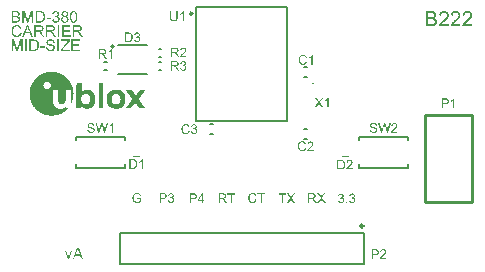
<source format=gto>
G04*
G04 #@! TF.GenerationSoftware,Altium Limited,Altium Designer,21.6.4 (81)*
G04*
G04 Layer_Color=65535*
%FSLAX44Y44*%
%MOMM*%
G71*
G04*
G04 #@! TF.SameCoordinates,74441D79-BE30-4494-89CB-7DD98D1B6E6E*
G04*
G04*
G04 #@! TF.FilePolarity,Positive*
G04*
G01*
G75*
%ADD10C,0.1270*%
%ADD11C,0.2540*%
%ADD12C,0.1016*%
%ADD13C,0.2000*%
%ADD14C,0.1524*%
G36*
X42501Y214993D02*
X42571D01*
X42656Y214979D01*
X42747Y214972D01*
X42846Y214958D01*
X42958Y214937D01*
X43071Y214916D01*
X43317Y214852D01*
X43451Y214817D01*
X43577Y214768D01*
X43704Y214719D01*
X43831Y214655D01*
X43838Y214648D01*
X43859Y214641D01*
X43894Y214620D01*
X43943Y214592D01*
X43999Y214557D01*
X44063Y214515D01*
X44133Y214465D01*
X44211Y214409D01*
X44379Y214275D01*
X44548Y214114D01*
X44710Y213931D01*
X44787Y213825D01*
X44858Y213720D01*
X44865Y213713D01*
X44872Y213691D01*
X44893Y213663D01*
X44914Y213614D01*
X44942Y213565D01*
X44970Y213494D01*
X45005Y213424D01*
X45041Y213340D01*
X45069Y213248D01*
X45104Y213157D01*
X45160Y212945D01*
X45203Y212713D01*
X45210Y212594D01*
X45217Y212467D01*
Y212460D01*
Y212439D01*
Y212404D01*
X45210Y212362D01*
Y212305D01*
X45195Y212242D01*
X45188Y212165D01*
X45174Y212087D01*
X45132Y211904D01*
X45069Y211714D01*
X45034Y211616D01*
X44984Y211510D01*
X44935Y211412D01*
X44872Y211313D01*
X44865Y211306D01*
X44858Y211292D01*
X44837Y211264D01*
X44809Y211229D01*
X44773Y211187D01*
X44731Y211137D01*
X44682Y211081D01*
X44619Y211018D01*
X44555Y210954D01*
X44478Y210891D01*
X44401Y210821D01*
X44309Y210750D01*
X44211Y210687D01*
X44105Y210617D01*
X43992Y210553D01*
X43873Y210497D01*
X43880D01*
X43908Y210490D01*
X43957Y210476D01*
X44014Y210455D01*
X44091Y210434D01*
X44175Y210399D01*
X44267Y210363D01*
X44365Y210314D01*
X44471Y210265D01*
X44583Y210202D01*
X44696Y210138D01*
X44809Y210061D01*
X44914Y209976D01*
X45020Y209885D01*
X45125Y209779D01*
X45217Y209667D01*
X45224Y209660D01*
X45238Y209639D01*
X45259Y209604D01*
X45294Y209554D01*
X45329Y209491D01*
X45371Y209421D01*
X45414Y209336D01*
X45456Y209238D01*
X45498Y209125D01*
X45547Y209006D01*
X45582Y208879D01*
X45618Y208738D01*
X45653Y208590D01*
X45674Y208436D01*
X45688Y208274D01*
X45695Y208098D01*
Y208084D01*
Y208042D01*
X45688Y207971D01*
X45681Y207887D01*
X45667Y207774D01*
X45646Y207648D01*
X45618Y207507D01*
X45575Y207352D01*
X45526Y207183D01*
X45470Y207014D01*
X45392Y206831D01*
X45301Y206649D01*
X45195Y206466D01*
X45069Y206283D01*
X44921Y206107D01*
X44759Y205938D01*
X44745Y205931D01*
X44717Y205903D01*
X44668Y205854D01*
X44590Y205797D01*
X44499Y205734D01*
X44393Y205657D01*
X44260Y205579D01*
X44119Y205495D01*
X43957Y205410D01*
X43774Y205333D01*
X43584Y205255D01*
X43373Y205192D01*
X43155Y205136D01*
X42916Y205087D01*
X42670Y205058D01*
X42409Y205051D01*
X42353D01*
X42283Y205058D01*
X42198Y205065D01*
X42086Y205072D01*
X41959Y205094D01*
X41818Y205115D01*
X41663Y205150D01*
X41502Y205185D01*
X41326Y205234D01*
X41150Y205298D01*
X40967Y205375D01*
X40791Y205459D01*
X40615Y205558D01*
X40439Y205678D01*
X40278Y205811D01*
X40271Y205818D01*
X40242Y205846D01*
X40200Y205889D01*
X40144Y205952D01*
X40080Y206029D01*
X40003Y206121D01*
X39926Y206226D01*
X39841Y206346D01*
X39757Y206480D01*
X39672Y206634D01*
X39595Y206796D01*
X39518Y206972D01*
X39454Y207162D01*
X39391Y207359D01*
X39349Y207570D01*
X39321Y207795D01*
X40517Y207957D01*
Y207943D01*
X40524Y207915D01*
X40538Y207859D01*
X40559Y207788D01*
X40580Y207704D01*
X40608Y207612D01*
X40643Y207507D01*
X40679Y207394D01*
X40777Y207148D01*
X40897Y206909D01*
X40967Y206789D01*
X41044Y206677D01*
X41122Y206578D01*
X41213Y206487D01*
X41220Y206480D01*
X41234Y206466D01*
X41262Y206444D01*
X41305Y206416D01*
X41347Y206381D01*
X41410Y206346D01*
X41474Y206304D01*
X41551Y206269D01*
X41635Y206226D01*
X41727Y206184D01*
X41825Y206149D01*
X41931Y206114D01*
X42043Y206086D01*
X42163Y206064D01*
X42283Y206050D01*
X42416Y206043D01*
X42452D01*
X42501Y206050D01*
X42557D01*
X42635Y206064D01*
X42719Y206072D01*
X42810Y206093D01*
X42916Y206114D01*
X43021Y206149D01*
X43141Y206184D01*
X43261Y206233D01*
X43380Y206290D01*
X43500Y206360D01*
X43619Y206437D01*
X43732Y206522D01*
X43845Y206627D01*
X43852Y206634D01*
X43873Y206656D01*
X43901Y206684D01*
X43936Y206733D01*
X43978Y206789D01*
X44028Y206860D01*
X44084Y206937D01*
X44140Y207028D01*
X44189Y207127D01*
X44246Y207239D01*
X44295Y207352D01*
X44337Y207486D01*
X44372Y207619D01*
X44401Y207760D01*
X44422Y207915D01*
X44429Y208070D01*
Y208077D01*
Y208105D01*
Y208147D01*
X44422Y208211D01*
X44415Y208274D01*
X44401Y208358D01*
X44386Y208450D01*
X44358Y208548D01*
X44330Y208654D01*
X44295Y208766D01*
X44253Y208879D01*
X44204Y208991D01*
X44140Y209104D01*
X44063Y209217D01*
X43985Y209322D01*
X43887Y209428D01*
X43880Y209435D01*
X43866Y209449D01*
X43831Y209477D01*
X43788Y209512D01*
X43739Y209554D01*
X43676Y209597D01*
X43598Y209646D01*
X43514Y209695D01*
X43422Y209744D01*
X43317Y209793D01*
X43204Y209836D01*
X43085Y209878D01*
X42958Y209913D01*
X42817Y209941D01*
X42677Y209955D01*
X42522Y209962D01*
X42459D01*
X42388Y209955D01*
X42290Y209948D01*
X42163Y209934D01*
X42022Y209906D01*
X41860Y209878D01*
X41678Y209836D01*
X41811Y210884D01*
X41832D01*
X41853Y210877D01*
X41882D01*
X41945Y210870D01*
X42079D01*
X42128Y210877D01*
X42198Y210884D01*
X42276Y210891D01*
X42360Y210905D01*
X42459Y210919D01*
X42564Y210940D01*
X42670Y210968D01*
X42902Y211039D01*
X43021Y211081D01*
X43141Y211137D01*
X43261Y211194D01*
X43373Y211264D01*
X43380Y211271D01*
X43401Y211285D01*
X43429Y211306D01*
X43472Y211341D01*
X43514Y211384D01*
X43570Y211433D01*
X43619Y211496D01*
X43683Y211567D01*
X43739Y211651D01*
X43795Y211742D01*
X43845Y211841D01*
X43887Y211954D01*
X43929Y212073D01*
X43957Y212207D01*
X43978Y212348D01*
X43985Y212495D01*
Y212502D01*
Y212523D01*
Y212559D01*
X43978Y212608D01*
X43971Y212657D01*
X43964Y212727D01*
X43950Y212798D01*
X43929Y212875D01*
X43873Y213044D01*
X43838Y213136D01*
X43795Y213227D01*
X43746Y213318D01*
X43683Y213410D01*
X43612Y213494D01*
X43535Y213579D01*
X43528Y213586D01*
X43514Y213600D01*
X43493Y213621D01*
X43458Y213649D01*
X43408Y213677D01*
X43359Y213720D01*
X43296Y213755D01*
X43225Y213797D01*
X43148Y213839D01*
X43064Y213874D01*
X42965Y213916D01*
X42867Y213945D01*
X42754Y213973D01*
X42642Y213994D01*
X42515Y214008D01*
X42388Y214015D01*
X42318D01*
X42276Y214008D01*
X42212Y214001D01*
X42142Y213994D01*
X42065Y213980D01*
X41980Y213959D01*
X41797Y213909D01*
X41706Y213874D01*
X41607Y213825D01*
X41509Y213776D01*
X41410Y213720D01*
X41319Y213649D01*
X41227Y213572D01*
X41220Y213565D01*
X41206Y213551D01*
X41185Y213522D01*
X41150Y213487D01*
X41115Y213445D01*
X41073Y213389D01*
X41030Y213318D01*
X40981Y213248D01*
X40932Y213157D01*
X40883Y213058D01*
X40826Y212953D01*
X40784Y212833D01*
X40735Y212706D01*
X40700Y212573D01*
X40665Y212425D01*
X40636Y212263D01*
X39440Y212474D01*
Y212481D01*
Y212488D01*
X39454Y212530D01*
X39468Y212587D01*
X39490Y212671D01*
X39518Y212777D01*
X39553Y212889D01*
X39595Y213016D01*
X39644Y213157D01*
X39708Y213304D01*
X39778Y213459D01*
X39862Y213614D01*
X39954Y213769D01*
X40052Y213923D01*
X40165Y214071D01*
X40292Y214212D01*
X40432Y214339D01*
X40439Y214346D01*
X40468Y214367D01*
X40510Y214402D01*
X40573Y214444D01*
X40650Y214493D01*
X40742Y214550D01*
X40847Y214606D01*
X40967Y214669D01*
X41101Y214733D01*
X41248Y214789D01*
X41403Y214845D01*
X41572Y214895D01*
X41755Y214937D01*
X41952Y214972D01*
X42156Y214993D01*
X42367Y215000D01*
X42445D01*
X42501Y214993D01*
D02*
G37*
G36*
X38329Y208147D02*
X34642D01*
Y209350D01*
X38329D01*
Y208147D01*
D02*
G37*
G36*
X23377Y205227D02*
X22132D01*
Y213375D01*
X19297Y205227D01*
X18129D01*
X15322Y213515D01*
Y205227D01*
X14076D01*
Y214965D01*
X16011D01*
X18319Y208070D01*
X18326Y208056D01*
X18333Y208027D01*
X18347Y207978D01*
X18368Y207915D01*
X18396Y207831D01*
X18424Y207739D01*
X18460Y207641D01*
X18495Y207528D01*
X18572Y207296D01*
X18649Y207057D01*
X18685Y206937D01*
X18720Y206824D01*
X18755Y206726D01*
X18783Y206627D01*
Y206634D01*
X18790Y206656D01*
X18804Y206684D01*
X18818Y206726D01*
X18832Y206782D01*
X18853Y206852D01*
X18882Y206930D01*
X18910Y207021D01*
X18945Y207127D01*
X18987Y207239D01*
X19029Y207366D01*
X19072Y207507D01*
X19128Y207662D01*
X19177Y207824D01*
X19240Y207999D01*
X19304Y208189D01*
X21640Y214965D01*
X23377D01*
Y205227D01*
D02*
G37*
G36*
X29076Y214958D02*
X29189D01*
X29309Y214951D01*
X29442D01*
X29724Y214930D01*
X30012Y214909D01*
X30153Y214887D01*
X30287Y214873D01*
X30413Y214852D01*
X30533Y214824D01*
X30540D01*
X30568Y214817D01*
X30610Y214803D01*
X30674Y214789D01*
X30744Y214761D01*
X30828Y214733D01*
X30920Y214704D01*
X31025Y214662D01*
X31244Y214571D01*
X31483Y214444D01*
X31722Y214303D01*
X31842Y214219D01*
X31954Y214128D01*
X31961Y214121D01*
X31989Y214099D01*
X32032Y214057D01*
X32081Y214008D01*
X32144Y213945D01*
X32222Y213867D01*
X32299Y213776D01*
X32390Y213677D01*
X32482Y213558D01*
X32573Y213431D01*
X32672Y213297D01*
X32770Y213150D01*
X32862Y212988D01*
X32946Y212826D01*
X33031Y212643D01*
X33108Y212460D01*
X33115Y212446D01*
X33122Y212411D01*
X33143Y212362D01*
X33171Y212284D01*
X33200Y212186D01*
X33228Y212073D01*
X33263Y211939D01*
X33305Y211792D01*
X33340Y211630D01*
X33375Y211447D01*
X33403Y211257D01*
X33432Y211053D01*
X33460Y210842D01*
X33481Y210617D01*
X33488Y210385D01*
X33495Y210145D01*
Y210131D01*
Y210096D01*
Y210040D01*
X33488Y209955D01*
Y209864D01*
X33481Y209751D01*
X33474Y209625D01*
X33460Y209484D01*
X33446Y209336D01*
X33432Y209174D01*
X33382Y208844D01*
X33319Y208506D01*
X33235Y208175D01*
Y208168D01*
X33221Y208140D01*
X33207Y208091D01*
X33185Y208035D01*
X33164Y207964D01*
X33129Y207880D01*
X33094Y207781D01*
X33052Y207683D01*
X32960Y207458D01*
X32841Y207218D01*
X32714Y206986D01*
X32566Y206761D01*
X32559Y206754D01*
X32545Y206740D01*
X32524Y206705D01*
X32496Y206670D01*
X32461Y206620D01*
X32411Y206564D01*
X32306Y206437D01*
X32172Y206297D01*
X32025Y206149D01*
X31856Y206008D01*
X31680Y205875D01*
X31673D01*
X31659Y205861D01*
X31630Y205846D01*
X31595Y205825D01*
X31546Y205797D01*
X31490Y205769D01*
X31426Y205734D01*
X31356Y205699D01*
X31272Y205657D01*
X31187Y205614D01*
X31089Y205579D01*
X30990Y205537D01*
X30765Y205459D01*
X30519Y205389D01*
X30512D01*
X30491Y205382D01*
X30449Y205375D01*
X30399Y205361D01*
X30336Y205354D01*
X30259Y205340D01*
X30167Y205326D01*
X30069Y205312D01*
X29956Y205291D01*
X29836Y205277D01*
X29710Y205263D01*
X29569Y205255D01*
X29428Y205241D01*
X29274Y205234D01*
X28957Y205227D01*
X25446D01*
Y214965D01*
X28985D01*
X29076Y214958D01*
D02*
G37*
G36*
X8827D02*
X8926D01*
X9032Y214951D01*
X9158Y214937D01*
X9285Y214930D01*
X9426Y214909D01*
X9573Y214895D01*
X9869Y214838D01*
X10164Y214761D01*
X10305Y214719D01*
X10432Y214662D01*
X10439D01*
X10460Y214648D01*
X10495Y214634D01*
X10544Y214606D01*
X10601Y214578D01*
X10664Y214536D01*
X10741Y214493D01*
X10819Y214437D01*
X10903Y214381D01*
X10987Y214310D01*
X11072Y214240D01*
X11163Y214156D01*
X11248Y214064D01*
X11332Y213973D01*
X11410Y213867D01*
X11487Y213755D01*
X11494Y213748D01*
X11501Y213727D01*
X11522Y213691D01*
X11550Y213649D01*
X11579Y213593D01*
X11607Y213522D01*
X11642Y213452D01*
X11684Y213368D01*
X11719Y213269D01*
X11754Y213171D01*
X11811Y212953D01*
X11860Y212713D01*
X11867Y212594D01*
X11874Y212467D01*
Y212460D01*
Y212439D01*
Y212404D01*
X11867Y212362D01*
Y212305D01*
X11853Y212242D01*
X11846Y212165D01*
X11832Y212087D01*
X11789Y211904D01*
X11726Y211707D01*
X11691Y211602D01*
X11642Y211503D01*
X11593Y211398D01*
X11529Y211292D01*
X11522Y211285D01*
X11515Y211271D01*
X11494Y211243D01*
X11466Y211201D01*
X11431Y211151D01*
X11388Y211102D01*
X11332Y211039D01*
X11276Y210975D01*
X11206Y210905D01*
X11135Y210835D01*
X11051Y210765D01*
X10959Y210687D01*
X10854Y210610D01*
X10748Y210539D01*
X10636Y210469D01*
X10509Y210406D01*
X10516D01*
X10551Y210392D01*
X10594Y210378D01*
X10657Y210356D01*
X10727Y210328D01*
X10812Y210293D01*
X10910Y210251D01*
X11009Y210195D01*
X11121Y210138D01*
X11234Y210075D01*
X11346Y210005D01*
X11459Y209920D01*
X11564Y209836D01*
X11677Y209737D01*
X11775Y209632D01*
X11867Y209519D01*
X11874Y209512D01*
X11888Y209491D01*
X11909Y209456D01*
X11944Y209407D01*
X11980Y209350D01*
X12022Y209280D01*
X12064Y209195D01*
X12106Y209104D01*
X12148Y208999D01*
X12198Y208886D01*
X12233Y208766D01*
X12268Y208633D01*
X12303Y208499D01*
X12324Y208351D01*
X12338Y208203D01*
X12345Y208049D01*
Y208042D01*
Y208020D01*
Y207978D01*
X12338Y207929D01*
Y207873D01*
X12331Y207802D01*
X12324Y207718D01*
X12310Y207633D01*
X12275Y207437D01*
X12219Y207218D01*
X12148Y206993D01*
X12050Y206768D01*
Y206761D01*
X12036Y206740D01*
X12022Y206712D01*
X12001Y206670D01*
X11973Y206620D01*
X11937Y206564D01*
X11853Y206437D01*
X11747Y206290D01*
X11628Y206142D01*
X11494Y205994D01*
X11339Y205868D01*
X11332D01*
X11318Y205854D01*
X11297Y205839D01*
X11262Y205818D01*
X11220Y205790D01*
X11170Y205762D01*
X11114Y205727D01*
X11051Y205692D01*
X10973Y205649D01*
X10896Y205614D01*
X10713Y205530D01*
X10509Y205459D01*
X10277Y205389D01*
X10270D01*
X10249Y205382D01*
X10214Y205375D01*
X10164Y205361D01*
X10101Y205354D01*
X10024Y205340D01*
X9939Y205326D01*
X9841Y205312D01*
X9735Y205291D01*
X9615Y205277D01*
X9482Y205263D01*
X9348Y205255D01*
X9200Y205241D01*
X9046Y205234D01*
X8877Y205227D01*
X5000D01*
Y214965D01*
X8750D01*
X8827Y214958D01*
D02*
G37*
G36*
X57747Y214993D02*
X57811D01*
X57895Y214986D01*
X57980Y214972D01*
X58078Y214958D01*
X58289Y214923D01*
X58521Y214866D01*
X58760Y214789D01*
X58873Y214740D01*
X58986Y214683D01*
X58993D01*
X59014Y214669D01*
X59042Y214648D01*
X59084Y214627D01*
X59133Y214592D01*
X59190Y214550D01*
X59260Y214508D01*
X59330Y214451D01*
X59485Y214325D01*
X59647Y214163D01*
X59809Y213980D01*
X59957Y213769D01*
X59964Y213762D01*
X59971Y213741D01*
X59992Y213705D01*
X60020Y213663D01*
X60055Y213607D01*
X60090Y213537D01*
X60132Y213459D01*
X60175Y213368D01*
X60224Y213269D01*
X60273Y213157D01*
X60322Y213037D01*
X60379Y212910D01*
X60428Y212777D01*
X60470Y212636D01*
X60519Y212481D01*
X60562Y212326D01*
Y212319D01*
X60569Y212284D01*
X60583Y212242D01*
X60597Y212172D01*
X60611Y212087D01*
X60632Y211982D01*
X60653Y211862D01*
X60674Y211721D01*
X60695Y211567D01*
X60717Y211391D01*
X60738Y211201D01*
X60752Y210997D01*
X60766Y210779D01*
X60780Y210539D01*
X60787Y210293D01*
Y210026D01*
Y210019D01*
Y210005D01*
Y209984D01*
Y209948D01*
Y209913D01*
Y209864D01*
X60780Y209808D01*
Y209744D01*
X60773Y209597D01*
X60766Y209428D01*
X60759Y209245D01*
X60745Y209041D01*
X60724Y208823D01*
X60702Y208597D01*
X60639Y208140D01*
X60597Y207908D01*
X60548Y207683D01*
X60491Y207465D01*
X60428Y207261D01*
X60421Y207247D01*
X60414Y207211D01*
X60393Y207162D01*
X60365Y207085D01*
X60322Y207000D01*
X60280Y206895D01*
X60224Y206782D01*
X60168Y206663D01*
X60097Y206536D01*
X60013Y206402D01*
X59928Y206269D01*
X59837Y206128D01*
X59731Y205994D01*
X59619Y205868D01*
X59499Y205748D01*
X59373Y205635D01*
X59366Y205628D01*
X59338Y205614D01*
X59302Y205586D01*
X59246Y205544D01*
X59176Y205502D01*
X59098Y205452D01*
X59000Y205403D01*
X58894Y205354D01*
X58768Y205298D01*
X58634Y205248D01*
X58493Y205199D01*
X58338Y205157D01*
X58169Y205122D01*
X57994Y205094D01*
X57811Y205072D01*
X57614Y205065D01*
X57550D01*
X57480Y205072D01*
X57382Y205079D01*
X57262Y205094D01*
X57121Y205122D01*
X56973Y205150D01*
X56805Y205192D01*
X56629Y205241D01*
X56453Y205312D01*
X56270Y205389D01*
X56080Y205488D01*
X55897Y205600D01*
X55721Y205734D01*
X55552Y205889D01*
X55397Y206064D01*
Y206072D01*
X55390Y206079D01*
X55376Y206100D01*
X55355Y206121D01*
X55334Y206156D01*
X55306Y206198D01*
X55278Y206240D01*
X55250Y206297D01*
X55215Y206360D01*
X55172Y206430D01*
X55137Y206508D01*
X55095Y206592D01*
X55053Y206691D01*
X55010Y206789D01*
X54961Y206902D01*
X54919Y207014D01*
X54877Y207141D01*
X54827Y207275D01*
X54785Y207415D01*
X54743Y207570D01*
X54701Y207725D01*
X54666Y207894D01*
X54623Y208063D01*
X54588Y208253D01*
X54560Y208443D01*
X54532Y208640D01*
X54504Y208851D01*
X54483Y209069D01*
X54462Y209294D01*
X54455Y209526D01*
X54441Y209772D01*
Y210026D01*
Y210033D01*
Y210047D01*
Y210068D01*
Y210103D01*
Y210145D01*
Y210195D01*
X54448Y210251D01*
Y210314D01*
X54455Y210455D01*
X54462Y210624D01*
X54469Y210814D01*
X54483Y211018D01*
X54504Y211236D01*
X54525Y211461D01*
X54588Y211925D01*
X54630Y212157D01*
X54680Y212383D01*
X54729Y212601D01*
X54792Y212805D01*
X54799Y212819D01*
X54806Y212854D01*
X54827Y212903D01*
X54856Y212981D01*
X54898Y213065D01*
X54940Y213171D01*
X54996Y213283D01*
X55060Y213403D01*
X55123Y213529D01*
X55208Y213663D01*
X55292Y213804D01*
X55383Y213938D01*
X55489Y214071D01*
X55602Y214198D01*
X55721Y214317D01*
X55848Y214430D01*
X55855Y214437D01*
X55883Y214458D01*
X55918Y214486D01*
X55974Y214522D01*
X56045Y214564D01*
X56129Y214613D01*
X56221Y214662D01*
X56333Y214719D01*
X56453Y214768D01*
X56586Y214817D01*
X56734Y214866D01*
X56889Y214909D01*
X57058Y214951D01*
X57234Y214979D01*
X57417Y214993D01*
X57614Y215000D01*
X57691D01*
X57747Y214993D01*
D02*
G37*
G36*
X50170D02*
X50261Y214986D01*
X50367Y214979D01*
X50493Y214958D01*
X50634Y214937D01*
X50782Y214909D01*
X50944Y214866D01*
X51113Y214817D01*
X51281Y214761D01*
X51450Y214683D01*
X51619Y214599D01*
X51788Y214501D01*
X51950Y214388D01*
X52098Y214254D01*
X52105Y214247D01*
X52133Y214219D01*
X52168Y214177D01*
X52217Y214121D01*
X52281Y214050D01*
X52344Y213966D01*
X52414Y213867D01*
X52492Y213755D01*
X52562Y213628D01*
X52632Y213487D01*
X52696Y213340D01*
X52759Y213185D01*
X52808Y213016D01*
X52843Y212833D01*
X52872Y212650D01*
X52879Y212453D01*
Y212446D01*
Y212425D01*
Y212390D01*
X52872Y212341D01*
X52864Y212284D01*
X52857Y212214D01*
X52850Y212136D01*
X52836Y212052D01*
X52794Y211869D01*
X52731Y211672D01*
X52689Y211574D01*
X52639Y211475D01*
X52583Y211377D01*
X52520Y211278D01*
X52513Y211271D01*
X52506Y211257D01*
X52485Y211229D01*
X52449Y211194D01*
X52414Y211151D01*
X52365Y211109D01*
X52316Y211053D01*
X52252Y210997D01*
X52175Y210933D01*
X52098Y210870D01*
X52006Y210807D01*
X51915Y210743D01*
X51802Y210680D01*
X51690Y210617D01*
X51570Y210560D01*
X51436Y210504D01*
X51443D01*
X51479Y210490D01*
X51521Y210476D01*
X51584Y210448D01*
X51661Y210420D01*
X51746Y210378D01*
X51844Y210335D01*
X51943Y210279D01*
X52055Y210216D01*
X52168Y210145D01*
X52281Y210068D01*
X52393Y209984D01*
X52506Y209892D01*
X52611Y209786D01*
X52717Y209681D01*
X52808Y209561D01*
X52815Y209554D01*
X52829Y209533D01*
X52850Y209498D01*
X52886Y209449D01*
X52921Y209385D01*
X52956Y209308D01*
X52998Y209224D01*
X53047Y209125D01*
X53090Y209013D01*
X53132Y208900D01*
X53167Y208766D01*
X53209Y208633D01*
X53237Y208485D01*
X53259Y208337D01*
X53273Y208175D01*
X53280Y208006D01*
Y207992D01*
Y207950D01*
X53273Y207887D01*
X53266Y207795D01*
X53252Y207690D01*
X53230Y207570D01*
X53202Y207430D01*
X53167Y207275D01*
X53125Y207113D01*
X53061Y206944D01*
X52991Y206775D01*
X52907Y206599D01*
X52801Y206416D01*
X52689Y206248D01*
X52548Y206072D01*
X52393Y205910D01*
X52386Y205903D01*
X52351Y205875D01*
X52302Y205832D01*
X52231Y205776D01*
X52147Y205713D01*
X52034Y205642D01*
X51915Y205565D01*
X51774Y205488D01*
X51612Y205410D01*
X51436Y205333D01*
X51246Y205263D01*
X51042Y205199D01*
X50817Y205143D01*
X50585Y205101D01*
X50332Y205072D01*
X50071Y205065D01*
X50008D01*
X49931Y205072D01*
X49832Y205079D01*
X49713Y205094D01*
X49572Y205108D01*
X49410Y205136D01*
X49241Y205171D01*
X49058Y205220D01*
X48868Y205277D01*
X48678Y205340D01*
X48481Y205424D01*
X48284Y205523D01*
X48094Y205635D01*
X47918Y205769D01*
X47743Y205917D01*
X47735Y205924D01*
X47707Y205959D01*
X47658Y206001D01*
X47609Y206072D01*
X47538Y206156D01*
X47461Y206255D01*
X47384Y206367D01*
X47306Y206501D01*
X47222Y206649D01*
X47144Y206810D01*
X47067Y206986D01*
X47004Y207169D01*
X46947Y207373D01*
X46898Y207584D01*
X46870Y207809D01*
X46863Y208042D01*
Y208056D01*
Y208084D01*
Y208133D01*
X46870Y208203D01*
X46877Y208281D01*
X46891Y208379D01*
X46905Y208485D01*
X46926Y208597D01*
X46947Y208717D01*
X46983Y208851D01*
X47018Y208977D01*
X47067Y209111D01*
X47123Y209245D01*
X47187Y209378D01*
X47257Y209505D01*
X47341Y209632D01*
X47348Y209639D01*
X47362Y209660D01*
X47391Y209695D01*
X47433Y209737D01*
X47482Y209786D01*
X47545Y209850D01*
X47616Y209913D01*
X47693Y209984D01*
X47792Y210054D01*
X47890Y210124D01*
X48003Y210202D01*
X48129Y210272D01*
X48263Y210335D01*
X48404Y210399D01*
X48559Y210455D01*
X48720Y210504D01*
X48713D01*
X48685Y210518D01*
X48650Y210532D01*
X48601Y210553D01*
X48538Y210581D01*
X48467Y210617D01*
X48390Y210659D01*
X48305Y210701D01*
X48122Y210814D01*
X47940Y210947D01*
X47764Y211102D01*
X47686Y211187D01*
X47616Y211278D01*
X47609Y211285D01*
X47602Y211299D01*
X47581Y211327D01*
X47559Y211369D01*
X47531Y211419D01*
X47503Y211475D01*
X47468Y211545D01*
X47440Y211623D01*
X47405Y211707D01*
X47370Y211799D01*
X47341Y211897D01*
X47313Y212003D01*
X47271Y212235D01*
X47264Y212362D01*
X47257Y212488D01*
Y212502D01*
Y212537D01*
X47264Y212594D01*
X47271Y212664D01*
X47278Y212756D01*
X47299Y212861D01*
X47320Y212981D01*
X47355Y213107D01*
X47391Y213248D01*
X47440Y213389D01*
X47503Y213537D01*
X47581Y213691D01*
X47665Y213839D01*
X47764Y213994D01*
X47883Y214135D01*
X48017Y214275D01*
X48024Y214282D01*
X48052Y214303D01*
X48094Y214346D01*
X48158Y214388D01*
X48235Y214444D01*
X48326Y214508D01*
X48432Y214571D01*
X48559Y214641D01*
X48692Y214704D01*
X48847Y214768D01*
X49016Y214831D01*
X49199Y214887D01*
X49389Y214937D01*
X49600Y214972D01*
X49818Y214993D01*
X50050Y215000D01*
X50107D01*
X50170Y214993D01*
D02*
G37*
G36*
X9735Y203097D02*
X9841Y203090D01*
X9967Y203083D01*
X10108Y203062D01*
X10270Y203041D01*
X10453Y203012D01*
X10643Y202970D01*
X10840Y202921D01*
X11044Y202865D01*
X11248Y202787D01*
X11452Y202703D01*
X11663Y202604D01*
X11860Y202492D01*
X12050Y202358D01*
X12064Y202351D01*
X12092Y202323D01*
X12148Y202281D01*
X12212Y202217D01*
X12296Y202147D01*
X12388Y202048D01*
X12486Y201943D01*
X12599Y201816D01*
X12711Y201676D01*
X12831Y201521D01*
X12943Y201345D01*
X13056Y201162D01*
X13169Y200958D01*
X13267Y200740D01*
X13366Y200508D01*
X13443Y200261D01*
X12177Y199966D01*
X12170Y199980D01*
X12162Y200015D01*
X12141Y200064D01*
X12113Y200142D01*
X12078Y200226D01*
X12036Y200325D01*
X11980Y200437D01*
X11923Y200557D01*
X11860Y200683D01*
X11782Y200810D01*
X11705Y200937D01*
X11614Y201070D01*
X11515Y201190D01*
X11417Y201310D01*
X11304Y201415D01*
X11185Y201514D01*
X11177Y201521D01*
X11156Y201535D01*
X11121Y201556D01*
X11072Y201591D01*
X11009Y201626D01*
X10931Y201669D01*
X10840Y201711D01*
X10741Y201760D01*
X10629Y201802D01*
X10509Y201845D01*
X10375Y201887D01*
X10235Y201922D01*
X10080Y201957D01*
X9918Y201978D01*
X9749Y201992D01*
X9566Y201999D01*
X9461D01*
X9383Y201992D01*
X9285Y201985D01*
X9172Y201971D01*
X9046Y201957D01*
X8912Y201929D01*
X8764Y201901D01*
X8616Y201866D01*
X8462Y201823D01*
X8300Y201774D01*
X8145Y201711D01*
X7990Y201633D01*
X7835Y201556D01*
X7688Y201458D01*
X7681Y201450D01*
X7653Y201436D01*
X7617Y201401D01*
X7568Y201359D01*
X7505Y201303D01*
X7434Y201239D01*
X7357Y201162D01*
X7273Y201078D01*
X7188Y200979D01*
X7097Y200874D01*
X7012Y200754D01*
X6928Y200620D01*
X6843Y200487D01*
X6766Y200339D01*
X6696Y200184D01*
X6632Y200015D01*
Y200008D01*
X6618Y199973D01*
X6604Y199924D01*
X6583Y199860D01*
X6562Y199776D01*
X6534Y199677D01*
X6513Y199565D01*
X6485Y199438D01*
X6456Y199305D01*
X6428Y199157D01*
X6400Y199002D01*
X6379Y198840D01*
X6344Y198502D01*
X6337Y198327D01*
X6330Y198144D01*
Y198130D01*
Y198087D01*
Y198024D01*
X6337Y197932D01*
X6344Y197827D01*
X6351Y197700D01*
X6358Y197560D01*
X6372Y197412D01*
X6393Y197243D01*
X6414Y197067D01*
X6485Y196708D01*
X6520Y196518D01*
X6569Y196335D01*
X6625Y196152D01*
X6689Y195977D01*
X6696Y195970D01*
X6703Y195934D01*
X6724Y195892D01*
X6759Y195829D01*
X6794Y195751D01*
X6843Y195660D01*
X6900Y195562D01*
X6963Y195456D01*
X7040Y195350D01*
X7125Y195238D01*
X7216Y195118D01*
X7315Y195006D01*
X7427Y194893D01*
X7547Y194788D01*
X7674Y194689D01*
X7814Y194598D01*
X7821Y194590D01*
X7850Y194576D01*
X7892Y194555D01*
X7948Y194527D01*
X8018Y194492D01*
X8103Y194450D01*
X8201Y194415D01*
X8307Y194372D01*
X8426Y194323D01*
X8553Y194288D01*
X8694Y194246D01*
X8834Y194211D01*
X8989Y194182D01*
X9144Y194161D01*
X9306Y194147D01*
X9468Y194140D01*
X9517D01*
X9573Y194147D01*
X9651D01*
X9742Y194161D01*
X9848Y194175D01*
X9974Y194189D01*
X10101Y194218D01*
X10242Y194253D01*
X10389Y194295D01*
X10544Y194344D01*
X10699Y194401D01*
X10854Y194471D01*
X11009Y194555D01*
X11156Y194654D01*
X11304Y194759D01*
X11311Y194766D01*
X11339Y194788D01*
X11374Y194823D01*
X11424Y194879D01*
X11487Y194942D01*
X11557Y195020D01*
X11635Y195118D01*
X11712Y195224D01*
X11797Y195350D01*
X11881Y195484D01*
X11973Y195639D01*
X12050Y195808D01*
X12134Y195984D01*
X12205Y196181D01*
X12268Y196385D01*
X12324Y196610D01*
X13612Y196286D01*
Y196279D01*
X13605Y196265D01*
X13598Y196244D01*
X13591Y196216D01*
X13584Y196181D01*
X13570Y196131D01*
X13534Y196026D01*
X13485Y195892D01*
X13429Y195744D01*
X13359Y195576D01*
X13274Y195393D01*
X13183Y195196D01*
X13077Y194999D01*
X12958Y194802D01*
X12824Y194598D01*
X12676Y194401D01*
X12514Y194211D01*
X12338Y194035D01*
X12148Y193866D01*
X12134Y193859D01*
X12099Y193831D01*
X12043Y193789D01*
X11958Y193739D01*
X11860Y193676D01*
X11733Y193605D01*
X11593Y193528D01*
X11431Y193451D01*
X11255Y193373D01*
X11058Y193296D01*
X10847Y193226D01*
X10622Y193162D01*
X10375Y193113D01*
X10122Y193071D01*
X9855Y193043D01*
X9573Y193036D01*
X9468D01*
X9419Y193043D01*
X9313D01*
X9179Y193057D01*
X9025Y193071D01*
X8849Y193092D01*
X8666Y193113D01*
X8462Y193148D01*
X8258Y193190D01*
X8040Y193247D01*
X7828Y193303D01*
X7617Y193380D01*
X7406Y193465D01*
X7202Y193563D01*
X7012Y193676D01*
X6998Y193683D01*
X6970Y193704D01*
X6921Y193746D01*
X6850Y193796D01*
X6766Y193859D01*
X6675Y193943D01*
X6569Y194035D01*
X6456Y194147D01*
X6337Y194274D01*
X6217Y194408D01*
X6090Y194562D01*
X5964Y194724D01*
X5844Y194907D01*
X5725Y195097D01*
X5612Y195308D01*
X5514Y195526D01*
Y195533D01*
X5507Y195540D01*
X5493Y195583D01*
X5464Y195646D01*
X5436Y195737D01*
X5394Y195850D01*
X5352Y195984D01*
X5303Y196138D01*
X5260Y196307D01*
X5211Y196497D01*
X5162Y196701D01*
X5120Y196912D01*
X5077Y197145D01*
X5049Y197377D01*
X5021Y197623D01*
X5007Y197876D01*
X5000Y198137D01*
Y198144D01*
Y198158D01*
Y198179D01*
Y198207D01*
Y198242D01*
X5007Y198284D01*
Y198390D01*
X5021Y198524D01*
X5028Y198678D01*
X5049Y198854D01*
X5070Y199044D01*
X5106Y199241D01*
X5141Y199452D01*
X5190Y199677D01*
X5246Y199903D01*
X5310Y200128D01*
X5387Y200353D01*
X5478Y200571D01*
X5577Y200789D01*
X5584Y200803D01*
X5605Y200838D01*
X5640Y200895D01*
X5683Y200979D01*
X5746Y201070D01*
X5816Y201176D01*
X5908Y201303D01*
X6006Y201429D01*
X6112Y201563D01*
X6238Y201711D01*
X6372Y201852D01*
X6520Y201992D01*
X6682Y202133D01*
X6850Y202267D01*
X7033Y202393D01*
X7230Y202513D01*
X7244Y202520D01*
X7280Y202541D01*
X7336Y202569D01*
X7420Y202604D01*
X7519Y202654D01*
X7638Y202703D01*
X7779Y202752D01*
X7927Y202808D01*
X8096Y202865D01*
X8279Y202914D01*
X8476Y202970D01*
X8680Y203012D01*
X8898Y203048D01*
X9123Y203076D01*
X9355Y203097D01*
X9594Y203104D01*
X9693D01*
X9735Y203097D01*
D02*
G37*
G36*
X61301Y202928D02*
X61413D01*
X61540Y202921D01*
X61673Y202914D01*
X61828Y202900D01*
X61983Y202886D01*
X62145Y202872D01*
X62475Y202822D01*
X62630Y202794D01*
X62785Y202759D01*
X62933Y202717D01*
X63066Y202668D01*
X63074D01*
X63095Y202654D01*
X63130Y202640D01*
X63179Y202618D01*
X63235Y202590D01*
X63299Y202548D01*
X63376Y202506D01*
X63453Y202457D01*
X63538Y202393D01*
X63629Y202330D01*
X63721Y202253D01*
X63812Y202168D01*
X63897Y202070D01*
X63988Y201971D01*
X64073Y201859D01*
X64150Y201739D01*
X64157Y201732D01*
X64171Y201711D01*
X64185Y201676D01*
X64213Y201626D01*
X64241Y201563D01*
X64277Y201486D01*
X64319Y201401D01*
X64354Y201310D01*
X64389Y201204D01*
X64431Y201092D01*
X64467Y200972D01*
X64495Y200845D01*
X64523Y200712D01*
X64544Y200571D01*
X64551Y200423D01*
X64558Y200275D01*
Y200261D01*
Y200233D01*
X64551Y200177D01*
Y200100D01*
X64537Y200015D01*
X64523Y199910D01*
X64502Y199797D01*
X64474Y199670D01*
X64438Y199537D01*
X64396Y199396D01*
X64340Y199248D01*
X64277Y199100D01*
X64199Y198953D01*
X64108Y198812D01*
X64002Y198664D01*
X63883Y198531D01*
X63876Y198524D01*
X63854Y198502D01*
X63812Y198467D01*
X63756Y198418D01*
X63686Y198362D01*
X63594Y198298D01*
X63496Y198228D01*
X63376Y198151D01*
X63235Y198073D01*
X63088Y197996D01*
X62912Y197925D01*
X62729Y197848D01*
X62525Y197785D01*
X62307Y197722D01*
X62067Y197672D01*
X61814Y197630D01*
X61821D01*
X61835Y197616D01*
X61863Y197609D01*
X61898Y197588D01*
X61941Y197567D01*
X61990Y197539D01*
X62102Y197475D01*
X62229Y197405D01*
X62356Y197320D01*
X62475Y197236D01*
X62588Y197145D01*
X62595Y197138D01*
X62616Y197123D01*
X62644Y197088D01*
X62687Y197053D01*
X62736Y196997D01*
X62792Y196940D01*
X62862Y196870D01*
X62933Y196786D01*
X63010Y196694D01*
X63095Y196596D01*
X63186Y196490D01*
X63278Y196378D01*
X63369Y196251D01*
X63467Y196124D01*
X63657Y195843D01*
X65339Y193197D01*
X63728D01*
X62440Y195224D01*
X62433Y195231D01*
X62412Y195259D01*
X62384Y195308D01*
X62349Y195364D01*
X62299Y195442D01*
X62243Y195526D01*
X62180Y195618D01*
X62117Y195716D01*
X61969Y195934D01*
X61814Y196159D01*
X61659Y196371D01*
X61582Y196469D01*
X61512Y196561D01*
X61505Y196568D01*
X61498Y196582D01*
X61476Y196603D01*
X61448Y196638D01*
X61378Y196722D01*
X61293Y196821D01*
X61188Y196926D01*
X61082Y197039D01*
X60970Y197138D01*
X60857Y197215D01*
X60843Y197222D01*
X60808Y197243D01*
X60752Y197278D01*
X60674Y197313D01*
X60590Y197356D01*
X60491Y197405D01*
X60386Y197440D01*
X60273Y197475D01*
X60266D01*
X60231Y197482D01*
X60175Y197489D01*
X60104Y197503D01*
X60006Y197510D01*
X59879Y197517D01*
X59731Y197525D01*
X58064D01*
Y193197D01*
X56776D01*
Y202935D01*
X61216D01*
X61301Y202928D01*
D02*
G37*
G36*
X54750Y201788D02*
X49002D01*
Y198805D01*
X54384D01*
Y197658D01*
X49002D01*
Y194344D01*
X54975D01*
Y193197D01*
X47714D01*
Y202935D01*
X54750D01*
Y201788D01*
D02*
G37*
G36*
X45414Y193197D02*
X44126D01*
Y202935D01*
X45414D01*
Y193197D01*
D02*
G37*
G36*
X38631Y202928D02*
X38744D01*
X38870Y202921D01*
X39004Y202914D01*
X39159Y202900D01*
X39314Y202886D01*
X39475Y202872D01*
X39806Y202822D01*
X39961Y202794D01*
X40116Y202759D01*
X40263Y202717D01*
X40397Y202668D01*
X40404D01*
X40425Y202654D01*
X40460Y202640D01*
X40510Y202618D01*
X40566Y202590D01*
X40629Y202548D01*
X40707Y202506D01*
X40784Y202457D01*
X40869Y202393D01*
X40960Y202330D01*
X41051Y202253D01*
X41143Y202168D01*
X41227Y202070D01*
X41319Y201971D01*
X41403Y201859D01*
X41481Y201739D01*
X41488Y201732D01*
X41502Y201711D01*
X41516Y201676D01*
X41544Y201626D01*
X41572Y201563D01*
X41607Y201486D01*
X41649Y201401D01*
X41685Y201310D01*
X41720Y201204D01*
X41762Y201092D01*
X41797Y200972D01*
X41825Y200845D01*
X41853Y200712D01*
X41875Y200571D01*
X41882Y200423D01*
X41889Y200275D01*
Y200261D01*
Y200233D01*
X41882Y200177D01*
Y200100D01*
X41868Y200015D01*
X41853Y199910D01*
X41832Y199797D01*
X41804Y199670D01*
X41769Y199537D01*
X41727Y199396D01*
X41671Y199248D01*
X41607Y199100D01*
X41530Y198953D01*
X41438Y198812D01*
X41333Y198664D01*
X41213Y198531D01*
X41206Y198524D01*
X41185Y198502D01*
X41143Y198467D01*
X41087Y198418D01*
X41016Y198362D01*
X40925Y198298D01*
X40826Y198228D01*
X40707Y198151D01*
X40566Y198073D01*
X40418Y197996D01*
X40242Y197925D01*
X40059Y197848D01*
X39855Y197785D01*
X39637Y197722D01*
X39398Y197672D01*
X39145Y197630D01*
X39152D01*
X39166Y197616D01*
X39194Y197609D01*
X39229Y197588D01*
X39271Y197567D01*
X39321Y197539D01*
X39433Y197475D01*
X39560Y197405D01*
X39687Y197320D01*
X39806Y197236D01*
X39919Y197145D01*
X39926Y197138D01*
X39947Y197123D01*
X39975Y197088D01*
X40017Y197053D01*
X40066Y196997D01*
X40123Y196940D01*
X40193Y196870D01*
X40263Y196786D01*
X40341Y196694D01*
X40425Y196596D01*
X40517Y196490D01*
X40608Y196378D01*
X40700Y196251D01*
X40798Y196124D01*
X40988Y195843D01*
X42670Y193197D01*
X41059D01*
X39771Y195224D01*
X39764Y195231D01*
X39743Y195259D01*
X39715Y195308D01*
X39679Y195364D01*
X39630Y195442D01*
X39574Y195526D01*
X39511Y195618D01*
X39447Y195716D01*
X39299Y195934D01*
X39145Y196159D01*
X38990Y196371D01*
X38912Y196469D01*
X38842Y196561D01*
X38835Y196568D01*
X38828Y196582D01*
X38807Y196603D01*
X38779Y196638D01*
X38709Y196722D01*
X38624Y196821D01*
X38519Y196926D01*
X38413Y197039D01*
X38300Y197138D01*
X38188Y197215D01*
X38174Y197222D01*
X38139Y197243D01*
X38082Y197278D01*
X38005Y197313D01*
X37920Y197356D01*
X37822Y197405D01*
X37717Y197440D01*
X37604Y197475D01*
X37597D01*
X37562Y197482D01*
X37505Y197489D01*
X37435Y197503D01*
X37336Y197510D01*
X37210Y197517D01*
X37062Y197525D01*
X35395D01*
Y193197D01*
X34107D01*
Y202935D01*
X38547D01*
X38631Y202928D01*
D02*
G37*
G36*
X28809D02*
X28922D01*
X29048Y202921D01*
X29182Y202914D01*
X29337Y202900D01*
X29492Y202886D01*
X29653Y202872D01*
X29984Y202822D01*
X30139Y202794D01*
X30294Y202759D01*
X30441Y202717D01*
X30575Y202668D01*
X30582D01*
X30603Y202654D01*
X30638Y202640D01*
X30688Y202618D01*
X30744Y202590D01*
X30807Y202548D01*
X30885Y202506D01*
X30962Y202457D01*
X31047Y202393D01*
X31138Y202330D01*
X31230Y202253D01*
X31321Y202168D01*
X31405Y202070D01*
X31497Y201971D01*
X31581Y201859D01*
X31659Y201739D01*
X31666Y201732D01*
X31680Y201711D01*
X31694Y201676D01*
X31722Y201626D01*
X31750Y201563D01*
X31785Y201486D01*
X31827Y201401D01*
X31863Y201310D01*
X31898Y201204D01*
X31940Y201092D01*
X31975Y200972D01*
X32003Y200845D01*
X32032Y200712D01*
X32053Y200571D01*
X32060Y200423D01*
X32067Y200275D01*
Y200261D01*
Y200233D01*
X32060Y200177D01*
Y200100D01*
X32046Y200015D01*
X32032Y199910D01*
X32010Y199797D01*
X31982Y199670D01*
X31947Y199537D01*
X31905Y199396D01*
X31849Y199248D01*
X31785Y199100D01*
X31708Y198953D01*
X31616Y198812D01*
X31511Y198664D01*
X31391Y198531D01*
X31384Y198524D01*
X31363Y198502D01*
X31321Y198467D01*
X31265Y198418D01*
X31194Y198362D01*
X31103Y198298D01*
X31004Y198228D01*
X30885Y198151D01*
X30744Y198073D01*
X30596Y197996D01*
X30420Y197925D01*
X30237Y197848D01*
X30033Y197785D01*
X29815Y197722D01*
X29576Y197672D01*
X29323Y197630D01*
X29330D01*
X29344Y197616D01*
X29372Y197609D01*
X29407Y197588D01*
X29449Y197567D01*
X29499Y197539D01*
X29611Y197475D01*
X29738Y197405D01*
X29864Y197320D01*
X29984Y197236D01*
X30097Y197145D01*
X30104Y197138D01*
X30125Y197123D01*
X30153Y197088D01*
X30195Y197053D01*
X30244Y196997D01*
X30301Y196940D01*
X30371Y196870D01*
X30441Y196786D01*
X30519Y196694D01*
X30603Y196596D01*
X30695Y196490D01*
X30786Y196378D01*
X30878Y196251D01*
X30976Y196124D01*
X31166Y195843D01*
X32848Y193197D01*
X31237D01*
X29949Y195224D01*
X29942Y195231D01*
X29921Y195259D01*
X29893Y195308D01*
X29857Y195364D01*
X29808Y195442D01*
X29752Y195526D01*
X29689Y195618D01*
X29625Y195716D01*
X29478Y195934D01*
X29323Y196159D01*
X29168Y196371D01*
X29091Y196469D01*
X29020Y196561D01*
X29013Y196568D01*
X29006Y196582D01*
X28985Y196603D01*
X28957Y196638D01*
X28886Y196722D01*
X28802Y196821D01*
X28697Y196926D01*
X28591Y197039D01*
X28479Y197138D01*
X28366Y197215D01*
X28352Y197222D01*
X28317Y197243D01*
X28260Y197278D01*
X28183Y197313D01*
X28098Y197356D01*
X28000Y197405D01*
X27894Y197440D01*
X27782Y197475D01*
X27775D01*
X27740Y197482D01*
X27683Y197489D01*
X27613Y197503D01*
X27515Y197510D01*
X27388Y197517D01*
X27240Y197525D01*
X25573D01*
Y193197D01*
X24285D01*
Y202935D01*
X28725D01*
X28809Y202928D01*
D02*
G37*
G36*
X23237Y193197D02*
X21773D01*
X20648Y196145D01*
X16560D01*
X15497Y193197D01*
X14139D01*
X17875Y202935D01*
X19254D01*
X23237Y193197D01*
D02*
G37*
G36*
X38040Y191081D02*
X38132D01*
X38244Y191067D01*
X38364Y191060D01*
X38505Y191046D01*
X38645Y191025D01*
X38800Y191004D01*
X39117Y190940D01*
X39285Y190898D01*
X39447Y190856D01*
X39609Y190800D01*
X39764Y190736D01*
X39771Y190729D01*
X39799Y190722D01*
X39841Y190701D01*
X39898Y190673D01*
X39968Y190638D01*
X40045Y190589D01*
X40137Y190539D01*
X40228Y190476D01*
X40334Y190413D01*
X40432Y190335D01*
X40538Y190251D01*
X40643Y190159D01*
X40749Y190061D01*
X40847Y189948D01*
X40946Y189836D01*
X41030Y189709D01*
X41037Y189702D01*
X41051Y189681D01*
X41073Y189639D01*
X41101Y189590D01*
X41136Y189526D01*
X41178Y189449D01*
X41213Y189364D01*
X41262Y189266D01*
X41305Y189160D01*
X41347Y189041D01*
X41389Y188914D01*
X41424Y188780D01*
X41459Y188640D01*
X41488Y188492D01*
X41502Y188337D01*
X41516Y188182D01*
X40278Y188091D01*
Y188105D01*
X40271Y188133D01*
X40263Y188182D01*
X40249Y188246D01*
X40235Y188316D01*
X40214Y188407D01*
X40186Y188506D01*
X40151Y188612D01*
X40116Y188724D01*
X40066Y188837D01*
X40010Y188949D01*
X39947Y189069D01*
X39876Y189181D01*
X39792Y189287D01*
X39701Y189393D01*
X39602Y189484D01*
X39595Y189491D01*
X39574Y189505D01*
X39546Y189526D01*
X39497Y189561D01*
X39433Y189597D01*
X39363Y189632D01*
X39278Y189674D01*
X39180Y189723D01*
X39067Y189765D01*
X38941Y189808D01*
X38800Y189843D01*
X38652Y189885D01*
X38483Y189913D01*
X38307Y189934D01*
X38117Y189948D01*
X37913Y189955D01*
X37801D01*
X37724Y189948D01*
X37625Y189941D01*
X37520Y189934D01*
X37393Y189920D01*
X37266Y189899D01*
X36985Y189850D01*
X36844Y189815D01*
X36703Y189772D01*
X36570Y189723D01*
X36436Y189667D01*
X36316Y189604D01*
X36211Y189526D01*
X36204Y189519D01*
X36190Y189505D01*
X36161Y189484D01*
X36126Y189449D01*
X36091Y189407D01*
X36042Y189357D01*
X36000Y189301D01*
X35951Y189238D01*
X35901Y189167D01*
X35852Y189083D01*
X35768Y188907D01*
X35732Y188815D01*
X35704Y188710D01*
X35690Y188605D01*
X35683Y188492D01*
Y188485D01*
Y188471D01*
Y188443D01*
X35690Y188407D01*
X35697Y188358D01*
X35704Y188309D01*
X35732Y188189D01*
X35775Y188049D01*
X35838Y187908D01*
X35880Y187831D01*
X35936Y187760D01*
X35993Y187690D01*
X36056Y187626D01*
X36063Y187619D01*
X36077Y187612D01*
X36098Y187591D01*
X36140Y187570D01*
X36190Y187535D01*
X36260Y187500D01*
X36337Y187458D01*
X36436Y187408D01*
X36556Y187359D01*
X36689Y187303D01*
X36851Y187247D01*
X37027Y187183D01*
X37231Y187120D01*
X37456Y187057D01*
X37709Y186993D01*
X37991Y186923D01*
X37998D01*
X38012Y186916D01*
X38033D01*
X38061Y186909D01*
X38096Y186902D01*
X38139Y186888D01*
X38244Y186867D01*
X38371Y186831D01*
X38519Y186796D01*
X38680Y186761D01*
X38849Y186712D01*
X39208Y186620D01*
X39384Y186571D01*
X39560Y186515D01*
X39729Y186466D01*
X39883Y186409D01*
X40024Y186360D01*
X40144Y186311D01*
X40151Y186304D01*
X40179Y186290D01*
X40228Y186269D01*
X40285Y186240D01*
X40355Y186198D01*
X40432Y186156D01*
X40524Y186100D01*
X40622Y186036D01*
X40721Y185973D01*
X40826Y185896D01*
X41037Y185727D01*
X41234Y185530D01*
X41319Y185424D01*
X41403Y185312D01*
X41410Y185305D01*
X41424Y185284D01*
X41438Y185248D01*
X41466Y185206D01*
X41495Y185150D01*
X41530Y185079D01*
X41572Y185002D01*
X41607Y184918D01*
X41642Y184819D01*
X41685Y184714D01*
X41720Y184601D01*
X41748Y184475D01*
X41776Y184348D01*
X41797Y184214D01*
X41804Y184081D01*
X41811Y183933D01*
Y183926D01*
Y183897D01*
Y183855D01*
X41804Y183799D01*
X41797Y183729D01*
X41790Y183651D01*
X41776Y183560D01*
X41755Y183454D01*
X41734Y183349D01*
X41699Y183229D01*
X41663Y183109D01*
X41621Y182983D01*
X41572Y182856D01*
X41509Y182722D01*
X41438Y182596D01*
X41361Y182462D01*
X41354Y182455D01*
X41340Y182434D01*
X41312Y182399D01*
X41277Y182350D01*
X41234Y182293D01*
X41178Y182223D01*
X41115Y182153D01*
X41037Y182075D01*
X40953Y181991D01*
X40854Y181906D01*
X40749Y181815D01*
X40636Y181723D01*
X40517Y181639D01*
X40383Y181555D01*
X40242Y181477D01*
X40087Y181400D01*
X40080Y181393D01*
X40052Y181386D01*
X40003Y181365D01*
X39940Y181343D01*
X39862Y181315D01*
X39771Y181280D01*
X39665Y181245D01*
X39546Y181210D01*
X39412Y181175D01*
X39264Y181140D01*
X39109Y181111D01*
X38948Y181076D01*
X38779Y181055D01*
X38596Y181034D01*
X38406Y181027D01*
X38216Y181020D01*
X38089D01*
X37998Y181027D01*
X37885Y181034D01*
X37752Y181041D01*
X37604Y181055D01*
X37442Y181069D01*
X37273Y181090D01*
X37097Y181111D01*
X36724Y181182D01*
X36534Y181224D01*
X36351Y181273D01*
X36169Y181336D01*
X36000Y181400D01*
X35993Y181407D01*
X35958Y181421D01*
X35915Y181442D01*
X35852Y181470D01*
X35775Y181512D01*
X35690Y181562D01*
X35592Y181625D01*
X35493Y181688D01*
X35381Y181766D01*
X35268Y181850D01*
X35148Y181949D01*
X35036Y182054D01*
X34916Y182167D01*
X34804Y182286D01*
X34698Y182420D01*
X34600Y182561D01*
X34593Y182568D01*
X34578Y182596D01*
X34550Y182638D01*
X34522Y182694D01*
X34480Y182772D01*
X34438Y182856D01*
X34388Y182955D01*
X34346Y183067D01*
X34297Y183194D01*
X34248Y183328D01*
X34206Y183475D01*
X34163Y183623D01*
X34128Y183785D01*
X34100Y183954D01*
X34079Y184130D01*
X34072Y184313D01*
X35289Y184418D01*
Y184411D01*
X35296Y184383D01*
Y184348D01*
X35310Y184299D01*
X35317Y184235D01*
X35331Y184158D01*
X35352Y184081D01*
X35373Y183989D01*
X35423Y183799D01*
X35493Y183595D01*
X35578Y183398D01*
X35683Y183208D01*
X35690Y183201D01*
X35697Y183187D01*
X35718Y183166D01*
X35746Y183131D01*
X35775Y183088D01*
X35817Y183046D01*
X35866Y182997D01*
X35922Y182941D01*
X35986Y182884D01*
X36063Y182821D01*
X36140Y182758D01*
X36232Y182694D01*
X36323Y182631D01*
X36429Y182568D01*
X36542Y182512D01*
X36661Y182455D01*
X36668D01*
X36689Y182441D01*
X36731Y182427D01*
X36781Y182413D01*
X36844Y182392D01*
X36914Y182364D01*
X37006Y182336D01*
X37097Y182314D01*
X37203Y182286D01*
X37322Y182258D01*
X37442Y182237D01*
X37576Y182209D01*
X37857Y182181D01*
X38160Y182167D01*
X38230D01*
X38286Y182174D01*
X38350D01*
X38420Y182181D01*
X38505Y182188D01*
X38596Y182195D01*
X38800Y182223D01*
X39018Y182258D01*
X39236Y182314D01*
X39454Y182385D01*
X39461D01*
X39482Y182392D01*
X39511Y182406D01*
X39546Y182427D01*
X39595Y182448D01*
X39644Y182476D01*
X39771Y182540D01*
X39905Y182624D01*
X40045Y182730D01*
X40179Y182849D01*
X40292Y182983D01*
Y182990D01*
X40306Y183004D01*
X40320Y183025D01*
X40334Y183053D01*
X40355Y183088D01*
X40383Y183131D01*
X40432Y183236D01*
X40482Y183356D01*
X40531Y183496D01*
X40559Y183658D01*
X40573Y183820D01*
Y183827D01*
Y183841D01*
Y183862D01*
X40566Y183897D01*
Y183940D01*
X40559Y183982D01*
X40538Y184095D01*
X40510Y184214D01*
X40460Y184348D01*
X40390Y184482D01*
X40299Y184615D01*
Y184622D01*
X40285Y184629D01*
X40249Y184671D01*
X40179Y184735D01*
X40137Y184777D01*
X40087Y184819D01*
X40031Y184861D01*
X39968Y184911D01*
X39898Y184960D01*
X39813Y185009D01*
X39729Y185058D01*
X39630Y185108D01*
X39532Y185150D01*
X39419Y185199D01*
X39412D01*
X39398Y185206D01*
X39377Y185213D01*
X39335Y185227D01*
X39285Y185241D01*
X39229Y185263D01*
X39152Y185284D01*
X39060Y185312D01*
X38948Y185347D01*
X38828Y185382D01*
X38687Y185417D01*
X38526Y185459D01*
X38350Y185509D01*
X38146Y185558D01*
X37927Y185614D01*
X37688Y185671D01*
X37681D01*
X37674Y185678D01*
X37653D01*
X37632Y185685D01*
X37562Y185706D01*
X37470Y185727D01*
X37365Y185755D01*
X37238Y185790D01*
X37097Y185825D01*
X36957Y185868D01*
X36647Y185959D01*
X36337Y186065D01*
X36190Y186121D01*
X36049Y186177D01*
X35929Y186226D01*
X35817Y186283D01*
X35810Y186290D01*
X35789Y186297D01*
X35754Y186318D01*
X35704Y186346D01*
X35648Y186381D01*
X35578Y186430D01*
X35507Y186480D01*
X35423Y186536D01*
X35254Y186663D01*
X35085Y186817D01*
X34916Y186993D01*
X34846Y187092D01*
X34776Y187190D01*
X34769Y187197D01*
X34761Y187218D01*
X34747Y187247D01*
X34726Y187289D01*
X34698Y187338D01*
X34670Y187394D01*
X34642Y187465D01*
X34607Y187542D01*
X34578Y187633D01*
X34543Y187725D01*
X34494Y187929D01*
X34452Y188154D01*
X34445Y188274D01*
X34438Y188400D01*
Y188407D01*
Y188436D01*
Y188471D01*
X34445Y188527D01*
X34452Y188590D01*
X34459Y188668D01*
X34473Y188752D01*
X34487Y188851D01*
X34515Y188956D01*
X34536Y189062D01*
X34571Y189174D01*
X34614Y189294D01*
X34663Y189414D01*
X34719Y189533D01*
X34783Y189660D01*
X34853Y189779D01*
X34860Y189786D01*
X34874Y189808D01*
X34895Y189843D01*
X34930Y189885D01*
X34973Y189941D01*
X35029Y189998D01*
X35092Y190068D01*
X35162Y190138D01*
X35240Y190216D01*
X35331Y190300D01*
X35430Y190378D01*
X35542Y190462D01*
X35662Y190539D01*
X35789Y190617D01*
X35922Y190687D01*
X36070Y190750D01*
X36077Y190757D01*
X36105Y190765D01*
X36147Y190779D01*
X36211Y190807D01*
X36288Y190828D01*
X36373Y190856D01*
X36478Y190891D01*
X36598Y190919D01*
X36724Y190954D01*
X36858Y190983D01*
X37006Y191011D01*
X37161Y191039D01*
X37329Y191060D01*
X37498Y191074D01*
X37674Y191081D01*
X37857Y191088D01*
X37963D01*
X38040Y191081D01*
D02*
G37*
G36*
X33031Y184102D02*
X29344D01*
Y185305D01*
X33031D01*
Y184102D01*
D02*
G37*
G36*
X14301Y181182D02*
X13056D01*
Y189329D01*
X10221Y181182D01*
X9053D01*
X6245Y189470D01*
Y181182D01*
X5000D01*
Y190919D01*
X6935D01*
X9243Y184024D01*
X9250Y184010D01*
X9257Y183982D01*
X9271Y183933D01*
X9292Y183869D01*
X9320Y183785D01*
X9348Y183694D01*
X9383Y183595D01*
X9419Y183482D01*
X9496Y183250D01*
X9573Y183011D01*
X9608Y182891D01*
X9644Y182779D01*
X9679Y182680D01*
X9707Y182582D01*
Y182589D01*
X9714Y182610D01*
X9728Y182638D01*
X9742Y182680D01*
X9756Y182737D01*
X9777Y182807D01*
X9805Y182884D01*
X9834Y182976D01*
X9869Y183081D01*
X9911Y183194D01*
X9953Y183321D01*
X9995Y183461D01*
X10052Y183616D01*
X10101Y183778D01*
X10164Y183954D01*
X10228Y184144D01*
X12564Y190919D01*
X14301D01*
Y181182D01*
D02*
G37*
G36*
X62722Y189772D02*
X56973D01*
Y186789D01*
X62356D01*
Y185642D01*
X56973D01*
Y182328D01*
X62947D01*
Y181182D01*
X55686D01*
Y190919D01*
X62722D01*
Y189772D01*
D02*
G37*
G36*
X54110D02*
X48636Y183011D01*
X48052Y182328D01*
X54272D01*
Y181182D01*
X46575D01*
Y182371D01*
X51556Y188612D01*
X51563Y188619D01*
X51577Y188640D01*
X51605Y188675D01*
X51647Y188724D01*
X51697Y188780D01*
X51746Y188851D01*
X51809Y188921D01*
X51880Y189006D01*
X52034Y189188D01*
X52203Y189378D01*
X52386Y189583D01*
X52569Y189772D01*
X47137D01*
Y190919D01*
X54110D01*
Y189772D01*
D02*
G37*
G36*
X45076Y181182D02*
X43788D01*
Y190919D01*
X45076D01*
Y181182D01*
D02*
G37*
G36*
X23779Y190912D02*
X23891D01*
X24011Y190905D01*
X24144D01*
X24426Y190884D01*
X24714Y190863D01*
X24855Y190842D01*
X24989Y190828D01*
X25115Y190807D01*
X25235Y190779D01*
X25242D01*
X25270Y190772D01*
X25312Y190757D01*
X25376Y190743D01*
X25446Y190715D01*
X25531Y190687D01*
X25622Y190659D01*
X25728Y190617D01*
X25946Y190525D01*
X26185Y190399D01*
X26424Y190258D01*
X26544Y190173D01*
X26656Y190082D01*
X26663Y190075D01*
X26691Y190054D01*
X26734Y190012D01*
X26783Y189962D01*
X26846Y189899D01*
X26923Y189822D01*
X27001Y189730D01*
X27092Y189632D01*
X27184Y189512D01*
X27275Y189385D01*
X27374Y189252D01*
X27472Y189104D01*
X27564Y188942D01*
X27648Y188780D01*
X27733Y188597D01*
X27810Y188414D01*
X27817Y188400D01*
X27824Y188365D01*
X27845Y188316D01*
X27873Y188239D01*
X27901Y188140D01*
X27930Y188027D01*
X27965Y187894D01*
X28007Y187746D01*
X28042Y187584D01*
X28077Y187401D01*
X28106Y187211D01*
X28134Y187007D01*
X28162Y186796D01*
X28183Y186571D01*
X28190Y186339D01*
X28197Y186100D01*
Y186086D01*
Y186050D01*
Y185994D01*
X28190Y185910D01*
Y185818D01*
X28183Y185706D01*
X28176Y185579D01*
X28162Y185438D01*
X28148Y185291D01*
X28134Y185129D01*
X28084Y184798D01*
X28021Y184460D01*
X27937Y184130D01*
Y184123D01*
X27923Y184095D01*
X27909Y184045D01*
X27887Y183989D01*
X27866Y183919D01*
X27831Y183834D01*
X27796Y183736D01*
X27754Y183637D01*
X27662Y183412D01*
X27543Y183173D01*
X27416Y182941D01*
X27268Y182715D01*
X27261Y182708D01*
X27247Y182694D01*
X27226Y182659D01*
X27198Y182624D01*
X27163Y182575D01*
X27113Y182519D01*
X27008Y182392D01*
X26874Y182251D01*
X26727Y182103D01*
X26558Y181963D01*
X26382Y181829D01*
X26375D01*
X26361Y181815D01*
X26332Y181801D01*
X26297Y181780D01*
X26248Y181752D01*
X26192Y181723D01*
X26128Y181688D01*
X26058Y181653D01*
X25974Y181611D01*
X25889Y181569D01*
X25791Y181534D01*
X25692Y181491D01*
X25467Y181414D01*
X25221Y181343D01*
X25214D01*
X25193Y181336D01*
X25150Y181329D01*
X25101Y181315D01*
X25038Y181308D01*
X24961Y181294D01*
X24869Y181280D01*
X24771Y181266D01*
X24658Y181245D01*
X24538Y181231D01*
X24412Y181217D01*
X24271Y181210D01*
X24130Y181196D01*
X23976Y181189D01*
X23659Y181182D01*
X20148D01*
Y190919D01*
X23687D01*
X23779Y190912D01*
D02*
G37*
G36*
X17875Y181182D02*
X16588D01*
Y190919D01*
X17875D01*
Y181182D01*
D02*
G37*
G36*
X391163Y214991D02*
X391292Y214981D01*
X391450Y214972D01*
X391625Y214944D01*
X391829Y214917D01*
X392041Y214871D01*
X392272Y214815D01*
X392504Y214750D01*
X392753Y214667D01*
X392994Y214566D01*
X393234Y214445D01*
X393465Y214316D01*
X393687Y214159D01*
X393900Y213974D01*
X393909Y213965D01*
X393946Y213927D01*
X394002Y213872D01*
X394066Y213789D01*
X394149Y213696D01*
X394242Y213576D01*
X394344Y213438D01*
X394445Y213280D01*
X394538Y213105D01*
X394639Y212910D01*
X394732Y212698D01*
X394815Y212476D01*
X394880Y212236D01*
X394935Y211986D01*
X394972Y211718D01*
X394981Y211440D01*
Y211431D01*
Y211404D01*
Y211367D01*
Y211311D01*
X394972Y211237D01*
X394963Y211163D01*
X394954Y211071D01*
X394944Y210969D01*
X394907Y210738D01*
X394852Y210479D01*
X394769Y210211D01*
X394667Y209933D01*
Y209924D01*
X394649Y209896D01*
X394630Y209859D01*
X394602Y209804D01*
X394575Y209739D01*
X394529Y209656D01*
X394482Y209564D01*
X394417Y209462D01*
X394353Y209351D01*
X394279Y209231D01*
X394094Y208963D01*
X393992Y208824D01*
X393881Y208676D01*
X393752Y208528D01*
X393622Y208371D01*
X393613Y208362D01*
X393585Y208334D01*
X393548Y208288D01*
X393484Y208223D01*
X393400Y208140D01*
X393299Y208038D01*
X393188Y207918D01*
X393049Y207779D01*
X392892Y207631D01*
X392707Y207465D01*
X392513Y207280D01*
X392291Y207076D01*
X392051Y206864D01*
X391792Y206633D01*
X391505Y206383D01*
X391200Y206124D01*
X391182Y206115D01*
X391135Y206069D01*
X391071Y206013D01*
X390978Y205930D01*
X390858Y205838D01*
X390738Y205727D01*
X390599Y205606D01*
X390451Y205477D01*
X390137Y205209D01*
X389989Y205070D01*
X389841Y204941D01*
X389702Y204811D01*
X389582Y204700D01*
X389471Y204599D01*
X389388Y204506D01*
X389369Y204488D01*
X389323Y204432D01*
X389249Y204349D01*
X389157Y204247D01*
X389055Y204118D01*
X388944Y203979D01*
X388833Y203822D01*
X388731Y203665D01*
X395000D01*
Y202158D01*
X386549D01*
Y202167D01*
Y202186D01*
Y202213D01*
Y202250D01*
Y202306D01*
X386559Y202361D01*
X386568Y202509D01*
X386586Y202666D01*
X386614Y202851D01*
X386660Y203045D01*
X386725Y203240D01*
Y203249D01*
X386744Y203277D01*
X386762Y203323D01*
X386790Y203388D01*
X386818Y203471D01*
X386864Y203563D01*
X386919Y203665D01*
X386975Y203776D01*
X387039Y203905D01*
X387123Y204035D01*
X387298Y204321D01*
X387511Y204626D01*
X387761Y204941D01*
X387770Y204950D01*
X387798Y204978D01*
X387835Y205024D01*
X387890Y205089D01*
X387964Y205172D01*
X388057Y205264D01*
X388158Y205375D01*
X388288Y205495D01*
X388426Y205634D01*
X388574Y205782D01*
X388741Y205939D01*
X388926Y206115D01*
X389129Y206291D01*
X389342Y206476D01*
X389573Y206670D01*
X389813Y206873D01*
X389823Y206882D01*
X389841Y206892D01*
X389869Y206919D01*
X389906Y206947D01*
X389952Y206993D01*
X390007Y207040D01*
X390146Y207160D01*
X390322Y207298D01*
X390507Y207474D01*
X390719Y207659D01*
X390941Y207862D01*
X391182Y208075D01*
X391413Y208297D01*
X391653Y208519D01*
X391875Y208750D01*
X392097Y208972D01*
X392291Y209184D01*
X392476Y209397D01*
X392624Y209591D01*
X392633Y209601D01*
X392652Y209638D01*
X392689Y209693D01*
X392744Y209758D01*
X392799Y209850D01*
X392855Y209952D01*
X392929Y210072D01*
X392994Y210201D01*
X393058Y210340D01*
X393132Y210488D01*
X393253Y210812D01*
X393299Y210978D01*
X393336Y211145D01*
X393354Y211311D01*
X393363Y211477D01*
Y211487D01*
Y211524D01*
Y211570D01*
X393354Y211635D01*
X393345Y211718D01*
X393326Y211810D01*
X393308Y211912D01*
X393280Y212023D01*
X393243Y212143D01*
X393197Y212272D01*
X393142Y212402D01*
X393077Y212531D01*
X393003Y212670D01*
X392910Y212799D01*
X392809Y212929D01*
X392689Y213049D01*
X392679Y213058D01*
X392661Y213077D01*
X392624Y213105D01*
X392568Y213151D01*
X392504Y213197D01*
X392421Y213253D01*
X392328Y213317D01*
X392226Y213373D01*
X392106Y213438D01*
X391977Y213493D01*
X391829Y213548D01*
X391681Y213595D01*
X391514Y213641D01*
X391339Y213669D01*
X391154Y213687D01*
X390960Y213696D01*
X390849D01*
X390775Y213687D01*
X390673Y213678D01*
X390562Y213659D01*
X390442Y213641D01*
X390303Y213613D01*
X390164Y213576D01*
X390017Y213530D01*
X389869Y213475D01*
X389711Y213410D01*
X389564Y213326D01*
X389416Y213234D01*
X389268Y213132D01*
X389138Y213012D01*
X389129Y213003D01*
X389111Y212985D01*
X389074Y212938D01*
X389037Y212892D01*
X388981Y212818D01*
X388926Y212735D01*
X388861Y212633D01*
X388805Y212522D01*
X388741Y212402D01*
X388676Y212254D01*
X388620Y212106D01*
X388565Y211940D01*
X388528Y211755D01*
X388491Y211561D01*
X388473Y211357D01*
X388463Y211135D01*
X386845Y211302D01*
Y211311D01*
Y211320D01*
X386855Y211348D01*
Y211385D01*
X386864Y211477D01*
X386892Y211598D01*
X386919Y211746D01*
X386956Y211921D01*
X387003Y212115D01*
X387058Y212319D01*
X387132Y212541D01*
X387215Y212763D01*
X387317Y212994D01*
X387437Y213225D01*
X387566Y213447D01*
X387724Y213659D01*
X387890Y213863D01*
X388084Y214048D01*
X388093Y214057D01*
X388130Y214085D01*
X388195Y214140D01*
X388278Y214196D01*
X388389Y214270D01*
X388519Y214353D01*
X388676Y214436D01*
X388852Y214529D01*
X389055Y214612D01*
X389268Y214695D01*
X389508Y214778D01*
X389767Y214852D01*
X390044Y214917D01*
X390340Y214963D01*
X390655Y214991D01*
X390987Y215000D01*
X391071D01*
X391163Y214991D01*
D02*
G37*
G36*
X381224D02*
X381353Y214981D01*
X381511Y214972D01*
X381686Y214944D01*
X381890Y214917D01*
X382102Y214871D01*
X382333Y214815D01*
X382565Y214750D01*
X382814Y214667D01*
X383055Y214566D01*
X383295Y214445D01*
X383526Y214316D01*
X383748Y214159D01*
X383961Y213974D01*
X383970Y213965D01*
X384007Y213927D01*
X384062Y213872D01*
X384127Y213789D01*
X384210Y213696D01*
X384303Y213576D01*
X384404Y213438D01*
X384506Y213280D01*
X384599Y213105D01*
X384700Y212910D01*
X384793Y212698D01*
X384876Y212476D01*
X384941Y212236D01*
X384996Y211986D01*
X385033Y211718D01*
X385042Y211440D01*
Y211431D01*
Y211404D01*
Y211367D01*
Y211311D01*
X385033Y211237D01*
X385024Y211163D01*
X385015Y211071D01*
X385005Y210969D01*
X384968Y210738D01*
X384913Y210479D01*
X384830Y210211D01*
X384728Y209933D01*
Y209924D01*
X384710Y209896D01*
X384691Y209859D01*
X384663Y209804D01*
X384636Y209739D01*
X384590Y209656D01*
X384543Y209564D01*
X384478Y209462D01*
X384414Y209351D01*
X384340Y209231D01*
X384155Y208963D01*
X384053Y208824D01*
X383942Y208676D01*
X383813Y208528D01*
X383683Y208371D01*
X383674Y208362D01*
X383646Y208334D01*
X383609Y208288D01*
X383545Y208223D01*
X383461Y208140D01*
X383360Y208038D01*
X383249Y207918D01*
X383110Y207779D01*
X382953Y207631D01*
X382768Y207465D01*
X382574Y207280D01*
X382352Y207076D01*
X382112Y206864D01*
X381853Y206633D01*
X381566Y206383D01*
X381261Y206124D01*
X381242Y206115D01*
X381196Y206069D01*
X381132Y206013D01*
X381039Y205930D01*
X380919Y205838D01*
X380799Y205727D01*
X380660Y205606D01*
X380512Y205477D01*
X380198Y205209D01*
X380050Y205070D01*
X379902Y204941D01*
X379763Y204811D01*
X379643Y204700D01*
X379532Y204599D01*
X379449Y204506D01*
X379430Y204488D01*
X379384Y204432D01*
X379310Y204349D01*
X379218Y204247D01*
X379116Y204118D01*
X379005Y203979D01*
X378894Y203822D01*
X378792Y203665D01*
X385061D01*
Y202158D01*
X376610D01*
Y202167D01*
Y202186D01*
Y202213D01*
Y202250D01*
Y202306D01*
X376620Y202361D01*
X376629Y202509D01*
X376647Y202666D01*
X376675Y202851D01*
X376721Y203045D01*
X376786Y203240D01*
Y203249D01*
X376805Y203277D01*
X376823Y203323D01*
X376851Y203388D01*
X376879Y203471D01*
X376925Y203563D01*
X376980Y203665D01*
X377036Y203776D01*
X377100Y203905D01*
X377184Y204035D01*
X377359Y204321D01*
X377572Y204626D01*
X377822Y204941D01*
X377831Y204950D01*
X377859Y204978D01*
X377896Y205024D01*
X377951Y205089D01*
X378025Y205172D01*
X378117Y205264D01*
X378219Y205375D01*
X378349Y205495D01*
X378487Y205634D01*
X378635Y205782D01*
X378802Y205939D01*
X378987Y206115D01*
X379190Y206291D01*
X379403Y206476D01*
X379634Y206670D01*
X379874Y206873D01*
X379883Y206882D01*
X379902Y206892D01*
X379930Y206919D01*
X379967Y206947D01*
X380013Y206993D01*
X380068Y207040D01*
X380207Y207160D01*
X380383Y207298D01*
X380568Y207474D01*
X380780Y207659D01*
X381002Y207862D01*
X381242Y208075D01*
X381474Y208297D01*
X381714Y208519D01*
X381936Y208750D01*
X382158Y208972D01*
X382352Y209184D01*
X382537Y209397D01*
X382685Y209591D01*
X382694Y209601D01*
X382713Y209638D01*
X382750Y209693D01*
X382805Y209758D01*
X382860Y209850D01*
X382916Y209952D01*
X382990Y210072D01*
X383055Y210201D01*
X383119Y210340D01*
X383193Y210488D01*
X383314Y210812D01*
X383360Y210978D01*
X383397Y211145D01*
X383415Y211311D01*
X383424Y211477D01*
Y211487D01*
Y211524D01*
Y211570D01*
X383415Y211635D01*
X383406Y211718D01*
X383387Y211810D01*
X383369Y211912D01*
X383341Y212023D01*
X383304Y212143D01*
X383258Y212272D01*
X383203Y212402D01*
X383138Y212531D01*
X383064Y212670D01*
X382971Y212799D01*
X382870Y212929D01*
X382750Y213049D01*
X382740Y213058D01*
X382722Y213077D01*
X382685Y213105D01*
X382629Y213151D01*
X382565Y213197D01*
X382481Y213253D01*
X382389Y213317D01*
X382287Y213373D01*
X382167Y213438D01*
X382038Y213493D01*
X381890Y213548D01*
X381742Y213595D01*
X381575Y213641D01*
X381400Y213669D01*
X381215Y213687D01*
X381021Y213696D01*
X380910D01*
X380836Y213687D01*
X380734Y213678D01*
X380623Y213659D01*
X380503Y213641D01*
X380364Y213613D01*
X380225Y213576D01*
X380078Y213530D01*
X379930Y213475D01*
X379772Y213410D01*
X379625Y213326D01*
X379477Y213234D01*
X379329Y213132D01*
X379199Y213012D01*
X379190Y213003D01*
X379171Y212985D01*
X379134Y212938D01*
X379098Y212892D01*
X379042Y212818D01*
X378987Y212735D01*
X378922Y212633D01*
X378866Y212522D01*
X378802Y212402D01*
X378737Y212254D01*
X378681Y212106D01*
X378626Y211940D01*
X378589Y211755D01*
X378552Y211561D01*
X378534Y211357D01*
X378524Y211135D01*
X376906Y211302D01*
Y211311D01*
Y211320D01*
X376916Y211348D01*
Y211385D01*
X376925Y211477D01*
X376953Y211598D01*
X376980Y211746D01*
X377017Y211921D01*
X377063Y212115D01*
X377119Y212319D01*
X377193Y212541D01*
X377276Y212763D01*
X377378Y212994D01*
X377498Y213225D01*
X377627Y213447D01*
X377785Y213659D01*
X377951Y213863D01*
X378145Y214048D01*
X378154Y214057D01*
X378191Y214085D01*
X378256Y214140D01*
X378339Y214196D01*
X378450Y214270D01*
X378580Y214353D01*
X378737Y214436D01*
X378913Y214529D01*
X379116Y214612D01*
X379329Y214695D01*
X379569Y214778D01*
X379828Y214852D01*
X380105Y214917D01*
X380401Y214963D01*
X380715Y214991D01*
X381048Y215000D01*
X381132D01*
X381224Y214991D01*
D02*
G37*
G36*
X371285D02*
X371414Y214981D01*
X371572Y214972D01*
X371747Y214944D01*
X371951Y214917D01*
X372163Y214871D01*
X372394Y214815D01*
X372626Y214750D01*
X372875Y214667D01*
X373116Y214566D01*
X373356Y214445D01*
X373587Y214316D01*
X373809Y214159D01*
X374022Y213974D01*
X374031Y213965D01*
X374068Y213927D01*
X374123Y213872D01*
X374188Y213789D01*
X374271Y213696D01*
X374364Y213576D01*
X374465Y213438D01*
X374567Y213280D01*
X374660Y213105D01*
X374761Y212910D01*
X374854Y212698D01*
X374937Y212476D01*
X375002Y212236D01*
X375057Y211986D01*
X375094Y211718D01*
X375103Y211440D01*
Y211431D01*
Y211404D01*
Y211367D01*
Y211311D01*
X375094Y211237D01*
X375085Y211163D01*
X375076Y211071D01*
X375066Y210969D01*
X375029Y210738D01*
X374974Y210479D01*
X374891Y210211D01*
X374789Y209933D01*
Y209924D01*
X374771Y209896D01*
X374752Y209859D01*
X374724Y209804D01*
X374697Y209739D01*
X374650Y209656D01*
X374604Y209564D01*
X374539Y209462D01*
X374475Y209351D01*
X374401Y209231D01*
X374216Y208963D01*
X374114Y208824D01*
X374003Y208676D01*
X373874Y208528D01*
X373744Y208371D01*
X373735Y208362D01*
X373707Y208334D01*
X373670Y208288D01*
X373606Y208223D01*
X373522Y208140D01*
X373421Y208038D01*
X373310Y207918D01*
X373171Y207779D01*
X373014Y207631D01*
X372829Y207465D01*
X372635Y207280D01*
X372413Y207076D01*
X372173Y206864D01*
X371914Y206633D01*
X371627Y206383D01*
X371322Y206124D01*
X371303Y206115D01*
X371257Y206069D01*
X371193Y206013D01*
X371100Y205930D01*
X370980Y205838D01*
X370860Y205727D01*
X370721Y205606D01*
X370573Y205477D01*
X370259Y205209D01*
X370111Y205070D01*
X369963Y204941D01*
X369824Y204811D01*
X369704Y204700D01*
X369593Y204599D01*
X369510Y204506D01*
X369491Y204488D01*
X369445Y204432D01*
X369371Y204349D01*
X369279Y204247D01*
X369177Y204118D01*
X369066Y203979D01*
X368955Y203822D01*
X368853Y203665D01*
X375122D01*
Y202158D01*
X366671D01*
Y202167D01*
Y202186D01*
Y202213D01*
Y202250D01*
Y202306D01*
X366681Y202361D01*
X366690Y202509D01*
X366708Y202666D01*
X366736Y202851D01*
X366782Y203045D01*
X366847Y203240D01*
Y203249D01*
X366866Y203277D01*
X366884Y203323D01*
X366912Y203388D01*
X366940Y203471D01*
X366986Y203563D01*
X367041Y203665D01*
X367097Y203776D01*
X367161Y203905D01*
X367245Y204035D01*
X367420Y204321D01*
X367633Y204626D01*
X367883Y204941D01*
X367892Y204950D01*
X367920Y204978D01*
X367957Y205024D01*
X368012Y205089D01*
X368086Y205172D01*
X368178Y205264D01*
X368280Y205375D01*
X368410Y205495D01*
X368548Y205634D01*
X368696Y205782D01*
X368863Y205939D01*
X369048Y206115D01*
X369251Y206291D01*
X369464Y206476D01*
X369695Y206670D01*
X369935Y206873D01*
X369944Y206882D01*
X369963Y206892D01*
X369991Y206919D01*
X370028Y206947D01*
X370074Y206993D01*
X370129Y207040D01*
X370268Y207160D01*
X370444Y207298D01*
X370629Y207474D01*
X370841Y207659D01*
X371063Y207862D01*
X371303Y208075D01*
X371535Y208297D01*
X371775Y208519D01*
X371997Y208750D01*
X372219Y208972D01*
X372413Y209184D01*
X372598Y209397D01*
X372746Y209591D01*
X372755Y209601D01*
X372774Y209638D01*
X372811Y209693D01*
X372866Y209758D01*
X372921Y209850D01*
X372977Y209952D01*
X373051Y210072D01*
X373116Y210201D01*
X373180Y210340D01*
X373254Y210488D01*
X373374Y210812D01*
X373421Y210978D01*
X373458Y211145D01*
X373476Y211311D01*
X373485Y211477D01*
Y211487D01*
Y211524D01*
Y211570D01*
X373476Y211635D01*
X373467Y211718D01*
X373448Y211810D01*
X373430Y211912D01*
X373402Y212023D01*
X373365Y212143D01*
X373319Y212272D01*
X373264Y212402D01*
X373199Y212531D01*
X373125Y212670D01*
X373032Y212799D01*
X372931Y212929D01*
X372811Y213049D01*
X372801Y213058D01*
X372783Y213077D01*
X372746Y213105D01*
X372690Y213151D01*
X372626Y213197D01*
X372542Y213253D01*
X372450Y213317D01*
X372348Y213373D01*
X372228Y213438D01*
X372099Y213493D01*
X371951Y213548D01*
X371803Y213595D01*
X371636Y213641D01*
X371461Y213669D01*
X371276Y213687D01*
X371082Y213696D01*
X370971D01*
X370897Y213687D01*
X370795Y213678D01*
X370684Y213659D01*
X370564Y213641D01*
X370425Y213613D01*
X370286Y213576D01*
X370139Y213530D01*
X369991Y213475D01*
X369833Y213410D01*
X369686Y213326D01*
X369538Y213234D01*
X369390Y213132D01*
X369260Y213012D01*
X369251Y213003D01*
X369232Y212985D01*
X369196Y212938D01*
X369159Y212892D01*
X369103Y212818D01*
X369048Y212735D01*
X368983Y212633D01*
X368927Y212522D01*
X368863Y212402D01*
X368798Y212254D01*
X368742Y212106D01*
X368687Y211940D01*
X368650Y211755D01*
X368613Y211561D01*
X368595Y211357D01*
X368585Y211135D01*
X366967Y211302D01*
Y211311D01*
Y211320D01*
X366977Y211348D01*
Y211385D01*
X366986Y211477D01*
X367014Y211598D01*
X367041Y211746D01*
X367078Y211921D01*
X367124Y212115D01*
X367180Y212319D01*
X367254Y212541D01*
X367337Y212763D01*
X367439Y212994D01*
X367559Y213225D01*
X367688Y213447D01*
X367846Y213659D01*
X368012Y213863D01*
X368206Y214048D01*
X368215Y214057D01*
X368252Y214085D01*
X368317Y214140D01*
X368400Y214196D01*
X368511Y214270D01*
X368641Y214353D01*
X368798Y214436D01*
X368974Y214529D01*
X369177Y214612D01*
X369390Y214695D01*
X369630Y214778D01*
X369889Y214852D01*
X370166Y214917D01*
X370462Y214963D01*
X370776Y214991D01*
X371109Y215000D01*
X371193D01*
X371285Y214991D01*
D02*
G37*
G36*
X360551Y214944D02*
X360680D01*
X360819Y214935D01*
X360985Y214917D01*
X361152Y214907D01*
X361337Y214880D01*
X361531Y214861D01*
X361919Y214787D01*
X362308Y214686D01*
X362492Y214630D01*
X362659Y214556D01*
X362668D01*
X362696Y214538D01*
X362742Y214519D01*
X362807Y214482D01*
X362881Y214445D01*
X362964Y214390D01*
X363066Y214334D01*
X363167Y214260D01*
X363278Y214186D01*
X363389Y214094D01*
X363500Y214002D01*
X363620Y213890D01*
X363731Y213770D01*
X363842Y213650D01*
X363944Y213512D01*
X364046Y213363D01*
X364055Y213354D01*
X364064Y213326D01*
X364092Y213280D01*
X364129Y213225D01*
X364166Y213151D01*
X364203Y213058D01*
X364249Y212966D01*
X364305Y212855D01*
X364351Y212726D01*
X364397Y212596D01*
X364471Y212309D01*
X364536Y211995D01*
X364545Y211838D01*
X364554Y211672D01*
Y211662D01*
Y211635D01*
Y211588D01*
X364545Y211533D01*
Y211459D01*
X364526Y211376D01*
X364517Y211274D01*
X364499Y211172D01*
X364443Y210932D01*
X364360Y210673D01*
X364314Y210534D01*
X364249Y210405D01*
X364184Y210266D01*
X364101Y210128D01*
X364092Y210118D01*
X364083Y210100D01*
X364055Y210063D01*
X364018Y210007D01*
X363972Y209943D01*
X363916Y209878D01*
X363842Y209795D01*
X363768Y209711D01*
X363676Y209619D01*
X363583Y209527D01*
X363473Y209434D01*
X363352Y209332D01*
X363214Y209231D01*
X363075Y209138D01*
X362927Y209046D01*
X362761Y208963D01*
X362770D01*
X362816Y208944D01*
X362872Y208926D01*
X362955Y208898D01*
X363047Y208861D01*
X363158Y208815D01*
X363288Y208759D01*
X363417Y208685D01*
X363565Y208611D01*
X363713Y208528D01*
X363861Y208436D01*
X364009Y208325D01*
X364147Y208214D01*
X364295Y208084D01*
X364425Y207946D01*
X364545Y207798D01*
X364554Y207788D01*
X364573Y207761D01*
X364600Y207715D01*
X364647Y207650D01*
X364693Y207576D01*
X364748Y207483D01*
X364804Y207372D01*
X364859Y207252D01*
X364915Y207113D01*
X364980Y206966D01*
X365026Y206808D01*
X365072Y206633D01*
X365118Y206457D01*
X365146Y206263D01*
X365164Y206069D01*
X365174Y205865D01*
Y205856D01*
Y205828D01*
Y205773D01*
X365164Y205708D01*
Y205634D01*
X365155Y205542D01*
X365146Y205431D01*
X365127Y205320D01*
X365081Y205061D01*
X365007Y204774D01*
X364915Y204478D01*
X364785Y204183D01*
Y204173D01*
X364767Y204146D01*
X364748Y204109D01*
X364721Y204053D01*
X364684Y203988D01*
X364637Y203915D01*
X364526Y203748D01*
X364388Y203554D01*
X364231Y203360D01*
X364055Y203166D01*
X363852Y202999D01*
X363842D01*
X363824Y202981D01*
X363796Y202962D01*
X363750Y202934D01*
X363694Y202897D01*
X363630Y202861D01*
X363556Y202814D01*
X363473Y202768D01*
X363371Y202713D01*
X363269Y202666D01*
X363029Y202555D01*
X362761Y202463D01*
X362455Y202370D01*
X362446D01*
X362419Y202361D01*
X362372Y202352D01*
X362308Y202334D01*
X362224Y202324D01*
X362123Y202306D01*
X362012Y202287D01*
X361882Y202269D01*
X361744Y202241D01*
X361586Y202223D01*
X361411Y202204D01*
X361235Y202195D01*
X361041Y202176D01*
X360838Y202167D01*
X360616Y202158D01*
X355521D01*
Y214954D01*
X360449D01*
X360551Y214944D01*
D02*
G37*
G36*
X38812Y163606D02*
X39006D01*
X39182Y163589D01*
X39482D01*
X39570Y163571D01*
X39658D01*
X40010Y163553D01*
X40346Y163536D01*
X40645Y163518D01*
X40927Y163500D01*
X41174Y163483D01*
X41403Y163465D01*
X41597Y163447D01*
X41791Y163430D01*
X41950Y163412D01*
X42073Y163395D01*
X42196Y163377D01*
X42284Y163359D01*
X42355D01*
X42408Y163342D01*
X42443D01*
X42972Y163218D01*
X43501Y163077D01*
X43994Y162936D01*
X44488Y162778D01*
X44964Y162619D01*
X45405Y162460D01*
X45828Y162284D01*
X46216Y162125D01*
X46568Y161984D01*
X46885Y161843D01*
X47167Y161702D01*
X47396Y161597D01*
X47590Y161491D01*
X47731Y161420D01*
X47802Y161385D01*
X47837Y161367D01*
X48736Y160821D01*
X49159Y160539D01*
X49582Y160257D01*
X49953Y159975D01*
X50323Y159693D01*
X50658Y159428D01*
X50975Y159164D01*
X51257Y158935D01*
X51504Y158706D01*
X51715Y158512D01*
X51909Y158335D01*
X52050Y158194D01*
X52156Y158089D01*
X52227Y158018D01*
X52244Y158000D01*
X52949Y157242D01*
X53267Y156855D01*
X53566Y156467D01*
X53848Y156079D01*
X54130Y155709D01*
X54377Y155356D01*
X54589Y155021D01*
X54800Y154704D01*
X54976Y154422D01*
X55135Y154158D01*
X55258Y153946D01*
X55346Y153770D01*
X55435Y153629D01*
X55470Y153558D01*
X55488Y153523D01*
X55717Y153047D01*
X55928Y152571D01*
X56122Y152113D01*
X56298Y151637D01*
X56457Y151179D01*
X56598Y150738D01*
X56722Y150315D01*
X56845Y149909D01*
X56933Y149539D01*
X57021Y149204D01*
X57092Y148905D01*
X57145Y148658D01*
X57180Y148446D01*
X57215Y148288D01*
X57233Y148200D01*
Y148164D01*
X57303Y147671D01*
X57374Y147142D01*
X57409Y146631D01*
X57427Y146137D01*
X57444Y145908D01*
Y145696D01*
X57462Y145520D01*
Y145361D01*
Y145220D01*
Y145132D01*
Y145062D01*
Y145044D01*
X57444Y144374D01*
Y144075D01*
X57427Y143775D01*
X57409Y143493D01*
X57391Y143246D01*
X57374Y142999D01*
X57356Y142788D01*
X57321Y142594D01*
X57303Y142418D01*
X57286Y142277D01*
X57268Y142153D01*
X57250Y142048D01*
Y141977D01*
X57233Y141942D01*
Y141924D01*
X57162Y141466D01*
X57056Y141007D01*
X56951Y140567D01*
X56845Y140161D01*
X56792Y139967D01*
X56739Y139809D01*
X56704Y139650D01*
X56651Y139527D01*
X56633Y139421D01*
X56598Y139351D01*
X56581Y139298D01*
Y139280D01*
X56404Y138769D01*
X56228Y138293D01*
X56069Y137887D01*
X55911Y137535D01*
X55840Y137376D01*
X55787Y137253D01*
X55734Y137129D01*
X55682Y137041D01*
X55646Y136971D01*
X55611Y136918D01*
X55593Y136883D01*
Y136865D01*
X55117Y135931D01*
Y142030D01*
Y148164D01*
X50834D01*
X50799Y143299D01*
Y142717D01*
X50781Y142171D01*
Y141695D01*
X50763Y141272D01*
Y140884D01*
Y140532D01*
X50746Y140232D01*
Y139985D01*
X50728Y139756D01*
Y139580D01*
Y139439D01*
Y139315D01*
X50711Y139227D01*
Y139174D01*
Y139139D01*
Y139121D01*
X50693Y138822D01*
X50658Y138557D01*
X50622Y138346D01*
X50587Y138169D01*
X50552Y138028D01*
X50517Y137940D01*
X50499Y137887D01*
Y137870D01*
X50323Y137517D01*
X50129Y137235D01*
X49935Y136988D01*
X49741Y136795D01*
X49565Y136653D01*
X49424Y136548D01*
X49335Y136495D01*
X49318Y136477D01*
X49300D01*
X49001Y136354D01*
X48666Y136266D01*
X48313Y136195D01*
X47978Y136160D01*
X47696Y136142D01*
X47573Y136125D01*
X47238D01*
X46921Y136160D01*
X46656Y136195D01*
X46427Y136230D01*
X46251Y136283D01*
X46110Y136319D01*
X46004Y136336D01*
X45951Y136371D01*
X45933D01*
X45775Y136460D01*
X45634Y136565D01*
X45493Y136689D01*
X45369Y136830D01*
X45281Y136936D01*
X45193Y137041D01*
X45140Y137112D01*
X45122Y137129D01*
X45070Y137218D01*
X45017Y137323D01*
X44911Y137570D01*
X44840Y137852D01*
X44770Y138117D01*
X44735Y138381D01*
X44700Y138593D01*
Y138663D01*
X44682Y138734D01*
Y138769D01*
Y138786D01*
X44664Y139051D01*
X44647Y139351D01*
Y139685D01*
X44629Y140056D01*
Y140426D01*
X44611Y140831D01*
Y141624D01*
X44594Y141995D01*
Y142347D01*
Y142682D01*
Y142964D01*
Y143193D01*
Y143370D01*
Y143440D01*
Y143493D01*
Y143511D01*
Y143528D01*
Y148094D01*
X40275Y148164D01*
X40310Y142400D01*
X40328Y141730D01*
Y141113D01*
X40346Y140549D01*
Y140056D01*
X40363Y139597D01*
Y139192D01*
X40381Y138839D01*
Y138540D01*
X40398Y138275D01*
Y138046D01*
Y137870D01*
X40416Y137729D01*
Y137623D01*
Y137535D01*
Y137500D01*
Y137482D01*
X40434Y137094D01*
X40469Y136759D01*
X40504Y136477D01*
X40539Y136266D01*
X40557Y136089D01*
X40592Y135984D01*
X40610Y135913D01*
Y135896D01*
X40716Y135596D01*
X40839Y135331D01*
X41121Y134820D01*
X41280Y134591D01*
X41421Y134380D01*
X41579Y134186D01*
X41738Y134009D01*
X41879Y133868D01*
X42020Y133727D01*
X42144Y133604D01*
X42249Y133516D01*
X42337Y133445D01*
X42408Y133392D01*
X42443Y133357D01*
X42461Y133340D01*
X42708Y133181D01*
X42972Y133022D01*
X43518Y132775D01*
X44065Y132599D01*
X44576Y132476D01*
X44805Y132423D01*
X45034Y132388D01*
X45211Y132352D01*
X45387Y132335D01*
X45510Y132317D01*
X45616Y132299D01*
X45704D01*
X46233Y132282D01*
X46727D01*
X47150Y132317D01*
X47520Y132352D01*
X47678Y132388D01*
X47820Y132405D01*
X47943Y132441D01*
X48049Y132458D01*
X48137Y132476D01*
X48190Y132493D01*
X48225Y132511D01*
X48243D01*
X48630Y132652D01*
X49001Y132828D01*
X49335Y133005D01*
X49635Y133198D01*
X49882Y133357D01*
X50058Y133498D01*
X50129Y133551D01*
X50182Y133586D01*
X50199Y133622D01*
X50217D01*
X50376Y133780D01*
X50499Y133904D01*
X50587Y133974D01*
X50622Y134009D01*
X50746Y134115D01*
X50834Y134168D01*
X50869Y134186D01*
X50887D01*
X50904Y134168D01*
Y134150D01*
X50922Y134080D01*
X50940Y133992D01*
Y133974D01*
Y133956D01*
X50957Y133780D01*
Y133604D01*
Y133533D01*
Y133463D01*
Y133428D01*
Y133410D01*
Y132670D01*
X52808D01*
X51698Y131542D01*
X50975Y130907D01*
X50234Y130325D01*
X49864Y130061D01*
X49512Y129814D01*
X49177Y129585D01*
X48860Y129391D01*
X48560Y129197D01*
X48278Y129038D01*
X48031Y128897D01*
X47837Y128774D01*
X47661Y128686D01*
X47537Y128615D01*
X47467Y128580D01*
X47432Y128562D01*
X46533Y128139D01*
X45651Y127769D01*
X45211Y127611D01*
X44788Y127470D01*
X44382Y127329D01*
X44012Y127223D01*
X43660Y127117D01*
X43342Y127011D01*
X43060Y126941D01*
X42813Y126870D01*
X42619Y126835D01*
X42478Y126800D01*
X42390Y126764D01*
X42355D01*
X42126Y126712D01*
X41861Y126676D01*
X41315Y126606D01*
X40751Y126571D01*
X40187Y126535D01*
X39940Y126518D01*
X39693D01*
X39482Y126500D01*
X38512D01*
X38124Y126518D01*
X37772D01*
X37419Y126535D01*
X37120Y126571D01*
X36820Y126588D01*
X36556Y126606D01*
X36326Y126641D01*
X36115Y126659D01*
X35939Y126676D01*
X35780Y126712D01*
X35639Y126729D01*
X35551Y126747D01*
X35463D01*
X35427Y126764D01*
X35410D01*
X34581Y126958D01*
X33806Y127170D01*
X33435Y127293D01*
X33083Y127399D01*
X32766Y127522D01*
X32448Y127628D01*
X32184Y127734D01*
X31920Y127822D01*
X31708Y127910D01*
X31532Y127998D01*
X31373Y128051D01*
X31267Y128104D01*
X31197Y128122D01*
X31179Y128139D01*
X30439Y128492D01*
X29751Y128862D01*
X29434Y129038D01*
X29117Y129232D01*
X28835Y129409D01*
X28570Y129585D01*
X28323Y129743D01*
X28112Y129885D01*
X27918Y130026D01*
X27759Y130131D01*
X27636Y130237D01*
X27530Y130308D01*
X27477Y130343D01*
X27460Y130360D01*
X26843Y130872D01*
X26261Y131400D01*
X25732Y131912D01*
X25503Y132158D01*
X25274Y132388D01*
X25080Y132599D01*
X24904Y132793D01*
X24745Y132969D01*
X24622Y133128D01*
X24516Y133251D01*
X24445Y133340D01*
X24392Y133392D01*
X24375Y133410D01*
X23881Y134062D01*
X23423Y134714D01*
X23017Y135349D01*
X22841Y135649D01*
X22683Y135931D01*
X22542Y136195D01*
X22401Y136424D01*
X22295Y136636D01*
X22207Y136812D01*
X22136Y136971D01*
X22083Y137077D01*
X22048Y137147D01*
X22030Y137165D01*
X21678Y137976D01*
X21360Y138786D01*
X21114Y139544D01*
X21008Y139897D01*
X20902Y140232D01*
X20832Y140549D01*
X20761Y140831D01*
X20691Y141078D01*
X20655Y141290D01*
X20620Y141466D01*
X20585Y141589D01*
X20567Y141660D01*
Y141695D01*
X20426Y142576D01*
X20338Y143422D01*
X20303Y143828D01*
X20285Y144216D01*
X20268Y144586D01*
Y144938D01*
X20250Y145256D01*
X20268Y145538D01*
Y145802D01*
Y146014D01*
Y146190D01*
X20285Y146313D01*
Y146384D01*
Y146419D01*
X20373Y147301D01*
X20497Y148147D01*
X20585Y148552D01*
X20655Y148940D01*
X20726Y149292D01*
X20814Y149645D01*
X20885Y149945D01*
X20955Y150227D01*
X21026Y150473D01*
X21079Y150685D01*
X21131Y150844D01*
X21167Y150967D01*
X21202Y151055D01*
Y151073D01*
X21519Y151901D01*
X21854Y152695D01*
X22030Y153047D01*
X22207Y153400D01*
X22383Y153735D01*
X22542Y154034D01*
X22700Y154316D01*
X22841Y154563D01*
X22965Y154775D01*
X23070Y154969D01*
X23159Y155110D01*
X23229Y155215D01*
X23264Y155286D01*
X23282Y155303D01*
X23740Y155938D01*
X24199Y156537D01*
X24657Y157066D01*
X24868Y157313D01*
X25080Y157542D01*
X25256Y157754D01*
X25433Y157930D01*
X25573Y158089D01*
X25715Y158230D01*
X25820Y158335D01*
X25891Y158406D01*
X25944Y158459D01*
X25961Y158476D01*
X26508Y158988D01*
X27072Y159464D01*
X27601Y159869D01*
X28094Y160239D01*
X28306Y160380D01*
X28517Y160521D01*
X28694Y160645D01*
X28835Y160750D01*
X28958Y160821D01*
X29064Y160874D01*
X29117Y160909D01*
X29134Y160927D01*
X29787Y161297D01*
X30456Y161632D01*
X31073Y161931D01*
X31373Y162055D01*
X31637Y162178D01*
X31902Y162284D01*
X32131Y162372D01*
X32325Y162443D01*
X32501Y162513D01*
X32642Y162566D01*
X32748Y162601D01*
X32819Y162637D01*
X32836D01*
X33577Y162866D01*
X34299Y163077D01*
X35004Y163236D01*
X35322Y163306D01*
X35639Y163377D01*
X35921Y163430D01*
X36185Y163483D01*
X36414Y163518D01*
X36608Y163553D01*
X36767Y163571D01*
X36873Y163589D01*
X36961Y163606D01*
X36979D01*
X37137Y163624D01*
X38600D01*
X38812Y163606D01*
D02*
G37*
G36*
X108370Y145820D02*
X108617Y145467D01*
X108846Y145168D01*
X109040Y144886D01*
X109216Y144639D01*
X109358Y144445D01*
X109463Y144286D01*
X109534Y144198D01*
X109551Y144163D01*
X109728Y143934D01*
X109869Y143775D01*
X109957Y143669D01*
X110027Y143581D01*
X110080Y143546D01*
X110098Y143528D01*
X110115D01*
X110151Y143563D01*
X110221Y143634D01*
X110309Y143740D01*
X110398Y143863D01*
X110503Y143987D01*
X110574Y144092D01*
X110644Y144163D01*
X110662Y144198D01*
X110873Y144463D01*
X111067Y144727D01*
X111279Y145009D01*
X111455Y145256D01*
X111614Y145485D01*
X111755Y145661D01*
X111790Y145732D01*
X111825Y145785D01*
X111861Y145802D01*
Y145820D01*
X113500Y148094D01*
X115792Y148129D01*
X116144Y148147D01*
X117660D01*
X117819Y148129D01*
X117942D01*
X118013Y148111D01*
X118066D01*
X118083Y148094D01*
X118101D01*
X118083Y148059D01*
X118048Y148006D01*
X117995Y147918D01*
X117942Y147829D01*
X117872Y147741D01*
X117819Y147653D01*
X117783Y147600D01*
X117766Y147583D01*
X117501Y147212D01*
X117360Y147036D01*
X117237Y146860D01*
X117131Y146719D01*
X117043Y146595D01*
X116973Y146525D01*
X116955Y146490D01*
X116761Y146225D01*
X116550Y145943D01*
X116338Y145644D01*
X116144Y145379D01*
X115950Y145132D01*
X115809Y144938D01*
X115756Y144868D01*
X115721Y144815D01*
X115703Y144780D01*
X115686Y144762D01*
X115404Y144374D01*
X115139Y144022D01*
X114910Y143687D01*
X114716Y143422D01*
X114540Y143176D01*
X114417Y142999D01*
X114364Y142947D01*
X114346Y142894D01*
X114311Y142876D01*
Y142858D01*
X114082Y142541D01*
X113870Y142259D01*
X113694Y141995D01*
X113535Y141765D01*
X113394Y141589D01*
X113306Y141448D01*
X113236Y141360D01*
X113218Y141325D01*
X113059Y141096D01*
X112936Y140937D01*
X112848Y140814D01*
X112777Y140725D01*
X112724Y140673D01*
X112689Y140637D01*
X112671Y140620D01*
Y140602D01*
X112689Y140549D01*
X112724Y140479D01*
X112760Y140408D01*
X112883Y140214D01*
X113006Y140003D01*
X113147Y139791D01*
X113271Y139615D01*
X113306Y139544D01*
X113341Y139492D01*
X113377Y139456D01*
Y139439D01*
X113676Y138998D01*
X114011Y138540D01*
X114346Y138064D01*
X114663Y137623D01*
X114822Y137429D01*
X114945Y137235D01*
X115069Y137059D01*
X115175Y136918D01*
X115263Y136795D01*
X115333Y136706D01*
X115368Y136653D01*
X115386Y136636D01*
X115809Y136054D01*
X116215Y135543D01*
X116550Y135067D01*
X116708Y134855D01*
X116849Y134662D01*
X116973Y134485D01*
X117096Y134344D01*
X117184Y134203D01*
X117272Y134097D01*
X117325Y134009D01*
X117378Y133939D01*
X117396Y133904D01*
X117413Y133886D01*
X117554Y133692D01*
X117695Y133516D01*
X117801Y133357D01*
X117907Y133216D01*
X117977Y133110D01*
X118048Y133022D01*
X118154Y132881D01*
X118224Y132793D01*
X118242Y132758D01*
X118259Y132740D01*
X118224Y132723D01*
X118136D01*
X118013Y132705D01*
X117889D01*
X117748Y132687D01*
X116091D01*
X115897Y132705D01*
X115721D01*
X113236Y132740D01*
X111490Y135085D01*
X111244Y135437D01*
X110997Y135754D01*
X110785Y136037D01*
X110609Y136283D01*
X110468Y136477D01*
X110345Y136618D01*
X110274Y136706D01*
X110257Y136742D01*
X110080Y136971D01*
X109957Y137129D01*
X109851Y137253D01*
X109798Y137323D01*
X109745Y137376D01*
X109728Y137394D01*
X109710D01*
X109675Y137359D01*
X109604Y137288D01*
X109499Y137165D01*
X109393Y137041D01*
X109305Y136918D01*
X109216Y136795D01*
X109146Y136724D01*
X109128Y136689D01*
X108934Y136424D01*
X108723Y136142D01*
X108511Y135860D01*
X108335Y135613D01*
X108159Y135384D01*
X108035Y135208D01*
X107983Y135138D01*
X107947Y135085D01*
X107912Y135067D01*
Y135049D01*
X106237Y132740D01*
X103858Y132705D01*
X101478Y132670D01*
X104351Y136460D01*
X104774Y137041D01*
X105145Y137570D01*
X105479Y138028D01*
X105638Y138240D01*
X105761Y138434D01*
X105885Y138610D01*
X106008Y138769D01*
X106096Y138892D01*
X106185Y138998D01*
X106237Y139086D01*
X106290Y139157D01*
X106308Y139192D01*
X106326Y139209D01*
X106484Y139403D01*
X106608Y139597D01*
X106713Y139738D01*
X106819Y139879D01*
X106907Y139985D01*
X106978Y140091D01*
X107084Y140232D01*
X107154Y140320D01*
X107189Y140373D01*
X107207Y140391D01*
Y140408D01*
X107172Y140461D01*
X107136Y140514D01*
X107084Y140602D01*
X106960Y140796D01*
X106819Y141007D01*
X106678Y141219D01*
X106555Y141395D01*
X106502Y141466D01*
X106467Y141519D01*
X106449Y141554D01*
X106431Y141572D01*
X106132Y142012D01*
X105797Y142471D01*
X105479Y142929D01*
X105180Y143352D01*
X105039Y143528D01*
X104898Y143705D01*
X104792Y143863D01*
X104686Y144004D01*
X104598Y144110D01*
X104545Y144198D01*
X104510Y144251D01*
X104492Y144269D01*
X104087Y144833D01*
X103717Y145344D01*
X103399Y145785D01*
X103258Y145996D01*
X103117Y146190D01*
X102994Y146349D01*
X102888Y146490D01*
X102800Y146631D01*
X102712Y146736D01*
X102659Y146825D01*
X102606Y146877D01*
X102589Y146913D01*
X102571Y146930D01*
X102430Y147124D01*
X102306Y147301D01*
X102201Y147459D01*
X102113Y147583D01*
X102042Y147706D01*
X101972Y147794D01*
X101883Y147935D01*
X101813Y148023D01*
X101795Y148076D01*
X101778Y148094D01*
X101813Y148111D01*
X101883D01*
X102007Y148129D01*
X102148D01*
X102271Y148147D01*
X102782D01*
X103082Y148164D01*
X106696D01*
X108370Y145820D01*
D02*
G37*
G36*
X82810Y132670D02*
X78650D01*
Y143528D01*
Y154422D01*
X82810D01*
Y132670D01*
D02*
G37*
G36*
X94427Y148376D02*
X94709Y148358D01*
X94973Y148341D01*
X95203Y148323D01*
X95414Y148288D01*
X95608Y148270D01*
X95767Y148252D01*
X95908Y148217D01*
X96031Y148200D01*
X96137Y148182D01*
X96207Y148164D01*
X96278Y148147D01*
X96313D01*
X96348Y148129D01*
X97018Y147882D01*
X97318Y147741D01*
X97618Y147600D01*
X97882Y147459D01*
X98129Y147318D01*
X98358Y147177D01*
X98569Y147036D01*
X98763Y146895D01*
X98922Y146772D01*
X99063Y146666D01*
X99186Y146578D01*
X99275Y146490D01*
X99345Y146437D01*
X99380Y146402D01*
X99398Y146384D01*
X99821Y145926D01*
X100174Y145467D01*
X100473Y144991D01*
X100702Y144551D01*
X100808Y144339D01*
X100879Y144163D01*
X100949Y143987D01*
X101002Y143846D01*
X101055Y143722D01*
X101090Y143634D01*
X101108Y143581D01*
Y143563D01*
X101231Y143105D01*
X101266Y142894D01*
X101302Y142717D01*
X101337Y142559D01*
Y142453D01*
X101355Y142382D01*
Y142347D01*
X101372Y142224D01*
Y142100D01*
X101390Y141783D01*
Y141466D01*
X101407Y141131D01*
Y140831D01*
Y140708D01*
Y140584D01*
Y140496D01*
Y140426D01*
Y140373D01*
Y140355D01*
Y140108D01*
Y139879D01*
Y139668D01*
Y139474D01*
X101390Y139139D01*
Y138857D01*
Y138663D01*
X101372Y138504D01*
Y138434D01*
Y138399D01*
X101355Y138187D01*
X101319Y138011D01*
X101284Y137835D01*
X101249Y137694D01*
X101214Y137570D01*
X101178Y137464D01*
X101161Y137411D01*
X101143Y137394D01*
X101020Y137041D01*
X100861Y136706D01*
X100720Y136389D01*
X100561Y136089D01*
X100403Y135807D01*
X100244Y135543D01*
X100085Y135314D01*
X99927Y135102D01*
X99768Y134908D01*
X99645Y134732D01*
X99521Y134591D01*
X99416Y134468D01*
X99327Y134380D01*
X99257Y134309D01*
X99222Y134274D01*
X99204Y134256D01*
X98957Y134045D01*
X98710Y133851D01*
X98164Y133498D01*
X97618Y133216D01*
X97106Y132969D01*
X96860Y132881D01*
X96648Y132793D01*
X96454Y132740D01*
X96278Y132670D01*
X96137Y132634D01*
X96031Y132599D01*
X95961Y132582D01*
X95943D01*
X95573Y132493D01*
X95167Y132441D01*
X94762Y132388D01*
X94356Y132370D01*
X94004Y132352D01*
X93845Y132335D01*
X93457D01*
X92893Y132352D01*
X92400Y132370D01*
X91977Y132405D01*
X91783Y132441D01*
X91624Y132458D01*
X91466Y132476D01*
X91325Y132511D01*
X91219Y132529D01*
X91131Y132546D01*
X91060Y132564D01*
X90990D01*
X90972Y132582D01*
X90954D01*
X90567Y132687D01*
X90196Y132811D01*
X89844Y132952D01*
X89509Y133093D01*
X89209Y133251D01*
X88927Y133410D01*
X88663Y133569D01*
X88416Y133727D01*
X88204Y133868D01*
X88011Y134009D01*
X87852Y134133D01*
X87711Y134256D01*
X87605Y134344D01*
X87535Y134415D01*
X87482Y134450D01*
X87464Y134468D01*
X87217Y134732D01*
X86988Y134997D01*
X86777Y135279D01*
X86600Y135578D01*
X86424Y135860D01*
X86283Y136142D01*
X86019Y136671D01*
X85930Y136918D01*
X85842Y137147D01*
X85772Y137359D01*
X85701Y137535D01*
X85666Y137676D01*
X85631Y137782D01*
X85613Y137852D01*
Y137870D01*
X85543Y138240D01*
X85507Y138663D01*
X85472Y139086D01*
X85437Y139492D01*
Y139844D01*
X85419Y140003D01*
Y140144D01*
Y140250D01*
Y140338D01*
Y140391D01*
Y140408D01*
X85437Y140990D01*
X85455Y141501D01*
X85472Y141713D01*
X85490Y141924D01*
X85507Y142118D01*
X85525Y142294D01*
X85543Y142453D01*
X85560Y142576D01*
Y142700D01*
X85578Y142788D01*
X85596Y142876D01*
X85613Y142929D01*
Y142947D01*
Y142964D01*
X85719Y143334D01*
X85825Y143687D01*
X85966Y144022D01*
X86107Y144339D01*
X86265Y144639D01*
X86424Y144921D01*
X86583Y145185D01*
X86741Y145414D01*
X86900Y145626D01*
X87041Y145820D01*
X87164Y145978D01*
X87288Y146119D01*
X87376Y146225D01*
X87446Y146296D01*
X87499Y146349D01*
X87517Y146366D01*
X87799Y146613D01*
X88081Y146842D01*
X88381Y147054D01*
X88680Y147248D01*
X88962Y147424D01*
X89262Y147565D01*
X89809Y147829D01*
X90055Y147917D01*
X90285Y148006D01*
X90496Y148076D01*
X90672Y148147D01*
X90813Y148182D01*
X90919Y148217D01*
X90990Y148235D01*
X91007D01*
X91184Y148270D01*
X91377Y148305D01*
X91800Y148341D01*
X92241Y148376D01*
X92699Y148393D01*
X94110Y148393D01*
X94427Y148376D01*
D02*
G37*
G36*
X64266Y146349D02*
X64936Y146983D01*
X65236Y147248D01*
X65535Y147459D01*
X65800Y147635D01*
X66047Y147794D01*
X66240Y147900D01*
X66399Y147988D01*
X66505Y148023D01*
X66540Y148041D01*
X66857Y148147D01*
X67210Y148235D01*
X67545Y148305D01*
X67862Y148358D01*
X68144Y148393D01*
X68268Y148411D01*
X68373D01*
X68461Y148429D01*
X69219D01*
X69784Y148393D01*
X70048Y148376D01*
X70295Y148341D01*
X70524Y148305D01*
X70735Y148270D01*
X70929Y148235D01*
X71088Y148200D01*
X71247Y148164D01*
X71352Y148129D01*
X71458Y148094D01*
X71529Y148076D01*
X71564Y148059D01*
X71582D01*
X72040Y147865D01*
X72481Y147653D01*
X72851Y147406D01*
X73203Y147177D01*
X73468Y146948D01*
X73591Y146860D01*
X73679Y146772D01*
X73750Y146701D01*
X73803Y146666D01*
X73838Y146631D01*
X73856Y146613D01*
X74208Y146208D01*
X74508Y145767D01*
X74772Y145344D01*
X74984Y144921D01*
X75072Y144745D01*
X75142Y144568D01*
X75213Y144410D01*
X75266Y144286D01*
X75301Y144180D01*
X75336Y144092D01*
X75354Y144039D01*
Y144022D01*
X75530Y143422D01*
X75654Y142823D01*
X75742Y142224D01*
X75777Y141924D01*
X75795Y141660D01*
X75830Y141395D01*
X75847Y141166D01*
Y140972D01*
X75865Y140796D01*
Y140637D01*
Y140532D01*
Y140461D01*
Y140443D01*
Y139932D01*
X75830Y139456D01*
X75812Y139033D01*
X75777Y138681D01*
X75759Y138522D01*
X75742Y138381D01*
X75724Y138258D01*
X75706Y138169D01*
X75689Y138081D01*
Y138028D01*
X75671Y137993D01*
Y137976D01*
X75601Y137588D01*
X75495Y137235D01*
X75407Y136900D01*
X75301Y136601D01*
X75195Y136354D01*
X75125Y136160D01*
X75090Y136089D01*
X75072Y136037D01*
X75054Y136019D01*
Y136001D01*
X74896Y135702D01*
X74737Y135437D01*
X74578Y135173D01*
X74402Y134926D01*
X74226Y134697D01*
X74067Y134503D01*
X73908Y134309D01*
X73750Y134150D01*
X73591Y133992D01*
X73468Y133868D01*
X73344Y133745D01*
X73239Y133657D01*
X73150Y133586D01*
X73080Y133533D01*
X73045Y133516D01*
X73027Y133498D01*
X72551Y133198D01*
X72040Y132969D01*
X71529Y132775D01*
X71035Y132634D01*
X70824Y132564D01*
X70612Y132529D01*
X70418Y132493D01*
X70277Y132458D01*
X70136Y132441D01*
X70048Y132423D01*
X69977Y132405D01*
X69960D01*
X69378Y132352D01*
X68849Y132335D01*
X68356Y132352D01*
X68127Y132370D01*
X67933Y132405D01*
X67739Y132423D01*
X67562Y132458D01*
X67421Y132476D01*
X67298Y132511D01*
X67210Y132529D01*
X67122Y132546D01*
X67087Y132564D01*
X67069D01*
X66593Y132740D01*
X66152Y132952D01*
X65764Y133181D01*
X65430Y133392D01*
X65148Y133604D01*
X65042Y133692D01*
X64954Y133763D01*
X64883Y133833D01*
X64830Y133886D01*
X64795Y133904D01*
X64777Y133921D01*
X64583Y134097D01*
X64425Y134256D01*
X64301Y134344D01*
X64284Y134380D01*
X64266D01*
X64196Y134450D01*
X64143Y134503D01*
X64072Y134573D01*
X64037Y134591D01*
X64019Y134573D01*
Y134556D01*
X64002Y134450D01*
X63984Y134362D01*
Y134327D01*
Y134309D01*
X63966Y134097D01*
Y133868D01*
Y133763D01*
Y133692D01*
Y133639D01*
Y133622D01*
Y132670D01*
X59947D01*
Y143440D01*
Y144251D01*
Y145027D01*
Y145379D01*
Y145732D01*
Y146049D01*
Y146349D01*
Y146631D01*
Y146877D01*
Y147089D01*
Y147283D01*
Y147424D01*
Y147530D01*
Y147600D01*
Y147618D01*
X59965Y148323D01*
Y148975D01*
Y149275D01*
X59983Y149574D01*
Y149821D01*
Y150068D01*
Y150297D01*
Y150491D01*
Y150650D01*
Y150791D01*
Y150914D01*
Y150985D01*
Y151038D01*
Y151055D01*
Y151584D01*
Y152060D01*
X60000Y152465D01*
Y152800D01*
Y152941D01*
Y153065D01*
X60018Y153171D01*
Y153259D01*
Y153329D01*
Y153382D01*
Y153400D01*
Y153417D01*
Y153576D01*
Y153717D01*
Y153823D01*
X60036Y153928D01*
Y154087D01*
X60053Y154193D01*
Y154246D01*
X60071Y154281D01*
Y154299D01*
X60106Y154316D01*
X60194Y154334D01*
X60300D01*
X60406Y154352D01*
X60529D01*
X60635Y154369D01*
X60723D01*
X60970Y154387D01*
X61217Y154404D01*
X61463D01*
X61693Y154422D01*
X64266D01*
Y146349D01*
D02*
G37*
G36*
X167128Y55357D02*
X168225D01*
Y54442D01*
X167128D01*
Y52500D01*
X166131D01*
Y54442D01*
X162610D01*
Y55357D01*
X166313Y60620D01*
X167128D01*
Y55357D01*
D02*
G37*
G36*
X159113Y60615D02*
X159195D01*
X159289Y60609D01*
X159489Y60603D01*
X159694Y60585D01*
X159894Y60568D01*
X159987Y60550D01*
X160070Y60538D01*
X160075D01*
X160099Y60532D01*
X160128Y60527D01*
X160169Y60521D01*
X160222Y60509D01*
X160281Y60491D01*
X160345Y60474D01*
X160422Y60456D01*
X160580Y60403D01*
X160744Y60333D01*
X160914Y60257D01*
X161073Y60157D01*
X161079Y60151D01*
X161091Y60145D01*
X161114Y60128D01*
X161138Y60104D01*
X161173Y60081D01*
X161214Y60045D01*
X161261Y60004D01*
X161308Y59957D01*
X161355Y59905D01*
X161407Y59846D01*
X161519Y59711D01*
X161625Y59553D01*
X161724Y59377D01*
X161730Y59371D01*
X161736Y59353D01*
X161748Y59324D01*
X161765Y59289D01*
X161783Y59242D01*
X161800Y59183D01*
X161824Y59118D01*
X161847Y59048D01*
X161871Y58972D01*
X161894Y58884D01*
X161912Y58796D01*
X161930Y58696D01*
X161959Y58491D01*
X161971Y58268D01*
Y58256D01*
Y58221D01*
X161965Y58168D01*
X161959Y58098D01*
X161953Y58004D01*
X161936Y57904D01*
X161918Y57786D01*
X161889Y57663D01*
X161853Y57528D01*
X161806Y57387D01*
X161754Y57241D01*
X161689Y57094D01*
X161613Y56947D01*
X161525Y56801D01*
X161425Y56654D01*
X161308Y56519D01*
X161302Y56513D01*
X161278Y56490D01*
X161237Y56455D01*
X161179Y56408D01*
X161102Y56355D01*
X161008Y56290D01*
X160897Y56226D01*
X160762Y56161D01*
X160609Y56097D01*
X160439Y56032D01*
X160240Y55968D01*
X160029Y55915D01*
X159788Y55868D01*
X159659Y55850D01*
X159524Y55833D01*
X159383Y55821D01*
X159236Y55809D01*
X159084Y55803D01*
X156848D01*
Y52500D01*
X155775D01*
Y60620D01*
X159031D01*
X159113Y60615D01*
D02*
G37*
G36*
X140076Y60791D02*
X140135D01*
X140205Y60779D01*
X140282Y60773D01*
X140364Y60761D01*
X140458Y60744D01*
X140552Y60726D01*
X140757Y60673D01*
X140868Y60644D01*
X140974Y60603D01*
X141080Y60562D01*
X141185Y60509D01*
X141191Y60503D01*
X141209Y60497D01*
X141238Y60480D01*
X141279Y60456D01*
X141326Y60427D01*
X141379Y60392D01*
X141437Y60351D01*
X141502Y60304D01*
X141643Y60192D01*
X141784Y60057D01*
X141919Y59905D01*
X141983Y59817D01*
X142042Y59729D01*
X142048Y59723D01*
X142053Y59705D01*
X142071Y59682D01*
X142089Y59641D01*
X142112Y59600D01*
X142136Y59541D01*
X142165Y59482D01*
X142194Y59412D01*
X142218Y59335D01*
X142247Y59259D01*
X142294Y59083D01*
X142329Y58890D01*
X142335Y58790D01*
X142341Y58684D01*
Y58678D01*
Y58661D01*
Y58631D01*
X142335Y58596D01*
Y58549D01*
X142323Y58496D01*
X142317Y58432D01*
X142306Y58367D01*
X142271Y58215D01*
X142218Y58056D01*
X142189Y57974D01*
X142147Y57886D01*
X142106Y57804D01*
X142053Y57722D01*
X142048Y57716D01*
X142042Y57704D01*
X142024Y57681D01*
X142001Y57652D01*
X141971Y57616D01*
X141936Y57575D01*
X141895Y57528D01*
X141842Y57476D01*
X141790Y57423D01*
X141725Y57370D01*
X141660Y57311D01*
X141584Y57253D01*
X141502Y57200D01*
X141414Y57141D01*
X141320Y57088D01*
X141220Y57041D01*
X141226D01*
X141250Y57035D01*
X141291Y57024D01*
X141338Y57006D01*
X141402Y56989D01*
X141473Y56959D01*
X141549Y56930D01*
X141631Y56889D01*
X141719Y56848D01*
X141813Y56795D01*
X141907Y56742D01*
X142001Y56678D01*
X142089Y56607D01*
X142177Y56531D01*
X142265Y56443D01*
X142341Y56349D01*
X142347Y56343D01*
X142359Y56325D01*
X142376Y56296D01*
X142406Y56255D01*
X142435Y56202D01*
X142470Y56144D01*
X142505Y56073D01*
X142541Y55991D01*
X142576Y55897D01*
X142617Y55798D01*
X142646Y55692D01*
X142676Y55574D01*
X142705Y55451D01*
X142722Y55322D01*
X142734Y55187D01*
X142740Y55041D01*
Y55029D01*
Y54994D01*
X142734Y54935D01*
X142728Y54865D01*
X142717Y54771D01*
X142699Y54665D01*
X142676Y54548D01*
X142640Y54419D01*
X142599Y54278D01*
X142552Y54137D01*
X142488Y53984D01*
X142411Y53832D01*
X142323Y53679D01*
X142218Y53527D01*
X142095Y53380D01*
X141960Y53239D01*
X141948Y53233D01*
X141924Y53210D01*
X141883Y53169D01*
X141819Y53122D01*
X141742Y53069D01*
X141655Y53005D01*
X141543Y52940D01*
X141426Y52870D01*
X141291Y52799D01*
X141138Y52735D01*
X140980Y52670D01*
X140804Y52617D01*
X140622Y52570D01*
X140422Y52529D01*
X140217Y52506D01*
X140000Y52500D01*
X139953D01*
X139894Y52506D01*
X139824Y52512D01*
X139730Y52518D01*
X139624Y52535D01*
X139507Y52553D01*
X139378Y52582D01*
X139243Y52611D01*
X139096Y52653D01*
X138950Y52705D01*
X138797Y52770D01*
X138650Y52840D01*
X138504Y52922D01*
X138357Y53022D01*
X138222Y53134D01*
X138216Y53140D01*
X138193Y53163D01*
X138158Y53198D01*
X138111Y53251D01*
X138058Y53316D01*
X137993Y53392D01*
X137929Y53480D01*
X137858Y53580D01*
X137788Y53691D01*
X137718Y53820D01*
X137653Y53955D01*
X137588Y54102D01*
X137536Y54260D01*
X137483Y54425D01*
X137448Y54601D01*
X137424Y54788D01*
X138422Y54923D01*
Y54911D01*
X138427Y54888D01*
X138439Y54841D01*
X138457Y54782D01*
X138474Y54712D01*
X138498Y54636D01*
X138527Y54548D01*
X138556Y54454D01*
X138639Y54248D01*
X138738Y54049D01*
X138797Y53949D01*
X138862Y53855D01*
X138926Y53773D01*
X139003Y53697D01*
X139008Y53691D01*
X139020Y53679D01*
X139044Y53662D01*
X139079Y53638D01*
X139114Y53609D01*
X139167Y53580D01*
X139220Y53544D01*
X139284Y53515D01*
X139354Y53480D01*
X139431Y53445D01*
X139513Y53415D01*
X139601Y53386D01*
X139695Y53362D01*
X139795Y53345D01*
X139894Y53333D01*
X140006Y53327D01*
X140035D01*
X140076Y53333D01*
X140123D01*
X140188Y53345D01*
X140258Y53351D01*
X140334Y53368D01*
X140422Y53386D01*
X140510Y53415D01*
X140610Y53445D01*
X140710Y53486D01*
X140810Y53533D01*
X140909Y53591D01*
X141009Y53656D01*
X141103Y53726D01*
X141197Y53814D01*
X141203Y53820D01*
X141220Y53838D01*
X141244Y53861D01*
X141273Y53902D01*
X141308Y53949D01*
X141349Y54008D01*
X141396Y54072D01*
X141443Y54149D01*
X141484Y54231D01*
X141531Y54325D01*
X141572Y54419D01*
X141608Y54530D01*
X141637Y54642D01*
X141660Y54759D01*
X141678Y54888D01*
X141684Y55017D01*
Y55023D01*
Y55046D01*
Y55082D01*
X141678Y55135D01*
X141672Y55187D01*
X141660Y55258D01*
X141649Y55334D01*
X141625Y55416D01*
X141602Y55504D01*
X141572Y55598D01*
X141537Y55692D01*
X141496Y55786D01*
X141443Y55880D01*
X141379Y55974D01*
X141314Y56062D01*
X141232Y56150D01*
X141226Y56155D01*
X141215Y56167D01*
X141185Y56191D01*
X141150Y56220D01*
X141109Y56255D01*
X141056Y56290D01*
X140991Y56331D01*
X140921Y56372D01*
X140845Y56414D01*
X140757Y56455D01*
X140663Y56490D01*
X140563Y56525D01*
X140458Y56554D01*
X140340Y56578D01*
X140223Y56590D01*
X140094Y56595D01*
X140041D01*
X139982Y56590D01*
X139900Y56584D01*
X139795Y56572D01*
X139677Y56549D01*
X139542Y56525D01*
X139390Y56490D01*
X139501Y57364D01*
X139519D01*
X139536Y57358D01*
X139560D01*
X139613Y57352D01*
X139724D01*
X139765Y57358D01*
X139824Y57364D01*
X139888Y57370D01*
X139959Y57382D01*
X140041Y57393D01*
X140129Y57411D01*
X140217Y57435D01*
X140411Y57493D01*
X140510Y57528D01*
X140610Y57575D01*
X140710Y57622D01*
X140804Y57681D01*
X140810Y57687D01*
X140827Y57698D01*
X140851Y57716D01*
X140886Y57745D01*
X140921Y57781D01*
X140968Y57822D01*
X141009Y57874D01*
X141062Y57933D01*
X141109Y58004D01*
X141156Y58080D01*
X141197Y58162D01*
X141232Y58256D01*
X141267Y58356D01*
X141291Y58467D01*
X141308Y58584D01*
X141314Y58708D01*
Y58714D01*
Y58731D01*
Y58760D01*
X141308Y58802D01*
X141302Y58843D01*
X141297Y58901D01*
X141285Y58960D01*
X141267Y59025D01*
X141220Y59165D01*
X141191Y59242D01*
X141156Y59318D01*
X141115Y59394D01*
X141062Y59471D01*
X141003Y59541D01*
X140939Y59611D01*
X140933Y59617D01*
X140921Y59629D01*
X140904Y59647D01*
X140874Y59670D01*
X140833Y59693D01*
X140792Y59729D01*
X140739Y59758D01*
X140681Y59793D01*
X140616Y59828D01*
X140546Y59858D01*
X140463Y59893D01*
X140381Y59916D01*
X140287Y59940D01*
X140194Y59957D01*
X140088Y59969D01*
X139982Y59975D01*
X139924D01*
X139888Y59969D01*
X139836Y59963D01*
X139777Y59957D01*
X139712Y59946D01*
X139642Y59928D01*
X139489Y59887D01*
X139413Y59858D01*
X139331Y59817D01*
X139249Y59776D01*
X139167Y59729D01*
X139090Y59670D01*
X139014Y59605D01*
X139008Y59600D01*
X138997Y59588D01*
X138979Y59564D01*
X138950Y59535D01*
X138920Y59500D01*
X138885Y59453D01*
X138850Y59394D01*
X138809Y59335D01*
X138768Y59259D01*
X138727Y59177D01*
X138680Y59089D01*
X138645Y58989D01*
X138603Y58884D01*
X138574Y58772D01*
X138545Y58649D01*
X138521Y58514D01*
X137524Y58690D01*
Y58696D01*
Y58702D01*
X137536Y58737D01*
X137547Y58784D01*
X137565Y58854D01*
X137588Y58942D01*
X137618Y59036D01*
X137653Y59142D01*
X137694Y59259D01*
X137747Y59383D01*
X137806Y59511D01*
X137876Y59641D01*
X137952Y59770D01*
X138034Y59899D01*
X138128Y60022D01*
X138234Y60139D01*
X138351Y60245D01*
X138357Y60251D01*
X138380Y60268D01*
X138416Y60298D01*
X138469Y60333D01*
X138533Y60374D01*
X138609Y60421D01*
X138697Y60468D01*
X138797Y60521D01*
X138909Y60574D01*
X139032Y60620D01*
X139161Y60667D01*
X139302Y60708D01*
X139454Y60744D01*
X139619Y60773D01*
X139789Y60791D01*
X139965Y60796D01*
X140029D01*
X140076Y60791D01*
D02*
G37*
G36*
X133599Y60761D02*
X133681D01*
X133775Y60755D01*
X133974Y60750D01*
X134179Y60732D01*
X134379Y60714D01*
X134473Y60697D01*
X134555Y60685D01*
X134561D01*
X134584Y60679D01*
X134614Y60673D01*
X134655Y60667D01*
X134707Y60656D01*
X134766Y60638D01*
X134831Y60620D01*
X134907Y60603D01*
X135065Y60550D01*
X135230Y60480D01*
X135400Y60403D01*
X135558Y60304D01*
X135564Y60298D01*
X135576Y60292D01*
X135599Y60274D01*
X135623Y60251D01*
X135658Y60227D01*
X135699Y60192D01*
X135746Y60151D01*
X135793Y60104D01*
X135840Y60051D01*
X135893Y59993D01*
X136004Y59858D01*
X136110Y59699D01*
X136210Y59523D01*
X136215Y59517D01*
X136221Y59500D01*
X136233Y59471D01*
X136251Y59435D01*
X136268Y59388D01*
X136286Y59330D01*
X136309Y59265D01*
X136333Y59195D01*
X136356Y59118D01*
X136380Y59030D01*
X136397Y58942D01*
X136415Y58843D01*
X136444Y58637D01*
X136456Y58414D01*
Y58403D01*
Y58367D01*
X136450Y58315D01*
X136444Y58244D01*
X136438Y58150D01*
X136421Y58051D01*
X136403Y57933D01*
X136374Y57810D01*
X136339Y57675D01*
X136292Y57534D01*
X136239Y57387D01*
X136174Y57241D01*
X136098Y57094D01*
X136010Y56947D01*
X135910Y56801D01*
X135793Y56666D01*
X135787Y56660D01*
X135764Y56637D01*
X135723Y56601D01*
X135664Y56554D01*
X135588Y56502D01*
X135494Y56437D01*
X135382Y56372D01*
X135247Y56308D01*
X135095Y56243D01*
X134925Y56179D01*
X134725Y56114D01*
X134514Y56062D01*
X134273Y56015D01*
X134144Y55997D01*
X134009Y55979D01*
X133869Y55968D01*
X133722Y55956D01*
X133569Y55950D01*
X131334D01*
Y52647D01*
X130260D01*
Y60767D01*
X133516D01*
X133599Y60761D01*
D02*
G37*
G36*
X209285Y60890D02*
X209373Y60884D01*
X209478Y60879D01*
X209596Y60861D01*
X209731Y60843D01*
X209883Y60820D01*
X210042Y60785D01*
X210206Y60744D01*
X210376Y60697D01*
X210546Y60632D01*
X210716Y60562D01*
X210892Y60480D01*
X211057Y60386D01*
X211215Y60274D01*
X211227Y60268D01*
X211250Y60245D01*
X211297Y60210D01*
X211350Y60157D01*
X211420Y60098D01*
X211497Y60016D01*
X211579Y59928D01*
X211673Y59823D01*
X211767Y59705D01*
X211866Y59576D01*
X211960Y59429D01*
X212054Y59277D01*
X212148Y59107D01*
X212230Y58925D01*
X212312Y58731D01*
X212377Y58526D01*
X211321Y58279D01*
X211315Y58291D01*
X211309Y58320D01*
X211291Y58362D01*
X211268Y58426D01*
X211238Y58496D01*
X211203Y58579D01*
X211156Y58672D01*
X211109Y58772D01*
X211057Y58878D01*
X210992Y58983D01*
X210928Y59089D01*
X210851Y59201D01*
X210769Y59300D01*
X210687Y59400D01*
X210593Y59488D01*
X210493Y59570D01*
X210487Y59576D01*
X210470Y59588D01*
X210441Y59605D01*
X210399Y59635D01*
X210347Y59664D01*
X210282Y59699D01*
X210206Y59735D01*
X210124Y59776D01*
X210030Y59811D01*
X209930Y59846D01*
X209819Y59881D01*
X209701Y59910D01*
X209572Y59940D01*
X209437Y59957D01*
X209296Y59969D01*
X209144Y59975D01*
X209056D01*
X208991Y59969D01*
X208909Y59963D01*
X208815Y59952D01*
X208710Y59940D01*
X208598Y59916D01*
X208475Y59893D01*
X208352Y59864D01*
X208223Y59828D01*
X208088Y59787D01*
X207959Y59735D01*
X207830Y59670D01*
X207701Y59605D01*
X207577Y59523D01*
X207571Y59517D01*
X207548Y59506D01*
X207519Y59476D01*
X207477Y59441D01*
X207425Y59394D01*
X207366Y59341D01*
X207302Y59277D01*
X207231Y59206D01*
X207161Y59124D01*
X207084Y59036D01*
X207014Y58937D01*
X206944Y58825D01*
X206873Y58714D01*
X206809Y58590D01*
X206750Y58461D01*
X206697Y58320D01*
Y58315D01*
X206685Y58285D01*
X206674Y58244D01*
X206656Y58191D01*
X206639Y58121D01*
X206615Y58039D01*
X206597Y57945D01*
X206574Y57839D01*
X206551Y57728D01*
X206527Y57605D01*
X206504Y57476D01*
X206486Y57341D01*
X206457Y57059D01*
X206451Y56912D01*
X206445Y56760D01*
Y56748D01*
Y56713D01*
Y56660D01*
X206451Y56584D01*
X206457Y56496D01*
X206462Y56390D01*
X206468Y56273D01*
X206480Y56150D01*
X206498Y56009D01*
X206515Y55862D01*
X206574Y55563D01*
X206603Y55404D01*
X206644Y55252D01*
X206691Y55099D01*
X206744Y54953D01*
X206750Y54947D01*
X206756Y54917D01*
X206773Y54882D01*
X206803Y54829D01*
X206832Y54765D01*
X206873Y54689D01*
X206920Y54606D01*
X206973Y54518D01*
X207038Y54430D01*
X207108Y54337D01*
X207184Y54237D01*
X207266Y54143D01*
X207360Y54049D01*
X207460Y53961D01*
X207565Y53879D01*
X207683Y53803D01*
X207689Y53797D01*
X207712Y53785D01*
X207747Y53767D01*
X207794Y53744D01*
X207853Y53714D01*
X207923Y53679D01*
X208006Y53650D01*
X208094Y53615D01*
X208193Y53574D01*
X208299Y53544D01*
X208416Y53509D01*
X208534Y53480D01*
X208663Y53456D01*
X208792Y53439D01*
X208927Y53427D01*
X209062Y53421D01*
X209103D01*
X209150Y53427D01*
X209214D01*
X209291Y53439D01*
X209379Y53450D01*
X209484Y53462D01*
X209590Y53486D01*
X209707Y53515D01*
X209830Y53550D01*
X209959Y53591D01*
X210089Y53638D01*
X210218Y53697D01*
X210347Y53767D01*
X210470Y53850D01*
X210593Y53938D01*
X210599Y53943D01*
X210622Y53961D01*
X210652Y53990D01*
X210693Y54037D01*
X210746Y54090D01*
X210804Y54155D01*
X210869Y54237D01*
X210933Y54325D01*
X211004Y54430D01*
X211074Y54542D01*
X211150Y54671D01*
X211215Y54812D01*
X211285Y54958D01*
X211344Y55123D01*
X211397Y55293D01*
X211444Y55481D01*
X212518Y55211D01*
Y55205D01*
X212512Y55193D01*
X212506Y55175D01*
X212500Y55152D01*
X212494Y55123D01*
X212482Y55082D01*
X212453Y54994D01*
X212412Y54882D01*
X212365Y54759D01*
X212306Y54618D01*
X212236Y54466D01*
X212160Y54301D01*
X212072Y54137D01*
X211972Y53973D01*
X211861Y53803D01*
X211737Y53638D01*
X211602Y53480D01*
X211456Y53333D01*
X211297Y53192D01*
X211285Y53186D01*
X211256Y53163D01*
X211209Y53128D01*
X211139Y53087D01*
X211057Y53034D01*
X210951Y52975D01*
X210834Y52911D01*
X210699Y52846D01*
X210552Y52782D01*
X210388Y52717D01*
X210212Y52658D01*
X210024Y52606D01*
X209819Y52565D01*
X209607Y52529D01*
X209384Y52506D01*
X209150Y52500D01*
X209062D01*
X209021Y52506D01*
X208933D01*
X208821Y52518D01*
X208692Y52529D01*
X208545Y52547D01*
X208393Y52565D01*
X208223Y52594D01*
X208053Y52629D01*
X207871Y52676D01*
X207695Y52723D01*
X207519Y52787D01*
X207343Y52858D01*
X207172Y52940D01*
X207014Y53034D01*
X207002Y53040D01*
X206979Y53057D01*
X206938Y53093D01*
X206879Y53134D01*
X206809Y53186D01*
X206732Y53257D01*
X206644Y53333D01*
X206551Y53427D01*
X206451Y53533D01*
X206351Y53644D01*
X206245Y53773D01*
X206140Y53908D01*
X206040Y54061D01*
X205940Y54219D01*
X205846Y54395D01*
X205764Y54577D01*
Y54583D01*
X205758Y54589D01*
X205747Y54624D01*
X205723Y54677D01*
X205700Y54753D01*
X205665Y54847D01*
X205629Y54958D01*
X205588Y55087D01*
X205553Y55228D01*
X205512Y55387D01*
X205471Y55557D01*
X205436Y55733D01*
X205401Y55927D01*
X205377Y56120D01*
X205354Y56325D01*
X205342Y56537D01*
X205336Y56754D01*
Y56760D01*
Y56771D01*
Y56789D01*
Y56813D01*
Y56842D01*
X205342Y56877D01*
Y56965D01*
X205354Y57077D01*
X205359Y57206D01*
X205377Y57352D01*
X205395Y57511D01*
X205424Y57675D01*
X205453Y57851D01*
X205494Y58039D01*
X205541Y58227D01*
X205594Y58414D01*
X205659Y58602D01*
X205735Y58784D01*
X205817Y58966D01*
X205823Y58978D01*
X205840Y59007D01*
X205870Y59054D01*
X205905Y59124D01*
X205958Y59201D01*
X206017Y59289D01*
X206093Y59394D01*
X206175Y59500D01*
X206263Y59611D01*
X206369Y59735D01*
X206480Y59852D01*
X206603Y59969D01*
X206738Y60086D01*
X206879Y60198D01*
X207032Y60304D01*
X207196Y60403D01*
X207208Y60409D01*
X207237Y60427D01*
X207284Y60450D01*
X207354Y60480D01*
X207436Y60521D01*
X207536Y60562D01*
X207654Y60603D01*
X207777Y60650D01*
X207918Y60697D01*
X208070Y60738D01*
X208234Y60785D01*
X208405Y60820D01*
X208587Y60849D01*
X208774Y60873D01*
X208968Y60890D01*
X209167Y60896D01*
X209249D01*
X209285Y60890D01*
D02*
G37*
G36*
X219664Y59799D02*
X216977D01*
Y52635D01*
X215903D01*
Y59799D01*
X213228D01*
Y60755D01*
X219664D01*
Y59799D01*
D02*
G37*
G36*
X267857Y56760D02*
X270896Y52500D01*
X269564D01*
X267516Y55393D01*
X267510Y55404D01*
X267487Y55434D01*
X267452Y55486D01*
X267411Y55545D01*
X267358Y55622D01*
X267305Y55704D01*
X267182Y55886D01*
Y55880D01*
X267170Y55868D01*
X267158Y55844D01*
X267141Y55821D01*
X267094Y55745D01*
X267035Y55662D01*
X266971Y55563D01*
X266912Y55469D01*
X266853Y55381D01*
X266800Y55311D01*
X264741Y52500D01*
X263450D01*
X266589Y56707D01*
X263820Y60620D01*
X265105D01*
X266583Y58543D01*
X266589Y58538D01*
X266601Y58514D01*
X266630Y58479D01*
X266660Y58438D01*
X266695Y58385D01*
X266742Y58320D01*
X266789Y58250D01*
X266842Y58180D01*
X266947Y58015D01*
X267053Y57851D01*
X267153Y57693D01*
X267199Y57616D01*
X267235Y57546D01*
X267241Y57552D01*
X267246Y57564D01*
X267264Y57587D01*
X267282Y57622D01*
X267311Y57657D01*
X267340Y57704D01*
X267375Y57763D01*
X267416Y57822D01*
X267510Y57957D01*
X267616Y58109D01*
X267739Y58279D01*
X267874Y58455D01*
X269499Y60620D01*
X270673D01*
X267857Y56760D01*
D02*
G37*
G36*
X259877Y60615D02*
X259971D01*
X260076Y60609D01*
X260188Y60603D01*
X260317Y60591D01*
X260446Y60579D01*
X260581Y60568D01*
X260857Y60527D01*
X260986Y60503D01*
X261115Y60474D01*
X261238Y60439D01*
X261350Y60398D01*
X261355D01*
X261373Y60386D01*
X261402Y60374D01*
X261444Y60356D01*
X261490Y60333D01*
X261543Y60298D01*
X261608Y60263D01*
X261672Y60222D01*
X261743Y60169D01*
X261819Y60116D01*
X261895Y60051D01*
X261972Y59981D01*
X262042Y59899D01*
X262118Y59817D01*
X262189Y59723D01*
X262253Y59623D01*
X262259Y59617D01*
X262271Y59600D01*
X262283Y59570D01*
X262306Y59529D01*
X262330Y59476D01*
X262359Y59412D01*
X262394Y59341D01*
X262423Y59265D01*
X262453Y59177D01*
X262488Y59083D01*
X262517Y58983D01*
X262541Y58878D01*
X262564Y58766D01*
X262582Y58649D01*
X262588Y58526D01*
X262593Y58403D01*
Y58391D01*
Y58367D01*
X262588Y58320D01*
Y58256D01*
X262576Y58186D01*
X262564Y58098D01*
X262547Y58004D01*
X262523Y57898D01*
X262494Y57786D01*
X262459Y57669D01*
X262412Y57546D01*
X262359Y57423D01*
X262294Y57299D01*
X262218Y57182D01*
X262130Y57059D01*
X262030Y56947D01*
X262024Y56942D01*
X262007Y56924D01*
X261972Y56895D01*
X261925Y56854D01*
X261866Y56807D01*
X261790Y56754D01*
X261707Y56695D01*
X261608Y56631D01*
X261490Y56566D01*
X261367Y56502D01*
X261220Y56443D01*
X261068Y56378D01*
X260898Y56325D01*
X260716Y56273D01*
X260516Y56232D01*
X260305Y56196D01*
X260311D01*
X260323Y56185D01*
X260346Y56179D01*
X260376Y56161D01*
X260411Y56144D01*
X260452Y56120D01*
X260546Y56067D01*
X260651Y56009D01*
X260757Y55938D01*
X260857Y55868D01*
X260951Y55792D01*
X260956Y55786D01*
X260974Y55774D01*
X260998Y55745D01*
X261033Y55715D01*
X261074Y55668D01*
X261121Y55622D01*
X261180Y55563D01*
X261238Y55492D01*
X261303Y55416D01*
X261373Y55334D01*
X261449Y55246D01*
X261526Y55152D01*
X261602Y55046D01*
X261684Y54941D01*
X261842Y54706D01*
X263245Y52500D01*
X261901D01*
X260827Y54190D01*
X260822Y54196D01*
X260804Y54219D01*
X260781Y54260D01*
X260751Y54307D01*
X260710Y54372D01*
X260663Y54442D01*
X260610Y54518D01*
X260557Y54601D01*
X260434Y54782D01*
X260305Y54970D01*
X260176Y55146D01*
X260112Y55228D01*
X260053Y55305D01*
X260047Y55311D01*
X260041Y55322D01*
X260024Y55340D01*
X260000Y55369D01*
X259941Y55440D01*
X259871Y55522D01*
X259783Y55610D01*
X259695Y55704D01*
X259601Y55786D01*
X259507Y55850D01*
X259496Y55856D01*
X259466Y55874D01*
X259419Y55903D01*
X259355Y55932D01*
X259284Y55968D01*
X259202Y56009D01*
X259114Y56038D01*
X259020Y56067D01*
X259014D01*
X258985Y56073D01*
X258938Y56079D01*
X258879Y56091D01*
X258797Y56097D01*
X258692Y56103D01*
X258568Y56108D01*
X257178D01*
Y52500D01*
X256104D01*
Y60620D01*
X259806D01*
X259877Y60615D01*
D02*
G37*
G36*
X293473Y60541D02*
X293532D01*
X293602Y60529D01*
X293679Y60523D01*
X293761Y60511D01*
X293855Y60494D01*
X293948Y60476D01*
X294154Y60423D01*
X294265Y60394D01*
X294371Y60353D01*
X294477Y60312D01*
X294582Y60259D01*
X294588Y60253D01*
X294606Y60247D01*
X294635Y60230D01*
X294676Y60206D01*
X294723Y60177D01*
X294776Y60142D01*
X294834Y60101D01*
X294899Y60054D01*
X295040Y59942D01*
X295181Y59807D01*
X295316Y59655D01*
X295380Y59567D01*
X295439Y59479D01*
X295445Y59473D01*
X295451Y59455D01*
X295468Y59432D01*
X295486Y59391D01*
X295509Y59350D01*
X295533Y59291D01*
X295562Y59232D01*
X295591Y59162D01*
X295615Y59085D01*
X295644Y59009D01*
X295691Y58833D01*
X295726Y58640D01*
X295732Y58540D01*
X295738Y58434D01*
Y58428D01*
Y58411D01*
Y58381D01*
X295732Y58346D01*
Y58299D01*
X295721Y58246D01*
X295715Y58182D01*
X295703Y58117D01*
X295668Y57965D01*
X295615Y57806D01*
X295585Y57724D01*
X295544Y57636D01*
X295503Y57554D01*
X295451Y57472D01*
X295445Y57466D01*
X295439Y57454D01*
X295421Y57431D01*
X295398Y57402D01*
X295368Y57366D01*
X295333Y57325D01*
X295292Y57278D01*
X295239Y57226D01*
X295187Y57173D01*
X295122Y57120D01*
X295057Y57061D01*
X294981Y57003D01*
X294899Y56950D01*
X294811Y56891D01*
X294717Y56838D01*
X294617Y56791D01*
X294623D01*
X294647Y56785D01*
X294688Y56774D01*
X294735Y56756D01*
X294799Y56739D01*
X294870Y56709D01*
X294946Y56680D01*
X295028Y56639D01*
X295116Y56598D01*
X295210Y56545D01*
X295304Y56492D01*
X295398Y56428D01*
X295486Y56357D01*
X295574Y56281D01*
X295662Y56193D01*
X295738Y56099D01*
X295744Y56093D01*
X295756Y56076D01*
X295773Y56046D01*
X295803Y56005D01*
X295832Y55952D01*
X295867Y55894D01*
X295902Y55823D01*
X295938Y55741D01*
X295973Y55647D01*
X296014Y55547D01*
X296043Y55442D01*
X296073Y55325D01*
X296102Y55201D01*
X296119Y55072D01*
X296131Y54937D01*
X296137Y54791D01*
Y54779D01*
Y54744D01*
X296131Y54685D01*
X296125Y54615D01*
X296114Y54521D01*
X296096Y54415D01*
X296073Y54298D01*
X296037Y54169D01*
X295996Y54028D01*
X295949Y53887D01*
X295885Y53734D01*
X295809Y53582D01*
X295721Y53429D01*
X295615Y53277D01*
X295492Y53130D01*
X295357Y52989D01*
X295345Y52983D01*
X295322Y52960D01*
X295280Y52919D01*
X295216Y52872D01*
X295140Y52819D01*
X295052Y52755D01*
X294940Y52690D01*
X294823Y52620D01*
X294688Y52549D01*
X294535Y52485D01*
X294377Y52420D01*
X294201Y52367D01*
X294019Y52320D01*
X293819Y52279D01*
X293614Y52256D01*
X293397Y52250D01*
X293350D01*
X293291Y52256D01*
X293221Y52262D01*
X293127Y52268D01*
X293022Y52285D01*
X292904Y52303D01*
X292775Y52332D01*
X292640Y52361D01*
X292493Y52403D01*
X292347Y52455D01*
X292194Y52520D01*
X292048Y52590D01*
X291901Y52673D01*
X291754Y52772D01*
X291619Y52884D01*
X291613Y52890D01*
X291590Y52913D01*
X291555Y52948D01*
X291508Y53001D01*
X291455Y53066D01*
X291390Y53142D01*
X291326Y53230D01*
X291255Y53330D01*
X291185Y53441D01*
X291115Y53570D01*
X291050Y53705D01*
X290986Y53852D01*
X290933Y54010D01*
X290880Y54174D01*
X290845Y54351D01*
X290821Y54538D01*
X291819Y54673D01*
Y54661D01*
X291824Y54638D01*
X291836Y54591D01*
X291854Y54532D01*
X291871Y54462D01*
X291895Y54386D01*
X291924Y54298D01*
X291954Y54204D01*
X292036Y53998D01*
X292136Y53799D01*
X292194Y53699D01*
X292259Y53605D01*
X292323Y53523D01*
X292400Y53447D01*
X292405Y53441D01*
X292417Y53429D01*
X292441Y53412D01*
X292476Y53388D01*
X292511Y53359D01*
X292564Y53330D01*
X292617Y53294D01*
X292681Y53265D01*
X292752Y53230D01*
X292828Y53195D01*
X292910Y53165D01*
X292998Y53136D01*
X293092Y53113D01*
X293192Y53095D01*
X293291Y53083D01*
X293403Y53077D01*
X293432D01*
X293473Y53083D01*
X293520D01*
X293585Y53095D01*
X293655Y53101D01*
X293731Y53118D01*
X293819Y53136D01*
X293907Y53165D01*
X294007Y53195D01*
X294107Y53236D01*
X294207Y53283D01*
X294306Y53341D01*
X294406Y53406D01*
X294500Y53476D01*
X294594Y53564D01*
X294600Y53570D01*
X294617Y53588D01*
X294641Y53611D01*
X294670Y53652D01*
X294705Y53699D01*
X294746Y53758D01*
X294793Y53822D01*
X294840Y53899D01*
X294881Y53981D01*
X294928Y54075D01*
X294969Y54169D01*
X295005Y54280D01*
X295034Y54392D01*
X295057Y54509D01*
X295075Y54638D01*
X295081Y54767D01*
Y54773D01*
Y54797D01*
Y54832D01*
X295075Y54885D01*
X295069Y54937D01*
X295057Y55008D01*
X295046Y55084D01*
X295022Y55166D01*
X294999Y55254D01*
X294969Y55348D01*
X294934Y55442D01*
X294893Y55536D01*
X294840Y55630D01*
X294776Y55724D01*
X294711Y55812D01*
X294629Y55900D01*
X294623Y55905D01*
X294611Y55917D01*
X294582Y55941D01*
X294547Y55970D01*
X294506Y56005D01*
X294453Y56040D01*
X294389Y56081D01*
X294318Y56122D01*
X294242Y56164D01*
X294154Y56205D01*
X294060Y56240D01*
X293960Y56275D01*
X293855Y56304D01*
X293737Y56328D01*
X293620Y56340D01*
X293491Y56346D01*
X293438D01*
X293379Y56340D01*
X293297Y56334D01*
X293192Y56322D01*
X293074Y56298D01*
X292939Y56275D01*
X292787Y56240D01*
X292898Y57114D01*
X292916D01*
X292934Y57108D01*
X292957D01*
X293010Y57102D01*
X293121D01*
X293162Y57108D01*
X293221Y57114D01*
X293286Y57120D01*
X293356Y57132D01*
X293438Y57143D01*
X293526Y57161D01*
X293614Y57185D01*
X293808Y57243D01*
X293907Y57278D01*
X294007Y57325D01*
X294107Y57372D01*
X294201Y57431D01*
X294207Y57437D01*
X294224Y57449D01*
X294248Y57466D01*
X294283Y57495D01*
X294318Y57531D01*
X294365Y57572D01*
X294406Y57625D01*
X294459Y57683D01*
X294506Y57754D01*
X294553Y57830D01*
X294594Y57912D01*
X294629Y58006D01*
X294664Y58106D01*
X294688Y58217D01*
X294705Y58334D01*
X294711Y58458D01*
Y58464D01*
Y58481D01*
Y58510D01*
X294705Y58552D01*
X294699Y58593D01*
X294694Y58651D01*
X294682Y58710D01*
X294664Y58775D01*
X294617Y58915D01*
X294588Y58992D01*
X294553Y59068D01*
X294512Y59144D01*
X294459Y59220D01*
X294400Y59291D01*
X294336Y59361D01*
X294330Y59367D01*
X294318Y59379D01*
X294301Y59397D01*
X294271Y59420D01*
X294230Y59443D01*
X294189Y59479D01*
X294136Y59508D01*
X294078Y59543D01*
X294013Y59578D01*
X293943Y59608D01*
X293860Y59643D01*
X293778Y59666D01*
X293685Y59690D01*
X293591Y59707D01*
X293485Y59719D01*
X293379Y59725D01*
X293321D01*
X293286Y59719D01*
X293233Y59713D01*
X293174Y59707D01*
X293109Y59696D01*
X293039Y59678D01*
X292887Y59637D01*
X292810Y59608D01*
X292728Y59567D01*
X292646Y59526D01*
X292564Y59479D01*
X292488Y59420D01*
X292411Y59355D01*
X292405Y59350D01*
X292394Y59338D01*
X292376Y59314D01*
X292347Y59285D01*
X292317Y59250D01*
X292282Y59203D01*
X292247Y59144D01*
X292206Y59085D01*
X292165Y59009D01*
X292124Y58927D01*
X292077Y58839D01*
X292042Y58739D01*
X292001Y58634D01*
X291971Y58522D01*
X291942Y58399D01*
X291918Y58264D01*
X290921Y58440D01*
Y58446D01*
Y58452D01*
X290933Y58487D01*
X290944Y58534D01*
X290962Y58604D01*
X290986Y58692D01*
X291015Y58786D01*
X291050Y58892D01*
X291091Y59009D01*
X291144Y59132D01*
X291203Y59262D01*
X291273Y59391D01*
X291349Y59520D01*
X291431Y59649D01*
X291525Y59772D01*
X291631Y59889D01*
X291748Y59995D01*
X291754Y60001D01*
X291778Y60018D01*
X291813Y60048D01*
X291866Y60083D01*
X291930Y60124D01*
X292006Y60171D01*
X292094Y60218D01*
X292194Y60271D01*
X292306Y60324D01*
X292429Y60370D01*
X292558Y60417D01*
X292699Y60458D01*
X292851Y60494D01*
X293016Y60523D01*
X293186Y60541D01*
X293362Y60546D01*
X293426D01*
X293473Y60541D01*
D02*
G37*
G36*
X284015D02*
X284074D01*
X284144Y60529D01*
X284220Y60523D01*
X284303Y60511D01*
X284396Y60494D01*
X284490Y60476D01*
X284696Y60423D01*
X284807Y60394D01*
X284913Y60353D01*
X285018Y60312D01*
X285124Y60259D01*
X285130Y60253D01*
X285147Y60247D01*
X285177Y60230D01*
X285218Y60206D01*
X285265Y60177D01*
X285318Y60142D01*
X285376Y60101D01*
X285441Y60054D01*
X285582Y59942D01*
X285722Y59807D01*
X285857Y59655D01*
X285922Y59567D01*
X285981Y59479D01*
X285986Y59473D01*
X285992Y59455D01*
X286010Y59432D01*
X286028Y59391D01*
X286051Y59350D01*
X286075Y59291D01*
X286104Y59232D01*
X286133Y59162D01*
X286157Y59085D01*
X286186Y59009D01*
X286233Y58833D01*
X286268Y58640D01*
X286274Y58540D01*
X286280Y58434D01*
Y58428D01*
Y58411D01*
Y58381D01*
X286274Y58346D01*
Y58299D01*
X286262Y58246D01*
X286256Y58182D01*
X286245Y58117D01*
X286209Y57965D01*
X286157Y57806D01*
X286127Y57724D01*
X286086Y57636D01*
X286045Y57554D01*
X285992Y57472D01*
X285986Y57466D01*
X285981Y57454D01*
X285963Y57431D01*
X285940Y57402D01*
X285910Y57366D01*
X285875Y57325D01*
X285834Y57278D01*
X285781Y57226D01*
X285728Y57173D01*
X285664Y57120D01*
X285599Y57061D01*
X285523Y57003D01*
X285441Y56950D01*
X285353Y56891D01*
X285259Y56838D01*
X285159Y56791D01*
X285165D01*
X285189Y56785D01*
X285230Y56774D01*
X285277Y56756D01*
X285341Y56739D01*
X285411Y56709D01*
X285488Y56680D01*
X285570Y56639D01*
X285658Y56598D01*
X285752Y56545D01*
X285846Y56492D01*
X285940Y56428D01*
X286028Y56357D01*
X286115Y56281D01*
X286203Y56193D01*
X286280Y56099D01*
X286286Y56093D01*
X286297Y56076D01*
X286315Y56046D01*
X286344Y56005D01*
X286374Y55952D01*
X286409Y55894D01*
X286444Y55823D01*
X286479Y55741D01*
X286514Y55647D01*
X286556Y55547D01*
X286585Y55442D01*
X286614Y55325D01*
X286644Y55201D01*
X286661Y55072D01*
X286673Y54937D01*
X286679Y54791D01*
Y54779D01*
Y54744D01*
X286673Y54685D01*
X286667Y54615D01*
X286655Y54521D01*
X286638Y54415D01*
X286614Y54298D01*
X286579Y54169D01*
X286538Y54028D01*
X286491Y53887D01*
X286427Y53734D01*
X286350Y53582D01*
X286262Y53429D01*
X286157Y53277D01*
X286033Y53130D01*
X285898Y52989D01*
X285887Y52983D01*
X285863Y52960D01*
X285822Y52919D01*
X285758Y52872D01*
X285681Y52819D01*
X285593Y52755D01*
X285482Y52690D01*
X285364Y52620D01*
X285230Y52549D01*
X285077Y52485D01*
X284919Y52420D01*
X284743Y52367D01*
X284561Y52320D01*
X284361Y52279D01*
X284156Y52256D01*
X283939Y52250D01*
X283892D01*
X283833Y52256D01*
X283763Y52262D01*
X283669Y52268D01*
X283563Y52285D01*
X283446Y52303D01*
X283317Y52332D01*
X283182Y52361D01*
X283035Y52403D01*
X282889Y52455D01*
X282736Y52520D01*
X282589Y52590D01*
X282442Y52673D01*
X282296Y52772D01*
X282161Y52884D01*
X282155Y52890D01*
X282132Y52913D01*
X282096Y52948D01*
X282049Y53001D01*
X281997Y53066D01*
X281932Y53142D01*
X281868Y53230D01*
X281797Y53330D01*
X281727Y53441D01*
X281656Y53570D01*
X281592Y53705D01*
X281527Y53852D01*
X281474Y54010D01*
X281422Y54174D01*
X281386Y54351D01*
X281363Y54538D01*
X282360Y54673D01*
Y54661D01*
X282366Y54638D01*
X282378Y54591D01*
X282396Y54532D01*
X282413Y54462D01*
X282437Y54386D01*
X282466Y54298D01*
X282495Y54204D01*
X282577Y53998D01*
X282677Y53799D01*
X282736Y53699D01*
X282801Y53605D01*
X282865Y53523D01*
X282941Y53447D01*
X282947Y53441D01*
X282959Y53429D01*
X282982Y53412D01*
X283018Y53388D01*
X283053Y53359D01*
X283106Y53330D01*
X283158Y53294D01*
X283223Y53265D01*
X283293Y53230D01*
X283370Y53195D01*
X283452Y53165D01*
X283540Y53136D01*
X283634Y53113D01*
X283733Y53095D01*
X283833Y53083D01*
X283945Y53077D01*
X283974D01*
X284015Y53083D01*
X284062D01*
X284126Y53095D01*
X284197Y53101D01*
X284273Y53118D01*
X284361Y53136D01*
X284449Y53165D01*
X284549Y53195D01*
X284649Y53236D01*
X284748Y53283D01*
X284848Y53341D01*
X284948Y53406D01*
X285042Y53476D01*
X285136Y53564D01*
X285142Y53570D01*
X285159Y53588D01*
X285183Y53611D01*
X285212Y53652D01*
X285247Y53699D01*
X285288Y53758D01*
X285335Y53822D01*
X285382Y53899D01*
X285423Y53981D01*
X285470Y54075D01*
X285511Y54169D01*
X285546Y54280D01*
X285576Y54392D01*
X285599Y54509D01*
X285617Y54638D01*
X285623Y54767D01*
Y54773D01*
Y54797D01*
Y54832D01*
X285617Y54885D01*
X285611Y54937D01*
X285599Y55008D01*
X285588Y55084D01*
X285564Y55166D01*
X285541Y55254D01*
X285511Y55348D01*
X285476Y55442D01*
X285435Y55536D01*
X285382Y55630D01*
X285318Y55724D01*
X285253Y55812D01*
X285171Y55900D01*
X285165Y55905D01*
X285153Y55917D01*
X285124Y55941D01*
X285089Y55970D01*
X285048Y56005D01*
X284995Y56040D01*
X284930Y56081D01*
X284860Y56122D01*
X284784Y56164D01*
X284696Y56205D01*
X284602Y56240D01*
X284502Y56275D01*
X284396Y56304D01*
X284279Y56328D01*
X284162Y56340D01*
X284033Y56346D01*
X283980D01*
X283921Y56340D01*
X283839Y56334D01*
X283733Y56322D01*
X283616Y56298D01*
X283481Y56275D01*
X283328Y56240D01*
X283440Y57114D01*
X283458D01*
X283475Y57108D01*
X283499D01*
X283552Y57102D01*
X283663D01*
X283704Y57108D01*
X283763Y57114D01*
X283827Y57120D01*
X283898Y57132D01*
X283980Y57143D01*
X284068Y57161D01*
X284156Y57185D01*
X284349Y57243D01*
X284449Y57278D01*
X284549Y57325D01*
X284649Y57372D01*
X284743Y57431D01*
X284748Y57437D01*
X284766Y57449D01*
X284790Y57466D01*
X284825Y57495D01*
X284860Y57531D01*
X284907Y57572D01*
X284948Y57625D01*
X285001Y57683D01*
X285048Y57754D01*
X285095Y57830D01*
X285136Y57912D01*
X285171Y58006D01*
X285206Y58106D01*
X285230Y58217D01*
X285247Y58334D01*
X285253Y58458D01*
Y58464D01*
Y58481D01*
Y58510D01*
X285247Y58552D01*
X285241Y58593D01*
X285235Y58651D01*
X285224Y58710D01*
X285206Y58775D01*
X285159Y58915D01*
X285130Y58992D01*
X285095Y59068D01*
X285054Y59144D01*
X285001Y59220D01*
X284942Y59291D01*
X284877Y59361D01*
X284872Y59367D01*
X284860Y59379D01*
X284842Y59397D01*
X284813Y59420D01*
X284772Y59443D01*
X284731Y59479D01*
X284678Y59508D01*
X284619Y59543D01*
X284555Y59578D01*
X284484Y59608D01*
X284402Y59643D01*
X284320Y59666D01*
X284226Y59690D01*
X284132Y59707D01*
X284027Y59719D01*
X283921Y59725D01*
X283862D01*
X283827Y59719D01*
X283774Y59713D01*
X283716Y59707D01*
X283651Y59696D01*
X283581Y59678D01*
X283428Y59637D01*
X283352Y59608D01*
X283270Y59567D01*
X283188Y59526D01*
X283106Y59479D01*
X283029Y59420D01*
X282953Y59355D01*
X282947Y59350D01*
X282935Y59338D01*
X282918Y59314D01*
X282889Y59285D01*
X282859Y59250D01*
X282824Y59203D01*
X282789Y59144D01*
X282748Y59085D01*
X282707Y59009D01*
X282666Y58927D01*
X282619Y58839D01*
X282583Y58739D01*
X282542Y58634D01*
X282513Y58522D01*
X282484Y58399D01*
X282460Y58264D01*
X281463Y58440D01*
Y58446D01*
Y58452D01*
X281474Y58487D01*
X281486Y58534D01*
X281504Y58604D01*
X281527Y58692D01*
X281557Y58786D01*
X281592Y58892D01*
X281633Y59009D01*
X281686Y59132D01*
X281744Y59262D01*
X281815Y59391D01*
X281891Y59520D01*
X281973Y59649D01*
X282067Y59772D01*
X282173Y59889D01*
X282290Y59995D01*
X282296Y60001D01*
X282319Y60018D01*
X282355Y60048D01*
X282407Y60083D01*
X282472Y60124D01*
X282548Y60171D01*
X282636Y60218D01*
X282736Y60271D01*
X282847Y60324D01*
X282971Y60370D01*
X283100Y60417D01*
X283241Y60458D01*
X283393Y60494D01*
X283557Y60523D01*
X283727Y60541D01*
X283904Y60546D01*
X283968D01*
X284015Y60541D01*
D02*
G37*
G36*
X289360Y52397D02*
X288228D01*
Y53529D01*
X289360D01*
Y52397D01*
D02*
G37*
G36*
X111452Y60890D02*
X111534D01*
X111622Y60879D01*
X111722Y60873D01*
X111833Y60861D01*
X111956Y60843D01*
X112080Y60826D01*
X112350Y60773D01*
X112485Y60744D01*
X112625Y60703D01*
X112760Y60662D01*
X112895Y60609D01*
X112901Y60603D01*
X112924Y60597D01*
X112966Y60579D01*
X113013Y60556D01*
X113071Y60527D01*
X113142Y60491D01*
X113218Y60450D01*
X113306Y60403D01*
X113394Y60345D01*
X113482Y60286D01*
X113670Y60151D01*
X113852Y59993D01*
X113940Y59905D01*
X114016Y59811D01*
X114022Y59805D01*
X114033Y59787D01*
X114057Y59758D01*
X114080Y59717D01*
X114116Y59670D01*
X114157Y59605D01*
X114198Y59535D01*
X114245Y59453D01*
X114292Y59365D01*
X114344Y59259D01*
X114397Y59154D01*
X114444Y59036D01*
X114497Y58907D01*
X114544Y58772D01*
X114591Y58631D01*
X114632Y58479D01*
X113664Y58215D01*
Y58221D01*
X113658Y58244D01*
X113646Y58274D01*
X113629Y58320D01*
X113611Y58367D01*
X113593Y58432D01*
X113564Y58496D01*
X113541Y58573D01*
X113470Y58725D01*
X113394Y58890D01*
X113306Y59048D01*
X113259Y59118D01*
X113206Y59189D01*
X113200Y59195D01*
X113194Y59206D01*
X113177Y59224D01*
X113159Y59247D01*
X113130Y59277D01*
X113095Y59312D01*
X113054Y59353D01*
X113007Y59394D01*
X112954Y59441D01*
X112901Y59488D01*
X112766Y59582D01*
X112608Y59676D01*
X112432Y59758D01*
X112426D01*
X112408Y59770D01*
X112379Y59776D01*
X112344Y59793D01*
X112297Y59811D01*
X112238Y59828D01*
X112174Y59846D01*
X112103Y59869D01*
X112027Y59887D01*
X111939Y59905D01*
X111845Y59922D01*
X111751Y59940D01*
X111540Y59963D01*
X111317Y59975D01*
X111246D01*
X111194Y59969D01*
X111129D01*
X111053Y59963D01*
X110971Y59957D01*
X110883Y59946D01*
X110783Y59934D01*
X110677Y59922D01*
X110466Y59881D01*
X110249Y59823D01*
X110038Y59746D01*
X110032D01*
X110014Y59735D01*
X109985Y59723D01*
X109950Y59705D01*
X109903Y59682D01*
X109850Y59658D01*
X109791Y59623D01*
X109733Y59588D01*
X109592Y59506D01*
X109451Y59400D01*
X109304Y59283D01*
X109175Y59154D01*
X109169Y59148D01*
X109164Y59136D01*
X109146Y59118D01*
X109122Y59089D01*
X109093Y59054D01*
X109064Y59019D01*
X109029Y58972D01*
X108988Y58919D01*
X108905Y58802D01*
X108817Y58667D01*
X108735Y58514D01*
X108659Y58356D01*
X108653Y58350D01*
X108647Y58320D01*
X108630Y58279D01*
X108612Y58227D01*
X108588Y58156D01*
X108565Y58074D01*
X108536Y57974D01*
X108506Y57869D01*
X108477Y57751D01*
X108448Y57628D01*
X108424Y57493D01*
X108401Y57347D01*
X108383Y57200D01*
X108365Y57041D01*
X108360Y56883D01*
X108354Y56719D01*
Y56713D01*
Y56707D01*
Y56672D01*
Y56613D01*
X108360Y56537D01*
X108365Y56443D01*
X108371Y56337D01*
X108383Y56214D01*
X108401Y56085D01*
X108418Y55944D01*
X108442Y55798D01*
X108477Y55645D01*
X108512Y55492D01*
X108553Y55340D01*
X108600Y55187D01*
X108659Y55041D01*
X108723Y54900D01*
X108729Y54894D01*
X108741Y54870D01*
X108764Y54829D01*
X108794Y54782D01*
X108835Y54718D01*
X108882Y54653D01*
X108935Y54577D01*
X108999Y54495D01*
X109075Y54407D01*
X109158Y54319D01*
X109246Y54225D01*
X109345Y54137D01*
X109451Y54049D01*
X109563Y53967D01*
X109686Y53891D01*
X109815Y53820D01*
X109821Y53814D01*
X109850Y53803D01*
X109885Y53785D01*
X109938Y53767D01*
X110002Y53738D01*
X110085Y53709D01*
X110173Y53679D01*
X110272Y53644D01*
X110384Y53609D01*
X110501Y53580D01*
X110625Y53550D01*
X110754Y53521D01*
X110894Y53503D01*
X111035Y53486D01*
X111182Y53474D01*
X111329Y53468D01*
X111399D01*
X111446Y53474D01*
X111510D01*
X111587Y53480D01*
X111669Y53492D01*
X111763Y53503D01*
X111862Y53515D01*
X111968Y53533D01*
X112197Y53580D01*
X112443Y53644D01*
X112567Y53685D01*
X112690Y53732D01*
X112696Y53738D01*
X112719Y53744D01*
X112754Y53762D01*
X112801Y53779D01*
X112854Y53803D01*
X112919Y53832D01*
X112989Y53867D01*
X113065Y53908D01*
X113230Y53990D01*
X113400Y54090D01*
X113564Y54196D01*
X113635Y54248D01*
X113705Y54307D01*
Y55821D01*
X111317D01*
Y56777D01*
X114755D01*
Y53762D01*
X114743Y53756D01*
X114720Y53732D01*
X114679Y53703D01*
X114620Y53656D01*
X114544Y53609D01*
X114462Y53544D01*
X114362Y53480D01*
X114256Y53409D01*
X114133Y53333D01*
X114010Y53257D01*
X113875Y53175D01*
X113728Y53099D01*
X113429Y52946D01*
X113277Y52881D01*
X113118Y52817D01*
X113106Y52811D01*
X113083Y52805D01*
X113036Y52787D01*
X112971Y52770D01*
X112895Y52746D01*
X112807Y52717D01*
X112702Y52688D01*
X112590Y52658D01*
X112461Y52629D01*
X112326Y52600D01*
X112185Y52576D01*
X112038Y52547D01*
X111722Y52512D01*
X111557Y52506D01*
X111393Y52500D01*
X111311D01*
X111276Y52506D01*
X111194D01*
X111088Y52518D01*
X110965Y52529D01*
X110824Y52541D01*
X110671Y52565D01*
X110507Y52594D01*
X110337Y52623D01*
X110155Y52664D01*
X109967Y52717D01*
X109780Y52776D01*
X109592Y52840D01*
X109404Y52922D01*
X109216Y53011D01*
X109205Y53016D01*
X109175Y53034D01*
X109122Y53063D01*
X109058Y53104D01*
X108976Y53157D01*
X108882Y53222D01*
X108776Y53298D01*
X108665Y53386D01*
X108547Y53486D01*
X108424Y53597D01*
X108301Y53714D01*
X108178Y53850D01*
X108060Y53996D01*
X107943Y54149D01*
X107837Y54313D01*
X107738Y54489D01*
X107732Y54501D01*
X107714Y54536D01*
X107691Y54589D01*
X107662Y54659D01*
X107626Y54753D01*
X107579Y54859D01*
X107538Y54988D01*
X107491Y55123D01*
X107444Y55281D01*
X107403Y55445D01*
X107362Y55622D01*
X107321Y55815D01*
X107292Y56015D01*
X107268Y56220D01*
X107251Y56431D01*
X107245Y56654D01*
Y56660D01*
Y56666D01*
Y56684D01*
Y56707D01*
Y56736D01*
X107251Y56771D01*
Y56854D01*
X107262Y56959D01*
X107268Y57082D01*
X107286Y57223D01*
X107309Y57376D01*
X107333Y57540D01*
X107368Y57716D01*
X107403Y57898D01*
X107450Y58086D01*
X107509Y58279D01*
X107573Y58479D01*
X107650Y58672D01*
X107738Y58866D01*
Y58872D01*
X107744Y58878D01*
X107761Y58913D01*
X107790Y58966D01*
X107832Y59036D01*
X107879Y59118D01*
X107943Y59218D01*
X108019Y59330D01*
X108102Y59447D01*
X108195Y59570D01*
X108301Y59693D01*
X108418Y59823D01*
X108547Y59946D01*
X108688Y60069D01*
X108835Y60186D01*
X108993Y60298D01*
X109164Y60398D01*
X109175Y60403D01*
X109205Y60421D01*
X109257Y60444D01*
X109328Y60474D01*
X109416Y60515D01*
X109521Y60556D01*
X109645Y60603D01*
X109780Y60650D01*
X109932Y60691D01*
X110096Y60738D01*
X110272Y60779D01*
X110460Y60820D01*
X110660Y60849D01*
X110865Y60873D01*
X111082Y60890D01*
X111305Y60896D01*
X111393D01*
X111452Y60890D01*
D02*
G37*
G36*
X194250Y59664D02*
X191562D01*
Y52500D01*
X190489D01*
Y59664D01*
X187813D01*
Y60620D01*
X194250D01*
Y59664D01*
D02*
G37*
G36*
X184023Y60615D02*
X184117D01*
X184222Y60609D01*
X184334Y60603D01*
X184463Y60591D01*
X184592Y60579D01*
X184727Y60568D01*
X185003Y60527D01*
X185132Y60503D01*
X185261Y60474D01*
X185384Y60439D01*
X185496Y60398D01*
X185501D01*
X185519Y60386D01*
X185548Y60374D01*
X185590Y60356D01*
X185637Y60333D01*
X185689Y60298D01*
X185754Y60263D01*
X185818Y60222D01*
X185889Y60169D01*
X185965Y60116D01*
X186041Y60051D01*
X186118Y59981D01*
X186188Y59899D01*
X186264Y59817D01*
X186335Y59723D01*
X186399Y59623D01*
X186405Y59617D01*
X186417Y59600D01*
X186429Y59570D01*
X186452Y59529D01*
X186476Y59476D01*
X186505Y59412D01*
X186540Y59341D01*
X186569Y59265D01*
X186599Y59177D01*
X186634Y59083D01*
X186663Y58983D01*
X186687Y58878D01*
X186710Y58766D01*
X186728Y58649D01*
X186734Y58526D01*
X186740Y58403D01*
Y58391D01*
Y58367D01*
X186734Y58320D01*
Y58256D01*
X186722Y58186D01*
X186710Y58098D01*
X186693Y58004D01*
X186669Y57898D01*
X186640Y57786D01*
X186605Y57669D01*
X186558Y57546D01*
X186505Y57423D01*
X186440Y57299D01*
X186364Y57182D01*
X186276Y57059D01*
X186176Y56947D01*
X186170Y56942D01*
X186153Y56924D01*
X186118Y56895D01*
X186071Y56854D01*
X186012Y56807D01*
X185936Y56754D01*
X185854Y56695D01*
X185754Y56631D01*
X185637Y56566D01*
X185513Y56502D01*
X185367Y56443D01*
X185214Y56378D01*
X185044Y56325D01*
X184862Y56273D01*
X184662Y56232D01*
X184451Y56196D01*
X184457D01*
X184469Y56185D01*
X184492Y56179D01*
X184522Y56161D01*
X184557Y56144D01*
X184598Y56120D01*
X184692Y56067D01*
X184797Y56009D01*
X184903Y55938D01*
X185003Y55868D01*
X185097Y55792D01*
X185103Y55786D01*
X185120Y55774D01*
X185144Y55745D01*
X185179Y55715D01*
X185220Y55668D01*
X185267Y55622D01*
X185326Y55563D01*
X185384Y55492D01*
X185449Y55416D01*
X185519Y55334D01*
X185595Y55246D01*
X185672Y55152D01*
X185748Y55046D01*
X185830Y54941D01*
X185989Y54706D01*
X187391Y52500D01*
X186047D01*
X184973Y54190D01*
X184968Y54196D01*
X184950Y54219D01*
X184926Y54260D01*
X184897Y54307D01*
X184856Y54372D01*
X184809Y54442D01*
X184756Y54518D01*
X184704Y54601D01*
X184580Y54782D01*
X184451Y54970D01*
X184322Y55146D01*
X184258Y55228D01*
X184199Y55305D01*
X184193Y55311D01*
X184187Y55322D01*
X184170Y55340D01*
X184146Y55369D01*
X184088Y55440D01*
X184017Y55522D01*
X183929Y55610D01*
X183841Y55704D01*
X183747Y55786D01*
X183653Y55850D01*
X183641Y55856D01*
X183612Y55874D01*
X183565Y55903D01*
X183501Y55932D01*
X183430Y55968D01*
X183348Y56009D01*
X183260Y56038D01*
X183166Y56067D01*
X183160D01*
X183131Y56073D01*
X183084Y56079D01*
X183025Y56091D01*
X182943Y56097D01*
X182838Y56103D01*
X182715Y56108D01*
X181324D01*
Y52500D01*
X180250D01*
Y60620D01*
X183953D01*
X184023Y60615D01*
D02*
G37*
G36*
X53792Y5000D02*
X52674D01*
X50000Y12057D01*
X51259D01*
X52772Y7828D01*
Y7821D01*
X52786Y7800D01*
X52793Y7758D01*
X52814Y7709D01*
X52835Y7645D01*
X52864Y7575D01*
X52892Y7491D01*
X52920Y7392D01*
X52955Y7294D01*
X52990Y7181D01*
X53068Y6942D01*
X53145Y6682D01*
X53222Y6407D01*
Y6414D01*
X53229Y6435D01*
X53236Y6463D01*
X53250Y6506D01*
X53272Y6562D01*
X53286Y6625D01*
X53314Y6703D01*
X53342Y6787D01*
X53370Y6878D01*
X53405Y6977D01*
X53440Y7090D01*
X53476Y7209D01*
X53518Y7336D01*
X53567Y7470D01*
X53666Y7751D01*
X55235Y12057D01*
X56466D01*
X53792Y5000D01*
D02*
G37*
G36*
X65718D02*
X64254D01*
X63129Y7948D01*
X59041D01*
X57979Y5000D01*
X56621D01*
X60357Y14737D01*
X61736D01*
X65718Y5000D01*
D02*
G37*
G36*
X242290Y56760D02*
X245329Y52500D01*
X243997D01*
X241949Y55393D01*
X241943Y55404D01*
X241920Y55434D01*
X241885Y55486D01*
X241844Y55545D01*
X241791Y55622D01*
X241738Y55704D01*
X241615Y55886D01*
Y55880D01*
X241603Y55868D01*
X241591Y55844D01*
X241574Y55821D01*
X241527Y55745D01*
X241468Y55662D01*
X241404Y55563D01*
X241345Y55469D01*
X241286Y55381D01*
X241234Y55311D01*
X239174Y52500D01*
X237883D01*
X241022Y56707D01*
X238253Y60620D01*
X239538D01*
X241017Y58543D01*
X241022Y58538D01*
X241034Y58514D01*
X241063Y58479D01*
X241093Y58438D01*
X241128Y58385D01*
X241175Y58320D01*
X241222Y58250D01*
X241275Y58180D01*
X241380Y58015D01*
X241486Y57851D01*
X241586Y57693D01*
X241633Y57616D01*
X241668Y57546D01*
X241674Y57552D01*
X241679Y57564D01*
X241697Y57587D01*
X241715Y57622D01*
X241744Y57657D01*
X241773Y57704D01*
X241809Y57763D01*
X241850Y57822D01*
X241943Y57957D01*
X242049Y58109D01*
X242172Y58279D01*
X242307Y58455D01*
X243933Y60620D01*
X245106D01*
X242290Y56760D01*
D02*
G37*
G36*
X237607Y59664D02*
X234920D01*
Y52500D01*
X233846D01*
Y59664D01*
X231171D01*
Y60620D01*
X237607D01*
Y59664D01*
D02*
G37*
G36*
X152739Y119198D02*
X152827Y119192D01*
X152933Y119186D01*
X153050Y119169D01*
X153185Y119151D01*
X153338Y119128D01*
X153496Y119093D01*
X153661Y119052D01*
X153831Y119004D01*
X154001Y118940D01*
X154171Y118870D01*
X154347Y118787D01*
X154511Y118694D01*
X154670Y118582D01*
X154682Y118576D01*
X154705Y118553D01*
X154752Y118518D01*
X154805Y118465D01*
X154875Y118406D01*
X154951Y118324D01*
X155034Y118236D01*
X155127Y118130D01*
X155221Y118013D01*
X155321Y117884D01*
X155415Y117737D01*
X155509Y117585D01*
X155603Y117414D01*
X155685Y117233D01*
X155767Y117039D01*
X155831Y116834D01*
X154775Y116587D01*
X154769Y116599D01*
X154764Y116628D01*
X154746Y116669D01*
X154723Y116734D01*
X154693Y116804D01*
X154658Y116886D01*
X154611Y116980D01*
X154564Y117080D01*
X154511Y117186D01*
X154447Y117291D01*
X154382Y117397D01*
X154306Y117508D01*
X154224Y117608D01*
X154142Y117708D01*
X154048Y117796D01*
X153948Y117878D01*
X153942Y117884D01*
X153925Y117896D01*
X153895Y117913D01*
X153854Y117942D01*
X153801Y117972D01*
X153737Y118007D01*
X153661Y118042D01*
X153578Y118083D01*
X153485Y118118D01*
X153385Y118154D01*
X153273Y118189D01*
X153156Y118218D01*
X153027Y118248D01*
X152892Y118265D01*
X152751Y118277D01*
X152599Y118283D01*
X152511D01*
X152446Y118277D01*
X152364Y118271D01*
X152270Y118259D01*
X152164Y118248D01*
X152053Y118224D01*
X151930Y118201D01*
X151806Y118171D01*
X151677Y118136D01*
X151542Y118095D01*
X151413Y118042D01*
X151284Y117978D01*
X151155Y117913D01*
X151032Y117831D01*
X151026Y117825D01*
X151003Y117813D01*
X150973Y117784D01*
X150932Y117749D01*
X150879Y117702D01*
X150821Y117649D01*
X150756Y117585D01*
X150686Y117514D01*
X150615Y117432D01*
X150539Y117344D01*
X150469Y117244D01*
X150398Y117133D01*
X150328Y117021D01*
X150263Y116898D01*
X150205Y116769D01*
X150152Y116628D01*
Y116622D01*
X150140Y116593D01*
X150128Y116552D01*
X150111Y116499D01*
X150093Y116429D01*
X150070Y116347D01*
X150052Y116253D01*
X150029Y116147D01*
X150005Y116036D01*
X149982Y115912D01*
X149958Y115783D01*
X149941Y115648D01*
X149911Y115367D01*
X149905Y115220D01*
X149900Y115068D01*
Y115056D01*
Y115021D01*
Y114968D01*
X149905Y114892D01*
X149911Y114803D01*
X149917Y114698D01*
X149923Y114580D01*
X149935Y114457D01*
X149952Y114317D01*
X149970Y114170D01*
X150029Y113870D01*
X150058Y113712D01*
X150099Y113560D01*
X150146Y113407D01*
X150199Y113260D01*
X150205Y113254D01*
X150211Y113225D01*
X150228Y113190D01*
X150258Y113137D01*
X150287Y113073D01*
X150328Y112996D01*
X150375Y112914D01*
X150428Y112826D01*
X150492Y112738D01*
X150563Y112644D01*
X150639Y112544D01*
X150721Y112451D01*
X150815Y112357D01*
X150915Y112269D01*
X151020Y112187D01*
X151138Y112110D01*
X151144Y112104D01*
X151167Y112093D01*
X151202Y112075D01*
X151249Y112052D01*
X151308Y112022D01*
X151378Y111987D01*
X151460Y111958D01*
X151548Y111923D01*
X151648Y111882D01*
X151754Y111852D01*
X151871Y111817D01*
X151988Y111788D01*
X152118Y111764D01*
X152247Y111747D01*
X152381Y111735D01*
X152516Y111729D01*
X152557D01*
X152604Y111735D01*
X152669D01*
X152745Y111747D01*
X152833Y111758D01*
X152939Y111770D01*
X153045Y111793D01*
X153162Y111823D01*
X153285Y111858D01*
X153414Y111899D01*
X153543Y111946D01*
X153672Y112005D01*
X153801Y112075D01*
X153925Y112157D01*
X154048Y112245D01*
X154054Y112251D01*
X154077Y112269D01*
X154107Y112298D01*
X154148Y112345D01*
X154200Y112398D01*
X154259Y112462D01*
X154324Y112544D01*
X154388Y112633D01*
X154459Y112738D01*
X154529Y112850D01*
X154605Y112979D01*
X154670Y113119D01*
X154740Y113266D01*
X154799Y113431D01*
X154852Y113601D01*
X154899Y113788D01*
X155972Y113518D01*
Y113513D01*
X155967Y113501D01*
X155961Y113483D01*
X155955Y113460D01*
X155949Y113431D01*
X155937Y113389D01*
X155908Y113301D01*
X155867Y113190D01*
X155820Y113067D01*
X155761Y112926D01*
X155691Y112773D01*
X155614Y112609D01*
X155526Y112445D01*
X155427Y112281D01*
X155315Y112110D01*
X155192Y111946D01*
X155057Y111788D01*
X154910Y111641D01*
X154752Y111500D01*
X154740Y111494D01*
X154711Y111471D01*
X154664Y111436D01*
X154593Y111395D01*
X154511Y111342D01*
X154406Y111283D01*
X154288Y111219D01*
X154153Y111154D01*
X154007Y111089D01*
X153842Y111025D01*
X153666Y110966D01*
X153479Y110913D01*
X153273Y110872D01*
X153062Y110837D01*
X152839Y110814D01*
X152604Y110808D01*
X152516D01*
X152475Y110814D01*
X152387D01*
X152276Y110825D01*
X152147Y110837D01*
X152000Y110855D01*
X151847Y110872D01*
X151677Y110902D01*
X151507Y110937D01*
X151325Y110984D01*
X151149Y111031D01*
X150973Y111095D01*
X150797Y111166D01*
X150627Y111248D01*
X150469Y111342D01*
X150457Y111348D01*
X150434Y111365D01*
X150392Y111400D01*
X150334Y111441D01*
X150263Y111494D01*
X150187Y111565D01*
X150099Y111641D01*
X150005Y111735D01*
X149905Y111840D01*
X149806Y111952D01*
X149700Y112081D01*
X149594Y112216D01*
X149495Y112368D01*
X149395Y112527D01*
X149301Y112703D01*
X149219Y112885D01*
Y112891D01*
X149213Y112896D01*
X149201Y112932D01*
X149178Y112985D01*
X149154Y113061D01*
X149119Y113155D01*
X149084Y113266D01*
X149043Y113395D01*
X149008Y113536D01*
X148967Y113694D01*
X148926Y113865D01*
X148890Y114041D01*
X148855Y114234D01*
X148832Y114428D01*
X148808Y114633D01*
X148797Y114845D01*
X148791Y115062D01*
Y115068D01*
Y115079D01*
Y115097D01*
Y115120D01*
Y115150D01*
X148797Y115185D01*
Y115273D01*
X148808Y115384D01*
X148814Y115513D01*
X148832Y115660D01*
X148849Y115819D01*
X148879Y115983D01*
X148908Y116159D01*
X148949Y116347D01*
X148996Y116534D01*
X149049Y116722D01*
X149113Y116910D01*
X149190Y117092D01*
X149272Y117274D01*
X149278Y117285D01*
X149295Y117315D01*
X149325Y117362D01*
X149360Y117432D01*
X149413Y117508D01*
X149471Y117596D01*
X149548Y117702D01*
X149630Y117808D01*
X149718Y117919D01*
X149823Y118042D01*
X149935Y118160D01*
X150058Y118277D01*
X150193Y118394D01*
X150334Y118506D01*
X150486Y118611D01*
X150651Y118711D01*
X150662Y118717D01*
X150692Y118735D01*
X150739Y118758D01*
X150809Y118787D01*
X150891Y118828D01*
X150991Y118870D01*
X151108Y118911D01*
X151231Y118958D01*
X151372Y119004D01*
X151525Y119046D01*
X151689Y119093D01*
X151859Y119128D01*
X152041Y119157D01*
X152229Y119180D01*
X152423Y119198D01*
X152622Y119204D01*
X152704D01*
X152739Y119198D01*
D02*
G37*
G36*
X159546Y119087D02*
X159604D01*
X159675Y119075D01*
X159751Y119069D01*
X159833Y119057D01*
X159927Y119040D01*
X160021Y119022D01*
X160226Y118969D01*
X160338Y118940D01*
X160443Y118899D01*
X160549Y118858D01*
X160655Y118805D01*
X160660Y118799D01*
X160678Y118793D01*
X160707Y118776D01*
X160748Y118752D01*
X160795Y118723D01*
X160848Y118688D01*
X160907Y118647D01*
X160971Y118600D01*
X161112Y118488D01*
X161253Y118353D01*
X161388Y118201D01*
X161453Y118113D01*
X161511Y118025D01*
X161517Y118019D01*
X161523Y118001D01*
X161541Y117978D01*
X161558Y117937D01*
X161582Y117896D01*
X161605Y117837D01*
X161634Y117778D01*
X161664Y117708D01*
X161687Y117632D01*
X161716Y117555D01*
X161763Y117379D01*
X161799Y117186D01*
X161805Y117086D01*
X161810Y116980D01*
Y116974D01*
Y116957D01*
Y116927D01*
X161805Y116892D01*
Y116845D01*
X161793Y116792D01*
X161787Y116728D01*
X161775Y116663D01*
X161740Y116511D01*
X161687Y116352D01*
X161658Y116270D01*
X161617Y116182D01*
X161576Y116100D01*
X161523Y116018D01*
X161517Y116012D01*
X161511Y116000D01*
X161494Y115977D01*
X161470Y115948D01*
X161441Y115912D01*
X161406Y115871D01*
X161364Y115824D01*
X161312Y115772D01*
X161259Y115719D01*
X161194Y115666D01*
X161130Y115607D01*
X161054Y115549D01*
X160971Y115496D01*
X160883Y115437D01*
X160790Y115384D01*
X160690Y115337D01*
X160696D01*
X160719Y115331D01*
X160760Y115320D01*
X160807Y115302D01*
X160872Y115285D01*
X160942Y115255D01*
X161018Y115226D01*
X161100Y115185D01*
X161189Y115144D01*
X161282Y115091D01*
X161376Y115038D01*
X161470Y114974D01*
X161558Y114903D01*
X161646Y114827D01*
X161734Y114739D01*
X161810Y114645D01*
X161816Y114639D01*
X161828Y114622D01*
X161846Y114592D01*
X161875Y114551D01*
X161904Y114498D01*
X161940Y114440D01*
X161975Y114369D01*
X162010Y114287D01*
X162045Y114193D01*
X162086Y114094D01*
X162115Y113988D01*
X162145Y113870D01*
X162174Y113747D01*
X162192Y113618D01*
X162204Y113483D01*
X162209Y113337D01*
Y113325D01*
Y113290D01*
X162204Y113231D01*
X162198Y113161D01*
X162186Y113067D01*
X162168Y112961D01*
X162145Y112844D01*
X162110Y112715D01*
X162069Y112574D01*
X162022Y112433D01*
X161957Y112281D01*
X161881Y112128D01*
X161793Y111975D01*
X161687Y111823D01*
X161564Y111676D01*
X161429Y111535D01*
X161417Y111529D01*
X161394Y111506D01*
X161353Y111465D01*
X161288Y111418D01*
X161212Y111365D01*
X161124Y111301D01*
X161012Y111236D01*
X160895Y111166D01*
X160760Y111095D01*
X160608Y111031D01*
X160449Y110966D01*
X160273Y110913D01*
X160091Y110866D01*
X159892Y110825D01*
X159686Y110802D01*
X159469Y110796D01*
X159422D01*
X159364Y110802D01*
X159293Y110808D01*
X159199Y110814D01*
X159094Y110831D01*
X158976Y110849D01*
X158847Y110878D01*
X158712Y110907D01*
X158566Y110949D01*
X158419Y111001D01*
X158266Y111066D01*
X158120Y111136D01*
X157973Y111219D01*
X157826Y111318D01*
X157691Y111430D01*
X157686Y111436D01*
X157662Y111459D01*
X157627Y111494D01*
X157580Y111547D01*
X157527Y111612D01*
X157463Y111688D01*
X157398Y111776D01*
X157328Y111876D01*
X157257Y111987D01*
X157187Y112116D01*
X157122Y112251D01*
X157058Y112398D01*
X157005Y112556D01*
X156952Y112720D01*
X156917Y112896D01*
X156894Y113084D01*
X157891Y113219D01*
Y113208D01*
X157897Y113184D01*
X157909Y113137D01*
X157926Y113078D01*
X157944Y113008D01*
X157967Y112932D01*
X157997Y112844D01*
X158026Y112750D01*
X158108Y112544D01*
X158208Y112345D01*
X158266Y112245D01*
X158331Y112151D01*
X158396Y112069D01*
X158472Y111993D01*
X158478Y111987D01*
X158489Y111975D01*
X158513Y111958D01*
X158548Y111934D01*
X158583Y111905D01*
X158636Y111876D01*
X158689Y111840D01*
X158753Y111811D01*
X158824Y111776D01*
X158900Y111741D01*
X158982Y111711D01*
X159070Y111682D01*
X159164Y111658D01*
X159264Y111641D01*
X159364Y111629D01*
X159475Y111623D01*
X159504D01*
X159546Y111629D01*
X159593D01*
X159657Y111641D01*
X159727Y111647D01*
X159804Y111664D01*
X159892Y111682D01*
X159980Y111711D01*
X160079Y111741D01*
X160179Y111782D01*
X160279Y111829D01*
X160379Y111887D01*
X160478Y111952D01*
X160572Y112022D01*
X160666Y112110D01*
X160672Y112116D01*
X160690Y112134D01*
X160713Y112157D01*
X160742Y112198D01*
X160778Y112245D01*
X160819Y112304D01*
X160866Y112368D01*
X160913Y112445D01*
X160954Y112527D01*
X161001Y112621D01*
X161042Y112715D01*
X161077Y112826D01*
X161106Y112938D01*
X161130Y113055D01*
X161147Y113184D01*
X161153Y113313D01*
Y113319D01*
Y113343D01*
Y113378D01*
X161147Y113431D01*
X161141Y113483D01*
X161130Y113554D01*
X161118Y113630D01*
X161095Y113712D01*
X161071Y113800D01*
X161042Y113894D01*
X161007Y113988D01*
X160965Y114082D01*
X160913Y114176D01*
X160848Y114270D01*
X160784Y114358D01*
X160702Y114445D01*
X160696Y114451D01*
X160684Y114463D01*
X160655Y114487D01*
X160619Y114516D01*
X160578Y114551D01*
X160525Y114586D01*
X160461Y114627D01*
X160390Y114669D01*
X160314Y114710D01*
X160226Y114751D01*
X160132Y114786D01*
X160033Y114821D01*
X159927Y114850D01*
X159810Y114874D01*
X159692Y114886D01*
X159563Y114892D01*
X159510D01*
X159452Y114886D01*
X159370Y114880D01*
X159264Y114868D01*
X159147Y114845D01*
X159012Y114821D01*
X158859Y114786D01*
X158971Y115660D01*
X158988D01*
X159006Y115654D01*
X159029D01*
X159082Y115648D01*
X159193D01*
X159235Y115654D01*
X159293Y115660D01*
X159358Y115666D01*
X159428Y115678D01*
X159510Y115689D01*
X159598Y115707D01*
X159686Y115730D01*
X159880Y115789D01*
X159980Y115824D01*
X160079Y115871D01*
X160179Y115918D01*
X160273Y115977D01*
X160279Y115983D01*
X160297Y115995D01*
X160320Y116012D01*
X160355Y116041D01*
X160390Y116077D01*
X160437Y116118D01*
X160478Y116171D01*
X160531Y116229D01*
X160578Y116300D01*
X160625Y116376D01*
X160666Y116458D01*
X160702Y116552D01*
X160737Y116652D01*
X160760Y116763D01*
X160778Y116881D01*
X160784Y117004D01*
Y117010D01*
Y117027D01*
Y117057D01*
X160778Y117098D01*
X160772Y117139D01*
X160766Y117197D01*
X160754Y117256D01*
X160737Y117321D01*
X160690Y117461D01*
X160660Y117538D01*
X160625Y117614D01*
X160584Y117690D01*
X160531Y117767D01*
X160473Y117837D01*
X160408Y117907D01*
X160402Y117913D01*
X160390Y117925D01*
X160373Y117942D01*
X160343Y117966D01*
X160303Y117990D01*
X160261Y118025D01*
X160209Y118054D01*
X160150Y118089D01*
X160085Y118124D01*
X160015Y118154D01*
X159933Y118189D01*
X159851Y118212D01*
X159757Y118236D01*
X159663Y118253D01*
X159557Y118265D01*
X159452Y118271D01*
X159393D01*
X159358Y118265D01*
X159305Y118259D01*
X159246Y118253D01*
X159182Y118242D01*
X159111Y118224D01*
X158959Y118183D01*
X158883Y118154D01*
X158800Y118113D01*
X158718Y118072D01*
X158636Y118025D01*
X158560Y117966D01*
X158484Y117901D01*
X158478Y117896D01*
X158466Y117884D01*
X158448Y117860D01*
X158419Y117831D01*
X158390Y117796D01*
X158355Y117749D01*
X158319Y117690D01*
X158278Y117632D01*
X158237Y117555D01*
X158196Y117473D01*
X158149Y117385D01*
X158114Y117285D01*
X158073Y117180D01*
X158043Y117068D01*
X158014Y116945D01*
X157991Y116810D01*
X156993Y116986D01*
Y116992D01*
Y116998D01*
X157005Y117033D01*
X157017Y117080D01*
X157034Y117150D01*
X157058Y117238D01*
X157087Y117332D01*
X157122Y117438D01*
X157163Y117555D01*
X157216Y117678D01*
X157275Y117808D01*
X157345Y117937D01*
X157422Y118066D01*
X157504Y118195D01*
X157598Y118318D01*
X157703Y118435D01*
X157821Y118541D01*
X157826Y118547D01*
X157850Y118565D01*
X157885Y118594D01*
X157938Y118629D01*
X158003Y118670D01*
X158079Y118717D01*
X158167Y118764D01*
X158266Y118817D01*
X158378Y118870D01*
X158501Y118917D01*
X158630Y118963D01*
X158771Y119004D01*
X158924Y119040D01*
X159088Y119069D01*
X159258Y119087D01*
X159434Y119093D01*
X159499D01*
X159546Y119087D01*
D02*
G37*
G36*
X111390Y196892D02*
X111449D01*
X111519Y196881D01*
X111595Y196875D01*
X111678Y196863D01*
X111771Y196845D01*
X111865Y196828D01*
X112071Y196775D01*
X112182Y196746D01*
X112288Y196705D01*
X112393Y196664D01*
X112499Y196611D01*
X112505Y196605D01*
X112522Y196599D01*
X112552Y196581D01*
X112593Y196558D01*
X112640Y196529D01*
X112693Y196493D01*
X112751Y196452D01*
X112816Y196405D01*
X112957Y196294D01*
X113097Y196159D01*
X113232Y196006D01*
X113297Y195918D01*
X113356Y195830D01*
X113362Y195825D01*
X113367Y195807D01*
X113385Y195784D01*
X113403Y195742D01*
X113426Y195701D01*
X113449Y195643D01*
X113479Y195584D01*
X113508Y195514D01*
X113532Y195437D01*
X113561Y195361D01*
X113608Y195185D01*
X113643Y194991D01*
X113649Y194892D01*
X113655Y194786D01*
Y194780D01*
Y194762D01*
Y194733D01*
X113649Y194698D01*
Y194651D01*
X113637Y194598D01*
X113631Y194534D01*
X113620Y194469D01*
X113584Y194317D01*
X113532Y194158D01*
X113502Y194076D01*
X113461Y193988D01*
X113420Y193906D01*
X113367Y193824D01*
X113362Y193818D01*
X113356Y193806D01*
X113338Y193783D01*
X113315Y193753D01*
X113285Y193718D01*
X113250Y193677D01*
X113209Y193630D01*
X113156Y193577D01*
X113103Y193524D01*
X113039Y193472D01*
X112974Y193413D01*
X112898Y193354D01*
X112816Y193302D01*
X112728Y193243D01*
X112634Y193190D01*
X112534Y193143D01*
X112540D01*
X112564Y193137D01*
X112605Y193125D01*
X112652Y193108D01*
X112716Y193090D01*
X112787Y193061D01*
X112863Y193032D01*
X112945Y192991D01*
X113033Y192950D01*
X113127Y192897D01*
X113221Y192844D01*
X113315Y192779D01*
X113403Y192709D01*
X113491Y192633D01*
X113579Y192545D01*
X113655Y192451D01*
X113661Y192445D01*
X113673Y192427D01*
X113690Y192398D01*
X113719Y192357D01*
X113749Y192304D01*
X113784Y192245D01*
X113819Y192175D01*
X113854Y192093D01*
X113890Y191999D01*
X113931Y191899D01*
X113960Y191794D01*
X113989Y191676D01*
X114019Y191553D01*
X114036Y191424D01*
X114048Y191289D01*
X114054Y191142D01*
Y191131D01*
Y191095D01*
X114048Y191037D01*
X114042Y190966D01*
X114030Y190872D01*
X114013Y190767D01*
X113989Y190650D01*
X113954Y190520D01*
X113913Y190380D01*
X113866Y190239D01*
X113802Y190086D01*
X113725Y189934D01*
X113637Y189781D01*
X113532Y189629D01*
X113408Y189482D01*
X113273Y189341D01*
X113262Y189335D01*
X113238Y189312D01*
X113197Y189271D01*
X113133Y189224D01*
X113056Y189171D01*
X112968Y189106D01*
X112857Y189042D01*
X112740Y188971D01*
X112605Y188901D01*
X112452Y188836D01*
X112294Y188772D01*
X112118Y188719D01*
X111936Y188672D01*
X111736Y188631D01*
X111531Y188608D01*
X111314Y188602D01*
X111267D01*
X111208Y188608D01*
X111138Y188613D01*
X111044Y188619D01*
X110938Y188637D01*
X110821Y188655D01*
X110692Y188684D01*
X110557Y188713D01*
X110410Y188754D01*
X110264Y188807D01*
X110111Y188872D01*
X109964Y188942D01*
X109818Y189024D01*
X109671Y189124D01*
X109536Y189235D01*
X109530Y189241D01*
X109507Y189265D01*
X109471Y189300D01*
X109424Y189353D01*
X109372Y189417D01*
X109307Y189494D01*
X109243Y189582D01*
X109172Y189681D01*
X109102Y189793D01*
X109031Y189922D01*
X108967Y190057D01*
X108902Y190204D01*
X108849Y190362D01*
X108797Y190526D01*
X108762Y190702D01*
X108738Y190890D01*
X109735Y191025D01*
Y191013D01*
X109741Y190990D01*
X109753Y190943D01*
X109771Y190884D01*
X109788Y190814D01*
X109812Y190737D01*
X109841Y190650D01*
X109870Y190556D01*
X109953Y190350D01*
X110052Y190151D01*
X110111Y190051D01*
X110176Y189957D01*
X110240Y189875D01*
X110316Y189799D01*
X110322Y189793D01*
X110334Y189781D01*
X110357Y189764D01*
X110393Y189740D01*
X110428Y189711D01*
X110481Y189681D01*
X110533Y189646D01*
X110598Y189617D01*
X110668Y189582D01*
X110745Y189546D01*
X110827Y189517D01*
X110915Y189488D01*
X111009Y189464D01*
X111108Y189447D01*
X111208Y189435D01*
X111320Y189429D01*
X111349D01*
X111390Y189435D01*
X111437D01*
X111502Y189447D01*
X111572Y189452D01*
X111648Y189470D01*
X111736Y189488D01*
X111824Y189517D01*
X111924Y189546D01*
X112024Y189587D01*
X112123Y189634D01*
X112223Y189693D01*
X112323Y189758D01*
X112417Y189828D01*
X112511Y189916D01*
X112517Y189922D01*
X112534Y189939D01*
X112558Y189963D01*
X112587Y190004D01*
X112622Y190051D01*
X112663Y190110D01*
X112710Y190174D01*
X112757Y190250D01*
X112798Y190333D01*
X112845Y190427D01*
X112886Y190520D01*
X112921Y190632D01*
X112951Y190743D01*
X112974Y190861D01*
X112992Y190990D01*
X112998Y191119D01*
Y191125D01*
Y191148D01*
Y191183D01*
X112992Y191236D01*
X112986Y191289D01*
X112974Y191359D01*
X112963Y191436D01*
X112939Y191518D01*
X112916Y191606D01*
X112886Y191700D01*
X112851Y191794D01*
X112810Y191887D01*
X112757Y191981D01*
X112693Y192075D01*
X112628Y192163D01*
X112546Y192251D01*
X112540Y192257D01*
X112528Y192269D01*
X112499Y192292D01*
X112464Y192322D01*
X112423Y192357D01*
X112370Y192392D01*
X112305Y192433D01*
X112235Y192474D01*
X112159Y192515D01*
X112071Y192556D01*
X111977Y192592D01*
X111877Y192627D01*
X111771Y192656D01*
X111654Y192680D01*
X111537Y192691D01*
X111408Y192697D01*
X111355D01*
X111296Y192691D01*
X111214Y192686D01*
X111108Y192674D01*
X110991Y192650D01*
X110856Y192627D01*
X110704Y192592D01*
X110815Y193466D01*
X110833D01*
X110850Y193460D01*
X110874D01*
X110927Y193454D01*
X111038D01*
X111079Y193460D01*
X111138Y193466D01*
X111202Y193472D01*
X111273Y193483D01*
X111355Y193495D01*
X111443Y193513D01*
X111531Y193536D01*
X111725Y193595D01*
X111824Y193630D01*
X111924Y193677D01*
X112024Y193724D01*
X112118Y193783D01*
X112123Y193789D01*
X112141Y193800D01*
X112165Y193818D01*
X112200Y193847D01*
X112235Y193882D01*
X112282Y193923D01*
X112323Y193976D01*
X112376Y194035D01*
X112423Y194105D01*
X112470Y194182D01*
X112511Y194264D01*
X112546Y194358D01*
X112581Y194457D01*
X112605Y194569D01*
X112622Y194686D01*
X112628Y194809D01*
Y194815D01*
Y194833D01*
Y194862D01*
X112622Y194903D01*
X112616Y194944D01*
X112611Y195003D01*
X112599Y195062D01*
X112581Y195126D01*
X112534Y195267D01*
X112505Y195343D01*
X112470Y195420D01*
X112429Y195496D01*
X112376Y195572D01*
X112317Y195643D01*
X112253Y195713D01*
X112247Y195719D01*
X112235Y195731D01*
X112217Y195748D01*
X112188Y195772D01*
X112147Y195795D01*
X112106Y195830D01*
X112053Y195860D01*
X111994Y195895D01*
X111930Y195930D01*
X111860Y195959D01*
X111777Y195995D01*
X111695Y196018D01*
X111601Y196042D01*
X111507Y196059D01*
X111402Y196071D01*
X111296Y196077D01*
X111237D01*
X111202Y196071D01*
X111150Y196065D01*
X111091Y196059D01*
X111026Y196047D01*
X110956Y196030D01*
X110803Y195989D01*
X110727Y195959D01*
X110645Y195918D01*
X110563Y195877D01*
X110481Y195830D01*
X110404Y195772D01*
X110328Y195707D01*
X110322Y195701D01*
X110310Y195690D01*
X110293Y195666D01*
X110264Y195637D01*
X110234Y195602D01*
X110199Y195555D01*
X110164Y195496D01*
X110123Y195437D01*
X110082Y195361D01*
X110041Y195279D01*
X109994Y195191D01*
X109958Y195091D01*
X109917Y194986D01*
X109888Y194874D01*
X109859Y194751D01*
X109835Y194616D01*
X108838Y194792D01*
Y194798D01*
Y194804D01*
X108849Y194839D01*
X108861Y194886D01*
X108879Y194956D01*
X108902Y195044D01*
X108932Y195138D01*
X108967Y195244D01*
X109008Y195361D01*
X109061Y195484D01*
X109119Y195613D01*
X109190Y195742D01*
X109266Y195872D01*
X109348Y196000D01*
X109442Y196124D01*
X109548Y196241D01*
X109665Y196347D01*
X109671Y196353D01*
X109694Y196370D01*
X109730Y196399D01*
X109782Y196435D01*
X109847Y196476D01*
X109923Y196523D01*
X110011Y196570D01*
X110111Y196623D01*
X110223Y196675D01*
X110346Y196722D01*
X110475Y196769D01*
X110616Y196810D01*
X110768Y196845D01*
X110932Y196875D01*
X111103Y196892D01*
X111279Y196898D01*
X111343D01*
X111390Y196892D01*
D02*
G37*
G36*
X103974Y196863D02*
X104068D01*
X104167Y196857D01*
X104279D01*
X104514Y196840D01*
X104754Y196822D01*
X104871Y196804D01*
X104983Y196793D01*
X105089Y196775D01*
X105188Y196752D01*
X105194D01*
X105218Y196746D01*
X105253Y196734D01*
X105306Y196722D01*
X105364Y196699D01*
X105435Y196675D01*
X105511Y196652D01*
X105599Y196617D01*
X105781Y196540D01*
X105980Y196435D01*
X106180Y196317D01*
X106280Y196247D01*
X106373Y196171D01*
X106379Y196165D01*
X106403Y196147D01*
X106438Y196112D01*
X106479Y196071D01*
X106532Y196018D01*
X106596Y195954D01*
X106661Y195877D01*
X106737Y195795D01*
X106813Y195695D01*
X106890Y195590D01*
X106972Y195478D01*
X107054Y195355D01*
X107130Y195220D01*
X107201Y195085D01*
X107271Y194933D01*
X107336Y194780D01*
X107342Y194768D01*
X107347Y194739D01*
X107365Y194698D01*
X107388Y194633D01*
X107412Y194551D01*
X107435Y194457D01*
X107465Y194346D01*
X107500Y194223D01*
X107529Y194088D01*
X107559Y193935D01*
X107582Y193777D01*
X107606Y193607D01*
X107629Y193431D01*
X107647Y193243D01*
X107653Y193049D01*
X107658Y192850D01*
Y192838D01*
Y192809D01*
Y192762D01*
X107653Y192691D01*
Y192615D01*
X107647Y192521D01*
X107641Y192416D01*
X107629Y192298D01*
X107617Y192175D01*
X107606Y192040D01*
X107564Y191764D01*
X107512Y191483D01*
X107441Y191207D01*
Y191201D01*
X107430Y191178D01*
X107418Y191136D01*
X107400Y191089D01*
X107383Y191031D01*
X107353Y190961D01*
X107324Y190878D01*
X107289Y190796D01*
X107212Y190608D01*
X107113Y190409D01*
X107007Y190215D01*
X106884Y190028D01*
X106878Y190022D01*
X106866Y190010D01*
X106849Y189981D01*
X106825Y189951D01*
X106796Y189910D01*
X106755Y189863D01*
X106667Y189758D01*
X106555Y189640D01*
X106432Y189517D01*
X106291Y189400D01*
X106145Y189288D01*
X106139D01*
X106127Y189277D01*
X106103Y189265D01*
X106074Y189247D01*
X106033Y189224D01*
X105986Y189200D01*
X105933Y189171D01*
X105875Y189142D01*
X105804Y189106D01*
X105734Y189071D01*
X105652Y189042D01*
X105570Y189007D01*
X105382Y188942D01*
X105176Y188883D01*
X105171D01*
X105153Y188878D01*
X105118Y188872D01*
X105077Y188860D01*
X105024Y188854D01*
X104959Y188842D01*
X104883Y188831D01*
X104801Y188819D01*
X104707Y188801D01*
X104607Y188790D01*
X104502Y188778D01*
X104384Y188772D01*
X104267Y188760D01*
X104138Y188754D01*
X103874Y188748D01*
X100946D01*
Y196869D01*
X103897D01*
X103974Y196863D01*
D02*
G37*
G36*
X145622Y209919D02*
Y209913D01*
Y209907D01*
Y209890D01*
Y209866D01*
Y209837D01*
Y209802D01*
X145616Y209720D01*
Y209614D01*
X145610Y209497D01*
X145598Y209362D01*
X145587Y209221D01*
X145569Y209068D01*
X145552Y208910D01*
X145505Y208587D01*
X145469Y208423D01*
X145434Y208270D01*
X145387Y208118D01*
X145340Y207977D01*
X145334Y207971D01*
X145329Y207948D01*
X145311Y207907D01*
X145288Y207860D01*
X145252Y207795D01*
X145217Y207725D01*
X145170Y207649D01*
X145112Y207560D01*
X145047Y207467D01*
X144977Y207373D01*
X144894Y207279D01*
X144801Y207179D01*
X144701Y207079D01*
X144595Y206985D01*
X144472Y206892D01*
X144343Y206803D01*
X144337Y206798D01*
X144308Y206786D01*
X144267Y206763D01*
X144214Y206733D01*
X144137Y206698D01*
X144055Y206663D01*
X143950Y206622D01*
X143838Y206581D01*
X143703Y206539D01*
X143562Y206498D01*
X143410Y206463D01*
X143240Y206428D01*
X143058Y206399D01*
X142864Y206375D01*
X142665Y206364D01*
X142448Y206358D01*
X142336D01*
X142260Y206364D01*
X142160Y206369D01*
X142049Y206381D01*
X141920Y206393D01*
X141785Y206405D01*
X141638Y206428D01*
X141485Y206451D01*
X141333Y206487D01*
X141174Y206522D01*
X141022Y206569D01*
X140864Y206622D01*
X140717Y206680D01*
X140576Y206751D01*
X140570Y206757D01*
X140547Y206768D01*
X140506Y206792D01*
X140459Y206821D01*
X140400Y206862D01*
X140330Y206915D01*
X140259Y206974D01*
X140177Y207038D01*
X140095Y207115D01*
X140007Y207202D01*
X139919Y207290D01*
X139837Y207396D01*
X139754Y207502D01*
X139678Y207625D01*
X139608Y207748D01*
X139543Y207883D01*
X139537Y207895D01*
X139532Y207918D01*
X139514Y207959D01*
X139496Y208018D01*
X139473Y208094D01*
X139449Y208188D01*
X139420Y208294D01*
X139391Y208417D01*
X139361Y208558D01*
X139332Y208710D01*
X139309Y208875D01*
X139285Y209057D01*
X139268Y209250D01*
X139250Y209461D01*
X139244Y209684D01*
X139238Y209919D01*
Y214613D01*
X140312D01*
Y209925D01*
Y209913D01*
Y209878D01*
Y209825D01*
X140318Y209755D01*
Y209667D01*
X140324Y209567D01*
X140330Y209456D01*
X140335Y209332D01*
X140347Y209209D01*
X140359Y209080D01*
X140394Y208822D01*
X140417Y208699D01*
X140441Y208575D01*
X140470Y208464D01*
X140506Y208364D01*
Y208358D01*
X140517Y208341D01*
X140529Y208317D01*
X140547Y208282D01*
X140564Y208241D01*
X140594Y208194D01*
X140664Y208083D01*
X140758Y207959D01*
X140811Y207895D01*
X140875Y207830D01*
X140940Y207766D01*
X141016Y207707D01*
X141092Y207649D01*
X141180Y207596D01*
X141186D01*
X141204Y207584D01*
X141227Y207572D01*
X141268Y207555D01*
X141315Y207531D01*
X141368Y207508D01*
X141433Y207484D01*
X141509Y207461D01*
X141591Y207437D01*
X141679Y207414D01*
X141773Y207390D01*
X141878Y207367D01*
X141990Y207349D01*
X142107Y207337D01*
X142225Y207332D01*
X142354Y207326D01*
X142407D01*
X142465Y207332D01*
X142547D01*
X142647Y207343D01*
X142753Y207355D01*
X142876Y207373D01*
X143011Y207390D01*
X143146Y207420D01*
X143287Y207455D01*
X143427Y207502D01*
X143568Y207549D01*
X143703Y207613D01*
X143827Y207684D01*
X143944Y207766D01*
X144044Y207860D01*
X144050Y207866D01*
X144067Y207883D01*
X144090Y207918D01*
X144120Y207965D01*
X144161Y208030D01*
X144202Y208112D01*
X144249Y208206D01*
X144296Y208323D01*
X144343Y208452D01*
X144390Y208599D01*
X144431Y208769D01*
X144472Y208957D01*
X144501Y209168D01*
X144525Y209397D01*
X144542Y209649D01*
X144548Y209925D01*
Y214613D01*
X145622D01*
Y209919D01*
D02*
G37*
G36*
X150762Y206493D02*
X149764D01*
Y212841D01*
X149759Y212835D01*
X149747Y212824D01*
X149729Y212806D01*
X149700Y212782D01*
X149665Y212753D01*
X149618Y212712D01*
X149565Y212671D01*
X149512Y212624D01*
X149442Y212577D01*
X149371Y212518D01*
X149295Y212466D01*
X149213Y212401D01*
X149119Y212342D01*
X149025Y212278D01*
X148814Y212149D01*
X148808Y212143D01*
X148790Y212131D01*
X148755Y212113D01*
X148714Y212096D01*
X148667Y212067D01*
X148608Y212031D01*
X148538Y211996D01*
X148468Y211955D01*
X148303Y211873D01*
X148127Y211791D01*
X147945Y211709D01*
X147769Y211638D01*
Y212600D01*
X147781Y212606D01*
X147805Y212618D01*
X147851Y212642D01*
X147910Y212671D01*
X147981Y212706D01*
X148069Y212753D01*
X148162Y212806D01*
X148262Y212865D01*
X148374Y212935D01*
X148491Y213005D01*
X148737Y213170D01*
X148990Y213352D01*
X149230Y213551D01*
X149236Y213557D01*
X149260Y213575D01*
X149289Y213604D01*
X149330Y213645D01*
X149383Y213698D01*
X149442Y213756D01*
X149506Y213827D01*
X149577Y213897D01*
X149647Y213979D01*
X149723Y214067D01*
X149870Y214249D01*
X150005Y214443D01*
X150064Y214543D01*
X150116Y214642D01*
X150762D01*
Y206493D01*
D02*
G37*
G36*
X319764Y13319D02*
X319846Y13313D01*
X319946Y13307D01*
X320057Y13290D01*
X320186Y13272D01*
X320321Y13243D01*
X320468Y13208D01*
X320615Y13167D01*
X320773Y13114D01*
X320926Y13049D01*
X321078Y12973D01*
X321225Y12891D01*
X321366Y12791D01*
X321501Y12674D01*
X321507Y12668D01*
X321530Y12644D01*
X321565Y12609D01*
X321606Y12556D01*
X321659Y12498D01*
X321718Y12421D01*
X321782Y12333D01*
X321847Y12234D01*
X321906Y12122D01*
X321970Y11999D01*
X322029Y11864D01*
X322082Y11723D01*
X322123Y11571D01*
X322158Y11412D01*
X322181Y11242D01*
X322187Y11066D01*
Y11060D01*
Y11042D01*
Y11019D01*
Y10984D01*
X322181Y10937D01*
X322175Y10890D01*
X322170Y10831D01*
X322164Y10767D01*
X322140Y10620D01*
X322105Y10456D01*
X322052Y10286D01*
X321988Y10110D01*
Y10104D01*
X321976Y10086D01*
X321964Y10063D01*
X321947Y10027D01*
X321929Y9986D01*
X321900Y9934D01*
X321870Y9875D01*
X321829Y9810D01*
X321788Y9740D01*
X321741Y9664D01*
X321624Y9493D01*
X321559Y9406D01*
X321489Y9312D01*
X321407Y9218D01*
X321325Y9118D01*
X321319Y9112D01*
X321301Y9094D01*
X321278Y9065D01*
X321237Y9024D01*
X321184Y8971D01*
X321119Y8907D01*
X321049Y8831D01*
X320961Y8742D01*
X320861Y8649D01*
X320744Y8543D01*
X320621Y8426D01*
X320480Y8297D01*
X320327Y8162D01*
X320163Y8015D01*
X319981Y7857D01*
X319787Y7692D01*
X319776Y7686D01*
X319746Y7657D01*
X319705Y7622D01*
X319647Y7569D01*
X319570Y7510D01*
X319494Y7440D01*
X319406Y7364D01*
X319312Y7282D01*
X319113Y7111D01*
X319019Y7023D01*
X318925Y6941D01*
X318837Y6859D01*
X318761Y6789D01*
X318690Y6724D01*
X318637Y6665D01*
X318626Y6654D01*
X318596Y6618D01*
X318549Y6566D01*
X318491Y6501D01*
X318426Y6419D01*
X318356Y6331D01*
X318285Y6231D01*
X318221Y6132D01*
X322199D01*
Y5175D01*
X316836D01*
Y5181D01*
Y5193D01*
Y5210D01*
Y5234D01*
Y5269D01*
X316842Y5304D01*
X316848Y5398D01*
X316860Y5498D01*
X316877Y5615D01*
X316907Y5738D01*
X316948Y5862D01*
Y5867D01*
X316959Y5885D01*
X316971Y5914D01*
X316989Y5956D01*
X317006Y6008D01*
X317036Y6067D01*
X317071Y6132D01*
X317106Y6202D01*
X317147Y6284D01*
X317200Y6366D01*
X317311Y6548D01*
X317446Y6742D01*
X317605Y6941D01*
X317611Y6947D01*
X317628Y6965D01*
X317652Y6994D01*
X317687Y7035D01*
X317734Y7088D01*
X317792Y7146D01*
X317857Y7217D01*
X317939Y7293D01*
X318027Y7381D01*
X318121Y7475D01*
X318227Y7575D01*
X318344Y7686D01*
X318473Y7798D01*
X318608Y7915D01*
X318755Y8038D01*
X318907Y8167D01*
X318913Y8173D01*
X318925Y8179D01*
X318943Y8197D01*
X318966Y8214D01*
X318995Y8244D01*
X319030Y8273D01*
X319118Y8349D01*
X319230Y8437D01*
X319347Y8549D01*
X319482Y8666D01*
X319623Y8795D01*
X319776Y8930D01*
X319922Y9071D01*
X320075Y9212D01*
X320216Y9359D01*
X320357Y9499D01*
X320480Y9634D01*
X320597Y9769D01*
X320691Y9893D01*
X320697Y9898D01*
X320709Y9922D01*
X320732Y9957D01*
X320767Y9998D01*
X320802Y10057D01*
X320838Y10121D01*
X320885Y10198D01*
X320926Y10280D01*
X320967Y10368D01*
X321014Y10462D01*
X321090Y10667D01*
X321119Y10773D01*
X321143Y10878D01*
X321155Y10984D01*
X321160Y11089D01*
Y11095D01*
Y11119D01*
Y11148D01*
X321155Y11189D01*
X321149Y11242D01*
X321137Y11301D01*
X321125Y11365D01*
X321108Y11436D01*
X321084Y11512D01*
X321055Y11594D01*
X321020Y11676D01*
X320979Y11758D01*
X320932Y11846D01*
X320873Y11928D01*
X320808Y12011D01*
X320732Y12087D01*
X320726Y12093D01*
X320714Y12105D01*
X320691Y12122D01*
X320656Y12151D01*
X320615Y12181D01*
X320562Y12216D01*
X320503Y12257D01*
X320439Y12292D01*
X320362Y12333D01*
X320280Y12369D01*
X320186Y12404D01*
X320093Y12433D01*
X319987Y12462D01*
X319875Y12480D01*
X319758Y12492D01*
X319635Y12498D01*
X319564D01*
X319517Y12492D01*
X319453Y12486D01*
X319383Y12474D01*
X319306Y12462D01*
X319218Y12445D01*
X319130Y12421D01*
X319036Y12392D01*
X318943Y12357D01*
X318843Y12316D01*
X318749Y12263D01*
X318655Y12204D01*
X318561Y12140D01*
X318479Y12063D01*
X318473Y12058D01*
X318461Y12046D01*
X318438Y12017D01*
X318414Y11987D01*
X318379Y11940D01*
X318344Y11887D01*
X318303Y11823D01*
X318268Y11753D01*
X318227Y11676D01*
X318186Y11582D01*
X318150Y11488D01*
X318115Y11383D01*
X318092Y11265D01*
X318068Y11142D01*
X318057Y11013D01*
X318051Y10872D01*
X317024Y10978D01*
Y10984D01*
Y10990D01*
X317030Y11007D01*
Y11031D01*
X317036Y11089D01*
X317053Y11166D01*
X317071Y11260D01*
X317094Y11371D01*
X317124Y11494D01*
X317159Y11623D01*
X317206Y11764D01*
X317259Y11905D01*
X317323Y12052D01*
X317399Y12198D01*
X317481Y12339D01*
X317581Y12474D01*
X317687Y12603D01*
X317810Y12721D01*
X317816Y12726D01*
X317839Y12744D01*
X317880Y12779D01*
X317933Y12815D01*
X318004Y12861D01*
X318086Y12914D01*
X318186Y12967D01*
X318297Y13026D01*
X318426Y13079D01*
X318561Y13131D01*
X318714Y13184D01*
X318878Y13231D01*
X319054Y13272D01*
X319242Y13301D01*
X319441Y13319D01*
X319653Y13325D01*
X319705D01*
X319764Y13319D01*
D02*
G37*
G36*
X313140Y13290D02*
X313222D01*
X313316Y13284D01*
X313515Y13278D01*
X313720Y13260D01*
X313920Y13243D01*
X314014Y13225D01*
X314096Y13213D01*
X314102D01*
X314125Y13208D01*
X314155Y13202D01*
X314196Y13196D01*
X314249Y13184D01*
X314307Y13167D01*
X314372Y13149D01*
X314448Y13131D01*
X314606Y13079D01*
X314771Y13008D01*
X314941Y12932D01*
X315099Y12832D01*
X315105Y12826D01*
X315117Y12820D01*
X315140Y12803D01*
X315164Y12779D01*
X315199Y12756D01*
X315240Y12721D01*
X315287Y12680D01*
X315334Y12633D01*
X315381Y12580D01*
X315434Y12521D01*
X315545Y12386D01*
X315651Y12228D01*
X315751Y12052D01*
X315756Y12046D01*
X315762Y12028D01*
X315774Y11999D01*
X315792Y11964D01*
X315809Y11917D01*
X315827Y11858D01*
X315850Y11794D01*
X315874Y11723D01*
X315897Y11647D01*
X315921Y11559D01*
X315938Y11471D01*
X315956Y11371D01*
X315985Y11166D01*
X315997Y10943D01*
Y10931D01*
Y10896D01*
X315991Y10843D01*
X315985Y10773D01*
X315979Y10679D01*
X315962Y10579D01*
X315944Y10462D01*
X315915Y10338D01*
X315880Y10203D01*
X315833Y10063D01*
X315780Y9916D01*
X315715Y9769D01*
X315639Y9623D01*
X315551Y9476D01*
X315451Y9329D01*
X315334Y9194D01*
X315328Y9188D01*
X315305Y9165D01*
X315264Y9130D01*
X315205Y9083D01*
X315129Y9030D01*
X315035Y8965D01*
X314923Y8901D01*
X314788Y8836D01*
X314636Y8772D01*
X314466Y8707D01*
X314266Y8643D01*
X314055Y8590D01*
X313814Y8543D01*
X313685Y8525D01*
X313550Y8508D01*
X313410Y8496D01*
X313263Y8484D01*
X313110Y8478D01*
X310875D01*
Y5175D01*
X309801D01*
Y13296D01*
X313057D01*
X313140Y13290D01*
D02*
G37*
G36*
X379957Y132925D02*
X378959D01*
Y139274D01*
X378953Y139268D01*
X378942Y139256D01*
X378924Y139238D01*
X378895Y139215D01*
X378859Y139186D01*
X378812Y139145D01*
X378760Y139103D01*
X378707Y139057D01*
X378637Y139010D01*
X378566Y138951D01*
X378490Y138898D01*
X378408Y138834D01*
X378314Y138775D01*
X378220Y138710D01*
X378009Y138581D01*
X378003Y138575D01*
X377985Y138564D01*
X377950Y138546D01*
X377909Y138528D01*
X377862Y138499D01*
X377803Y138464D01*
X377733Y138429D01*
X377663Y138388D01*
X377498Y138306D01*
X377322Y138223D01*
X377140Y138141D01*
X376964Y138071D01*
Y139033D01*
X376976Y139039D01*
X377000Y139051D01*
X377046Y139074D01*
X377105Y139103D01*
X377175Y139139D01*
X377263Y139186D01*
X377357Y139238D01*
X377457Y139297D01*
X377569Y139368D01*
X377686Y139438D01*
X377932Y139602D01*
X378185Y139784D01*
X378425Y139984D01*
X378431Y139990D01*
X378455Y140007D01*
X378484Y140036D01*
X378525Y140077D01*
X378578Y140130D01*
X378637Y140189D01*
X378701Y140259D01*
X378772Y140330D01*
X378842Y140412D01*
X378918Y140500D01*
X379065Y140682D01*
X379200Y140875D01*
X379258Y140975D01*
X379311Y141075D01*
X379957D01*
Y132925D01*
D02*
G37*
G36*
X372382Y141040D02*
X372464D01*
X372558Y141034D01*
X372757Y141028D01*
X372963Y141010D01*
X373162Y140993D01*
X373256Y140975D01*
X373338Y140963D01*
X373344D01*
X373368Y140958D01*
X373397Y140952D01*
X373438Y140946D01*
X373491Y140934D01*
X373549Y140917D01*
X373614Y140899D01*
X373690Y140881D01*
X373849Y140829D01*
X374013Y140758D01*
X374183Y140682D01*
X374342Y140582D01*
X374347Y140576D01*
X374359Y140570D01*
X374383Y140553D01*
X374406Y140529D01*
X374441Y140506D01*
X374482Y140471D01*
X374529Y140429D01*
X374576Y140383D01*
X374623Y140330D01*
X374676Y140271D01*
X374787Y140136D01*
X374893Y139978D01*
X374993Y139802D01*
X374999Y139796D01*
X375005Y139778D01*
X375016Y139749D01*
X375034Y139714D01*
X375051Y139667D01*
X375069Y139608D01*
X375093Y139544D01*
X375116Y139473D01*
X375140Y139397D01*
X375163Y139309D01*
X375181Y139221D01*
X375198Y139121D01*
X375228Y138916D01*
X375239Y138693D01*
Y138681D01*
Y138646D01*
X375233Y138593D01*
X375228Y138523D01*
X375222Y138429D01*
X375204Y138329D01*
X375187Y138212D01*
X375157Y138088D01*
X375122Y137954D01*
X375075Y137813D01*
X375022Y137666D01*
X374958Y137519D01*
X374881Y137373D01*
X374793Y137226D01*
X374694Y137079D01*
X374576Y136944D01*
X374570Y136938D01*
X374547Y136915D01*
X374506Y136880D01*
X374447Y136833D01*
X374371Y136780D01*
X374277Y136715D01*
X374165Y136651D01*
X374031Y136586D01*
X373878Y136522D01*
X373708Y136457D01*
X373508Y136393D01*
X373297Y136340D01*
X373057Y136293D01*
X372928Y136275D01*
X372793Y136258D01*
X372652Y136246D01*
X372505Y136234D01*
X372352Y136229D01*
X370117D01*
Y132925D01*
X369043D01*
Y141046D01*
X372300D01*
X372382Y141040D01*
D02*
G37*
G36*
X266036Y137685D02*
X269075Y133425D01*
X267743D01*
X265696Y136318D01*
X265690Y136329D01*
X265666Y136359D01*
X265631Y136412D01*
X265590Y136470D01*
X265537Y136547D01*
X265485Y136629D01*
X265361Y136811D01*
Y136805D01*
X265350Y136793D01*
X265338Y136770D01*
X265320Y136746D01*
X265273Y136670D01*
X265215Y136588D01*
X265150Y136488D01*
X265091Y136394D01*
X265033Y136306D01*
X264980Y136236D01*
X262920Y133425D01*
X261630D01*
X264769Y137632D01*
X261999Y141546D01*
X263284D01*
X264763Y139468D01*
X264769Y139463D01*
X264781Y139439D01*
X264810Y139404D01*
X264839Y139363D01*
X264874Y139310D01*
X264921Y139246D01*
X264968Y139175D01*
X265021Y139105D01*
X265127Y138940D01*
X265232Y138776D01*
X265332Y138618D01*
X265379Y138541D01*
X265414Y138471D01*
X265420Y138477D01*
X265426Y138489D01*
X265443Y138512D01*
X265461Y138547D01*
X265490Y138583D01*
X265520Y138630D01*
X265555Y138688D01*
X265596Y138747D01*
X265690Y138882D01*
X265795Y139034D01*
X265919Y139205D01*
X266054Y139381D01*
X267679Y141546D01*
X268852D01*
X266036Y137685D01*
D02*
G37*
G36*
X273370Y133425D02*
X272373D01*
Y139774D01*
X272367Y139768D01*
X272355Y139756D01*
X272338Y139738D01*
X272308Y139715D01*
X272273Y139686D01*
X272226Y139645D01*
X272173Y139604D01*
X272121Y139557D01*
X272050Y139510D01*
X271980Y139451D01*
X271903Y139398D01*
X271821Y139334D01*
X271728Y139275D01*
X271634Y139210D01*
X271422Y139081D01*
X271416Y139075D01*
X271399Y139064D01*
X271364Y139046D01*
X271323Y139029D01*
X271276Y138999D01*
X271217Y138964D01*
X271147Y138929D01*
X271076Y138888D01*
X270912Y138806D01*
X270736Y138723D01*
X270554Y138641D01*
X270378Y138571D01*
Y139533D01*
X270390Y139539D01*
X270413Y139551D01*
X270460Y139574D01*
X270519Y139604D01*
X270589Y139639D01*
X270677Y139686D01*
X270771Y139738D01*
X270871Y139797D01*
X270982Y139867D01*
X271100Y139938D01*
X271346Y140102D01*
X271598Y140284D01*
X271839Y140484D01*
X271845Y140490D01*
X271868Y140507D01*
X271898Y140536D01*
X271939Y140577D01*
X271992Y140630D01*
X272050Y140689D01*
X272115Y140759D01*
X272185Y140830D01*
X272255Y140912D01*
X272332Y141000D01*
X272479Y141182D01*
X272614Y141375D01*
X272672Y141475D01*
X272725Y141575D01*
X273370D01*
Y133425D01*
D02*
G37*
G36*
X311580Y120192D02*
X311657D01*
X311750Y120181D01*
X311850Y120175D01*
X311968Y120163D01*
X312085Y120145D01*
X312214Y120128D01*
X312478Y120075D01*
X312619Y120040D01*
X312754Y120005D01*
X312889Y119958D01*
X313018Y119905D01*
X313024Y119899D01*
X313047Y119893D01*
X313082Y119875D01*
X313129Y119852D01*
X313188Y119823D01*
X313253Y119782D01*
X313329Y119740D01*
X313405Y119688D01*
X313493Y119635D01*
X313575Y119570D01*
X313663Y119500D01*
X313751Y119424D01*
X313839Y119341D01*
X313921Y119248D01*
X314004Y119154D01*
X314074Y119048D01*
X314080Y119042D01*
X314091Y119025D01*
X314109Y118989D01*
X314133Y118948D01*
X314162Y118896D01*
X314197Y118831D01*
X314226Y118761D01*
X314268Y118679D01*
X314303Y118590D01*
X314338Y118491D01*
X314373Y118385D01*
X314403Y118274D01*
X314432Y118156D01*
X314455Y118033D01*
X314467Y117904D01*
X314479Y117775D01*
X313446Y117699D01*
Y117710D01*
X313440Y117734D01*
X313434Y117775D01*
X313423Y117828D01*
X313411Y117886D01*
X313393Y117963D01*
X313370Y118045D01*
X313340Y118133D01*
X313311Y118227D01*
X313270Y118321D01*
X313223Y118414D01*
X313170Y118514D01*
X313112Y118608D01*
X313041Y118696D01*
X312965Y118784D01*
X312883Y118860D01*
X312877Y118866D01*
X312859Y118878D01*
X312836Y118896D01*
X312795Y118925D01*
X312742Y118954D01*
X312683Y118984D01*
X312613Y119019D01*
X312531Y119060D01*
X312437Y119095D01*
X312331Y119130D01*
X312214Y119160D01*
X312091Y119195D01*
X311950Y119218D01*
X311803Y119236D01*
X311645Y119248D01*
X311475Y119254D01*
X311381D01*
X311316Y119248D01*
X311234Y119242D01*
X311146Y119236D01*
X311040Y119224D01*
X310935Y119206D01*
X310700Y119165D01*
X310583Y119136D01*
X310466Y119101D01*
X310354Y119060D01*
X310243Y119013D01*
X310143Y118960D01*
X310055Y118896D01*
X310049Y118890D01*
X310037Y118878D01*
X310014Y118860D01*
X309984Y118831D01*
X309955Y118796D01*
X309914Y118755D01*
X309879Y118708D01*
X309838Y118655D01*
X309797Y118596D01*
X309755Y118526D01*
X309685Y118379D01*
X309656Y118303D01*
X309632Y118215D01*
X309621Y118127D01*
X309615Y118033D01*
Y118027D01*
Y118015D01*
Y117992D01*
X309621Y117963D01*
X309626Y117922D01*
X309632Y117880D01*
X309656Y117781D01*
X309691Y117663D01*
X309744Y117546D01*
X309779Y117481D01*
X309826Y117423D01*
X309873Y117364D01*
X309926Y117311D01*
X309932Y117305D01*
X309943Y117300D01*
X309961Y117282D01*
X309996Y117264D01*
X310037Y117235D01*
X310096Y117206D01*
X310160Y117171D01*
X310243Y117129D01*
X310342Y117088D01*
X310454Y117042D01*
X310589Y116994D01*
X310735Y116942D01*
X310905Y116889D01*
X311093Y116836D01*
X311304Y116783D01*
X311539Y116725D01*
X311545D01*
X311557Y116719D01*
X311574D01*
X311598Y116713D01*
X311627Y116707D01*
X311662Y116695D01*
X311750Y116678D01*
X311856Y116648D01*
X311979Y116619D01*
X312114Y116590D01*
X312255Y116549D01*
X312554Y116472D01*
X312701Y116431D01*
X312848Y116384D01*
X312988Y116343D01*
X313118Y116296D01*
X313235Y116255D01*
X313335Y116214D01*
X313340Y116208D01*
X313364Y116197D01*
X313405Y116179D01*
X313452Y116156D01*
X313511Y116120D01*
X313575Y116085D01*
X313652Y116038D01*
X313734Y115985D01*
X313816Y115933D01*
X313904Y115868D01*
X314080Y115727D01*
X314244Y115563D01*
X314314Y115475D01*
X314385Y115381D01*
X314391Y115375D01*
X314403Y115358D01*
X314414Y115328D01*
X314438Y115293D01*
X314461Y115246D01*
X314491Y115187D01*
X314526Y115123D01*
X314555Y115052D01*
X314584Y114970D01*
X314620Y114882D01*
X314649Y114788D01*
X314672Y114683D01*
X314696Y114577D01*
X314713Y114466D01*
X314719Y114354D01*
X314725Y114231D01*
Y114225D01*
Y114202D01*
Y114166D01*
X314719Y114120D01*
X314713Y114061D01*
X314708Y113996D01*
X314696Y113920D01*
X314678Y113832D01*
X314661Y113744D01*
X314631Y113644D01*
X314602Y113545D01*
X314567Y113439D01*
X314526Y113333D01*
X314473Y113222D01*
X314414Y113116D01*
X314350Y113005D01*
X314344Y112999D01*
X314332Y112981D01*
X314309Y112952D01*
X314279Y112911D01*
X314244Y112864D01*
X314197Y112805D01*
X314144Y112746D01*
X314080Y112682D01*
X314009Y112612D01*
X313927Y112541D01*
X313839Y112465D01*
X313745Y112389D01*
X313646Y112318D01*
X313534Y112248D01*
X313417Y112183D01*
X313288Y112119D01*
X313282Y112113D01*
X313258Y112107D01*
X313217Y112089D01*
X313165Y112072D01*
X313100Y112048D01*
X313024Y112019D01*
X312936Y111990D01*
X312836Y111960D01*
X312724Y111931D01*
X312601Y111902D01*
X312472Y111878D01*
X312337Y111849D01*
X312196Y111831D01*
X312044Y111814D01*
X311885Y111808D01*
X311727Y111802D01*
X311621D01*
X311545Y111808D01*
X311451Y111814D01*
X311340Y111819D01*
X311217Y111831D01*
X311082Y111843D01*
X310941Y111861D01*
X310794Y111878D01*
X310483Y111937D01*
X310325Y111972D01*
X310172Y112013D01*
X310019Y112066D01*
X309879Y112119D01*
X309873Y112125D01*
X309844Y112136D01*
X309808Y112154D01*
X309755Y112177D01*
X309691Y112213D01*
X309621Y112254D01*
X309538Y112306D01*
X309456Y112359D01*
X309362Y112424D01*
X309268Y112494D01*
X309169Y112576D01*
X309075Y112664D01*
X308975Y112758D01*
X308881Y112858D01*
X308793Y112970D01*
X308711Y113087D01*
X308705Y113093D01*
X308694Y113116D01*
X308670Y113151D01*
X308647Y113198D01*
X308611Y113263D01*
X308576Y113333D01*
X308535Y113415D01*
X308500Y113509D01*
X308459Y113615D01*
X308418Y113726D01*
X308382Y113850D01*
X308347Y113973D01*
X308318Y114108D01*
X308295Y114249D01*
X308277Y114395D01*
X308271Y114548D01*
X309286Y114636D01*
Y114630D01*
X309292Y114607D01*
Y114577D01*
X309304Y114536D01*
X309310Y114483D01*
X309321Y114419D01*
X309339Y114354D01*
X309356Y114278D01*
X309398Y114120D01*
X309456Y113949D01*
X309527Y113785D01*
X309615Y113627D01*
X309621Y113621D01*
X309626Y113609D01*
X309644Y113591D01*
X309667Y113562D01*
X309691Y113527D01*
X309726Y113492D01*
X309767Y113451D01*
X309814Y113404D01*
X309867Y113357D01*
X309932Y113304D01*
X309996Y113251D01*
X310072Y113198D01*
X310149Y113146D01*
X310237Y113093D01*
X310331Y113046D01*
X310430Y112999D01*
X310436D01*
X310454Y112987D01*
X310489Y112975D01*
X310530Y112964D01*
X310583Y112946D01*
X310641Y112923D01*
X310718Y112899D01*
X310794Y112881D01*
X310882Y112858D01*
X310982Y112835D01*
X311082Y112817D01*
X311193Y112794D01*
X311428Y112770D01*
X311680Y112758D01*
X311739D01*
X311786Y112764D01*
X311838D01*
X311897Y112770D01*
X311968Y112776D01*
X312044Y112782D01*
X312214Y112805D01*
X312396Y112835D01*
X312578Y112881D01*
X312760Y112940D01*
X312766D01*
X312783Y112946D01*
X312807Y112958D01*
X312836Y112975D01*
X312877Y112993D01*
X312918Y113016D01*
X313024Y113069D01*
X313135Y113140D01*
X313253Y113228D01*
X313364Y113327D01*
X313458Y113439D01*
Y113445D01*
X313470Y113456D01*
X313481Y113474D01*
X313493Y113498D01*
X313511Y113527D01*
X313534Y113562D01*
X313575Y113650D01*
X313616Y113750D01*
X313657Y113867D01*
X313681Y114002D01*
X313692Y114137D01*
Y114143D01*
Y114155D01*
Y114172D01*
X313687Y114202D01*
Y114237D01*
X313681Y114272D01*
X313663Y114366D01*
X313640Y114466D01*
X313599Y114577D01*
X313540Y114689D01*
X313464Y114800D01*
Y114806D01*
X313452Y114812D01*
X313423Y114847D01*
X313364Y114900D01*
X313329Y114935D01*
X313288Y114970D01*
X313241Y115006D01*
X313188Y115047D01*
X313129Y115088D01*
X313059Y115129D01*
X312988Y115170D01*
X312906Y115211D01*
X312824Y115246D01*
X312730Y115287D01*
X312724D01*
X312713Y115293D01*
X312695Y115299D01*
X312660Y115311D01*
X312619Y115322D01*
X312572Y115340D01*
X312507Y115358D01*
X312431Y115381D01*
X312337Y115410D01*
X312237Y115440D01*
X312120Y115469D01*
X311985Y115504D01*
X311838Y115545D01*
X311668Y115586D01*
X311486Y115633D01*
X311287Y115680D01*
X311281D01*
X311275Y115686D01*
X311258D01*
X311240Y115692D01*
X311181Y115710D01*
X311105Y115727D01*
X311017Y115751D01*
X310911Y115780D01*
X310794Y115809D01*
X310677Y115844D01*
X310418Y115921D01*
X310160Y116009D01*
X310037Y116056D01*
X309920Y116103D01*
X309820Y116144D01*
X309726Y116191D01*
X309720Y116197D01*
X309703Y116202D01*
X309673Y116220D01*
X309632Y116243D01*
X309585Y116273D01*
X309527Y116314D01*
X309468Y116355D01*
X309398Y116402D01*
X309257Y116508D01*
X309116Y116637D01*
X308975Y116783D01*
X308916Y116866D01*
X308858Y116948D01*
X308852Y116953D01*
X308846Y116971D01*
X308834Y116994D01*
X308817Y117030D01*
X308793Y117071D01*
X308770Y117118D01*
X308746Y117176D01*
X308717Y117241D01*
X308694Y117317D01*
X308664Y117394D01*
X308623Y117564D01*
X308588Y117751D01*
X308582Y117851D01*
X308576Y117957D01*
Y117963D01*
Y117986D01*
Y118015D01*
X308582Y118062D01*
X308588Y118115D01*
X308594Y118180D01*
X308605Y118250D01*
X308617Y118332D01*
X308641Y118420D01*
X308658Y118508D01*
X308688Y118602D01*
X308723Y118702D01*
X308764Y118802D01*
X308811Y118901D01*
X308864Y119007D01*
X308922Y119107D01*
X308928Y119113D01*
X308940Y119130D01*
X308958Y119160D01*
X308987Y119195D01*
X309022Y119242D01*
X309069Y119289D01*
X309122Y119347D01*
X309181Y119406D01*
X309245Y119471D01*
X309321Y119541D01*
X309403Y119606D01*
X309497Y119676D01*
X309597Y119740D01*
X309703Y119805D01*
X309814Y119864D01*
X309937Y119916D01*
X309943Y119922D01*
X309967Y119928D01*
X310002Y119940D01*
X310055Y119963D01*
X310119Y119981D01*
X310190Y120005D01*
X310278Y120034D01*
X310378Y120057D01*
X310483Y120087D01*
X310595Y120110D01*
X310718Y120134D01*
X310847Y120157D01*
X310988Y120175D01*
X311129Y120186D01*
X311275Y120192D01*
X311428Y120198D01*
X311516D01*
X311580Y120192D01*
D02*
G37*
G36*
X323667Y111937D02*
X322623D01*
X320927Y118121D01*
Y118133D01*
X320915Y118156D01*
X320904Y118191D01*
X320892Y118244D01*
X320874Y118309D01*
X320857Y118373D01*
X320833Y118450D01*
X320810Y118532D01*
X320763Y118696D01*
X320745Y118772D01*
X320722Y118849D01*
X320704Y118919D01*
X320686Y118978D01*
X320675Y119031D01*
X320663Y119072D01*
Y119066D01*
X320657Y119048D01*
X320651Y119019D01*
X320639Y118978D01*
X320628Y118931D01*
X320616Y118872D01*
X320598Y118813D01*
X320581Y118743D01*
X320546Y118596D01*
X320505Y118438D01*
X320463Y118274D01*
X320422Y118121D01*
X318715Y111937D01*
X317600D01*
X315459Y120057D01*
X316556D01*
X317788Y114730D01*
Y114718D01*
X317800Y114694D01*
X317806Y114648D01*
X317823Y114589D01*
X317841Y114513D01*
X317858Y114425D01*
X317882Y114319D01*
X317905Y114207D01*
X317935Y114090D01*
X317958Y113961D01*
X317987Y113820D01*
X318017Y113680D01*
X318076Y113380D01*
X318134Y113069D01*
Y113075D01*
X318140Y113087D01*
Y113104D01*
X318146Y113128D01*
X318158Y113157D01*
X318164Y113193D01*
X318181Y113275D01*
X318210Y113380D01*
X318234Y113492D01*
X318263Y113615D01*
X318298Y113744D01*
X318363Y114008D01*
X318392Y114137D01*
X318422Y114255D01*
X318451Y114360D01*
X318469Y114448D01*
X318492Y114524D01*
X318498Y114548D01*
X318504Y114571D01*
X320041Y120057D01*
X321338D01*
X322500Y115944D01*
Y115938D01*
X322505Y115927D01*
X322511Y115903D01*
X322517Y115874D01*
X322529Y115839D01*
X322541Y115792D01*
X322552Y115745D01*
X322570Y115686D01*
X322588Y115622D01*
X322605Y115551D01*
X322646Y115387D01*
X322693Y115211D01*
X322740Y115011D01*
X322793Y114794D01*
X322846Y114571D01*
X322898Y114331D01*
X322951Y114084D01*
X323051Y113580D01*
X323133Y113069D01*
Y113081D01*
X323139Y113104D01*
X323151Y113146D01*
X323162Y113204D01*
X323180Y113280D01*
X323198Y113363D01*
X323221Y113468D01*
X323245Y113580D01*
X323274Y113703D01*
X323303Y113838D01*
X323333Y113985D01*
X323374Y114137D01*
X323409Y114301D01*
X323450Y114472D01*
X323491Y114653D01*
X323538Y114835D01*
X324811Y120057D01*
X325897D01*
X323667Y111937D01*
D02*
G37*
G36*
X329294Y120081D02*
X329376Y120075D01*
X329476Y120069D01*
X329587Y120051D01*
X329716Y120034D01*
X329851Y120005D01*
X329998Y119969D01*
X330145Y119928D01*
X330303Y119875D01*
X330456Y119811D01*
X330608Y119735D01*
X330755Y119653D01*
X330896Y119553D01*
X331031Y119435D01*
X331037Y119430D01*
X331060Y119406D01*
X331095Y119371D01*
X331136Y119318D01*
X331189Y119259D01*
X331248Y119183D01*
X331312Y119095D01*
X331377Y118995D01*
X331436Y118884D01*
X331500Y118761D01*
X331559Y118626D01*
X331612Y118485D01*
X331653Y118332D01*
X331688Y118174D01*
X331711Y118004D01*
X331717Y117828D01*
Y117822D01*
Y117804D01*
Y117781D01*
Y117746D01*
X331711Y117699D01*
X331706Y117652D01*
X331700Y117593D01*
X331694Y117528D01*
X331670Y117382D01*
X331635Y117218D01*
X331582Y117047D01*
X331518Y116871D01*
Y116866D01*
X331506Y116848D01*
X331494Y116824D01*
X331477Y116789D01*
X331459Y116748D01*
X331430Y116695D01*
X331400Y116637D01*
X331359Y116572D01*
X331318Y116502D01*
X331271Y116425D01*
X331154Y116255D01*
X331089Y116167D01*
X331019Y116073D01*
X330937Y115979D01*
X330855Y115880D01*
X330849Y115874D01*
X330831Y115856D01*
X330808Y115827D01*
X330767Y115786D01*
X330714Y115733D01*
X330649Y115668D01*
X330579Y115592D01*
X330491Y115504D01*
X330391Y115410D01*
X330274Y115305D01*
X330151Y115187D01*
X330010Y115058D01*
X329857Y114923D01*
X329693Y114777D01*
X329511Y114618D01*
X329317Y114454D01*
X329306Y114448D01*
X329276Y114419D01*
X329235Y114383D01*
X329177Y114331D01*
X329100Y114272D01*
X329024Y114202D01*
X328936Y114125D01*
X328842Y114043D01*
X328643Y113873D01*
X328549Y113785D01*
X328455Y113703D01*
X328367Y113621D01*
X328291Y113550D01*
X328220Y113486D01*
X328167Y113427D01*
X328156Y113415D01*
X328126Y113380D01*
X328079Y113327D01*
X328021Y113263D01*
X327956Y113181D01*
X327886Y113093D01*
X327815Y112993D01*
X327751Y112893D01*
X331729D01*
Y111937D01*
X326366D01*
Y111943D01*
Y111954D01*
Y111972D01*
Y111995D01*
Y112031D01*
X326372Y112066D01*
X326378Y112160D01*
X326390Y112260D01*
X326407Y112377D01*
X326437Y112500D01*
X326478Y112623D01*
Y112629D01*
X326489Y112647D01*
X326501Y112676D01*
X326519Y112717D01*
X326536Y112770D01*
X326566Y112829D01*
X326601Y112893D01*
X326636Y112964D01*
X326677Y113046D01*
X326730Y113128D01*
X326841Y113310D01*
X326976Y113503D01*
X327135Y113703D01*
X327141Y113709D01*
X327158Y113726D01*
X327182Y113756D01*
X327217Y113797D01*
X327264Y113850D01*
X327323Y113908D01*
X327387Y113979D01*
X327469Y114055D01*
X327557Y114143D01*
X327651Y114237D01*
X327757Y114337D01*
X327874Y114448D01*
X328003Y114560D01*
X328138Y114677D01*
X328285Y114800D01*
X328437Y114929D01*
X328443Y114935D01*
X328455Y114941D01*
X328473Y114958D01*
X328496Y114976D01*
X328525Y115006D01*
X328560Y115035D01*
X328648Y115111D01*
X328760Y115199D01*
X328877Y115311D01*
X329012Y115428D01*
X329153Y115557D01*
X329306Y115692D01*
X329452Y115833D01*
X329605Y115974D01*
X329746Y116120D01*
X329887Y116261D01*
X330010Y116396D01*
X330127Y116531D01*
X330221Y116654D01*
X330227Y116660D01*
X330239Y116684D01*
X330262Y116719D01*
X330297Y116760D01*
X330332Y116819D01*
X330368Y116883D01*
X330415Y116959D01*
X330456Y117042D01*
X330497Y117129D01*
X330544Y117223D01*
X330620Y117429D01*
X330649Y117534D01*
X330673Y117640D01*
X330685Y117746D01*
X330690Y117851D01*
Y117857D01*
Y117880D01*
Y117910D01*
X330685Y117951D01*
X330679Y118004D01*
X330667Y118062D01*
X330655Y118127D01*
X330638Y118197D01*
X330614Y118274D01*
X330585Y118356D01*
X330550Y118438D01*
X330508Y118520D01*
X330462Y118608D01*
X330403Y118690D01*
X330338Y118772D01*
X330262Y118849D01*
X330256Y118855D01*
X330244Y118866D01*
X330221Y118884D01*
X330186Y118913D01*
X330145Y118942D01*
X330092Y118978D01*
X330033Y119019D01*
X329969Y119054D01*
X329892Y119095D01*
X329810Y119130D01*
X329716Y119165D01*
X329622Y119195D01*
X329517Y119224D01*
X329405Y119242D01*
X329288Y119254D01*
X329165Y119259D01*
X329095D01*
X329048Y119254D01*
X328983Y119248D01*
X328913Y119236D01*
X328836Y119224D01*
X328748Y119206D01*
X328660Y119183D01*
X328566Y119154D01*
X328473Y119118D01*
X328373Y119078D01*
X328279Y119025D01*
X328185Y118966D01*
X328091Y118901D01*
X328009Y118825D01*
X328003Y118819D01*
X327991Y118808D01*
X327968Y118778D01*
X327944Y118749D01*
X327909Y118702D01*
X327874Y118649D01*
X327833Y118585D01*
X327798Y118514D01*
X327757Y118438D01*
X327716Y118344D01*
X327680Y118250D01*
X327645Y118145D01*
X327622Y118027D01*
X327598Y117904D01*
X327587Y117775D01*
X327581Y117634D01*
X326554Y117740D01*
Y117746D01*
Y117751D01*
X326560Y117769D01*
Y117793D01*
X326566Y117851D01*
X326583Y117928D01*
X326601Y118021D01*
X326624Y118133D01*
X326654Y118256D01*
X326689Y118385D01*
X326736Y118526D01*
X326789Y118667D01*
X326853Y118813D01*
X326929Y118960D01*
X327011Y119101D01*
X327111Y119236D01*
X327217Y119365D01*
X327340Y119482D01*
X327346Y119488D01*
X327369Y119506D01*
X327411Y119541D01*
X327463Y119576D01*
X327534Y119623D01*
X327616Y119676D01*
X327716Y119729D01*
X327827Y119787D01*
X327956Y119840D01*
X328091Y119893D01*
X328244Y119946D01*
X328408Y119993D01*
X328584Y120034D01*
X328772Y120063D01*
X328971Y120081D01*
X329183Y120087D01*
X329235D01*
X329294Y120081D01*
D02*
G37*
G36*
X72323Y120192D02*
X72399D01*
X72493Y120181D01*
X72592Y120175D01*
X72710Y120163D01*
X72827Y120145D01*
X72956Y120128D01*
X73220Y120075D01*
X73361Y120040D01*
X73496Y120005D01*
X73631Y119958D01*
X73760Y119905D01*
X73766Y119899D01*
X73789Y119893D01*
X73825Y119875D01*
X73871Y119852D01*
X73930Y119823D01*
X73995Y119782D01*
X74071Y119740D01*
X74147Y119688D01*
X74235Y119635D01*
X74317Y119570D01*
X74405Y119500D01*
X74493Y119424D01*
X74581Y119341D01*
X74664Y119248D01*
X74746Y119154D01*
X74816Y119048D01*
X74822Y119042D01*
X74834Y119025D01*
X74851Y118989D01*
X74875Y118948D01*
X74904Y118896D01*
X74939Y118831D01*
X74969Y118761D01*
X75010Y118679D01*
X75045Y118590D01*
X75080Y118491D01*
X75115Y118385D01*
X75145Y118274D01*
X75174Y118156D01*
X75198Y118033D01*
X75209Y117904D01*
X75221Y117775D01*
X74188Y117699D01*
Y117710D01*
X74183Y117734D01*
X74177Y117775D01*
X74165Y117828D01*
X74153Y117886D01*
X74135Y117963D01*
X74112Y118045D01*
X74083Y118133D01*
X74053Y118227D01*
X74012Y118321D01*
X73965Y118414D01*
X73913Y118514D01*
X73854Y118608D01*
X73783Y118696D01*
X73707Y118784D01*
X73625Y118860D01*
X73619Y118866D01*
X73602Y118878D01*
X73578Y118896D01*
X73537Y118925D01*
X73484Y118954D01*
X73426Y118984D01*
X73355Y119019D01*
X73273Y119060D01*
X73179Y119095D01*
X73074Y119130D01*
X72956Y119160D01*
X72833Y119195D01*
X72692Y119218D01*
X72545Y119236D01*
X72387Y119248D01*
X72217Y119254D01*
X72123D01*
X72059Y119248D01*
X71976Y119242D01*
X71888Y119236D01*
X71783Y119224D01*
X71677Y119206D01*
X71442Y119165D01*
X71325Y119136D01*
X71208Y119101D01*
X71096Y119060D01*
X70985Y119013D01*
X70885Y118960D01*
X70797Y118896D01*
X70791Y118890D01*
X70779Y118878D01*
X70756Y118860D01*
X70727Y118831D01*
X70697Y118796D01*
X70656Y118755D01*
X70621Y118708D01*
X70580Y118655D01*
X70539Y118596D01*
X70498Y118526D01*
X70427Y118379D01*
X70398Y118303D01*
X70374Y118215D01*
X70363Y118127D01*
X70357Y118033D01*
Y118027D01*
Y118015D01*
Y117992D01*
X70363Y117963D01*
X70369Y117922D01*
X70374Y117880D01*
X70398Y117781D01*
X70433Y117663D01*
X70486Y117546D01*
X70521Y117481D01*
X70568Y117423D01*
X70615Y117364D01*
X70668Y117311D01*
X70674Y117305D01*
X70686Y117300D01*
X70703Y117282D01*
X70738Y117264D01*
X70779Y117235D01*
X70838Y117206D01*
X70903Y117171D01*
X70985Y117129D01*
X71084Y117088D01*
X71196Y117042D01*
X71331Y116994D01*
X71478Y116942D01*
X71648Y116889D01*
X71835Y116836D01*
X72047Y116783D01*
X72281Y116725D01*
X72287D01*
X72299Y116719D01*
X72317D01*
X72340Y116713D01*
X72369Y116707D01*
X72405Y116695D01*
X72493Y116678D01*
X72598Y116648D01*
X72722Y116619D01*
X72856Y116590D01*
X72997Y116549D01*
X73296Y116472D01*
X73443Y116431D01*
X73590Y116384D01*
X73731Y116343D01*
X73860Y116296D01*
X73977Y116255D01*
X74077Y116214D01*
X74083Y116208D01*
X74106Y116197D01*
X74147Y116179D01*
X74194Y116156D01*
X74253Y116120D01*
X74317Y116085D01*
X74394Y116038D01*
X74476Y115985D01*
X74558Y115933D01*
X74646Y115868D01*
X74822Y115727D01*
X74986Y115563D01*
X75057Y115475D01*
X75127Y115381D01*
X75133Y115375D01*
X75145Y115358D01*
X75156Y115328D01*
X75180Y115293D01*
X75203Y115246D01*
X75233Y115187D01*
X75268Y115123D01*
X75297Y115052D01*
X75327Y114970D01*
X75362Y114882D01*
X75391Y114788D01*
X75415Y114683D01*
X75438Y114577D01*
X75456Y114466D01*
X75462Y114354D01*
X75467Y114231D01*
Y114225D01*
Y114202D01*
Y114166D01*
X75462Y114120D01*
X75456Y114061D01*
X75450Y113996D01*
X75438Y113920D01*
X75420Y113832D01*
X75403Y113744D01*
X75374Y113644D01*
X75344Y113545D01*
X75309Y113439D01*
X75268Y113333D01*
X75215Y113222D01*
X75156Y113116D01*
X75092Y113005D01*
X75086Y112999D01*
X75074Y112981D01*
X75051Y112952D01*
X75022Y112911D01*
X74986Y112864D01*
X74939Y112805D01*
X74887Y112746D01*
X74822Y112682D01*
X74752Y112612D01*
X74669Y112541D01*
X74581Y112465D01*
X74488Y112389D01*
X74388Y112318D01*
X74276Y112248D01*
X74159Y112183D01*
X74030Y112119D01*
X74024Y112113D01*
X74001Y112107D01*
X73959Y112089D01*
X73907Y112072D01*
X73842Y112048D01*
X73766Y112019D01*
X73678Y111990D01*
X73578Y111960D01*
X73467Y111931D01*
X73343Y111902D01*
X73214Y111878D01*
X73079Y111849D01*
X72939Y111831D01*
X72786Y111814D01*
X72628Y111808D01*
X72469Y111802D01*
X72364D01*
X72287Y111808D01*
X72193Y111814D01*
X72082Y111819D01*
X71959Y111831D01*
X71824Y111843D01*
X71683Y111861D01*
X71536Y111878D01*
X71225Y111937D01*
X71067Y111972D01*
X70914Y112013D01*
X70762Y112066D01*
X70621Y112119D01*
X70615Y112125D01*
X70586Y112136D01*
X70551Y112154D01*
X70498Y112177D01*
X70433Y112213D01*
X70363Y112254D01*
X70281Y112306D01*
X70198Y112359D01*
X70105Y112424D01*
X70011Y112494D01*
X69911Y112576D01*
X69817Y112664D01*
X69717Y112758D01*
X69623Y112858D01*
X69535Y112970D01*
X69453Y113087D01*
X69447Y113093D01*
X69436Y113116D01*
X69412Y113151D01*
X69389Y113198D01*
X69354Y113263D01*
X69318Y113333D01*
X69277Y113415D01*
X69242Y113509D01*
X69201Y113615D01*
X69160Y113726D01*
X69125Y113850D01*
X69090Y113973D01*
X69060Y114108D01*
X69037Y114249D01*
X69019Y114395D01*
X69013Y114548D01*
X70028Y114636D01*
Y114630D01*
X70034Y114607D01*
Y114577D01*
X70046Y114536D01*
X70052Y114483D01*
X70064Y114419D01*
X70081Y114354D01*
X70099Y114278D01*
X70140Y114120D01*
X70198Y113949D01*
X70269Y113785D01*
X70357Y113627D01*
X70363Y113621D01*
X70369Y113609D01*
X70386Y113591D01*
X70410Y113562D01*
X70433Y113527D01*
X70468Y113492D01*
X70510Y113451D01*
X70556Y113404D01*
X70609Y113357D01*
X70674Y113304D01*
X70738Y113251D01*
X70815Y113198D01*
X70891Y113146D01*
X70979Y113093D01*
X71073Y113046D01*
X71172Y112999D01*
X71178D01*
X71196Y112987D01*
X71231Y112975D01*
X71272Y112964D01*
X71325Y112946D01*
X71384Y112923D01*
X71460Y112899D01*
X71536Y112881D01*
X71624Y112858D01*
X71724Y112835D01*
X71824Y112817D01*
X71935Y112794D01*
X72170Y112770D01*
X72422Y112758D01*
X72481D01*
X72528Y112764D01*
X72581D01*
X72639Y112770D01*
X72710Y112776D01*
X72786Y112782D01*
X72956Y112805D01*
X73138Y112835D01*
X73320Y112881D01*
X73502Y112940D01*
X73508D01*
X73525Y112946D01*
X73549Y112958D01*
X73578Y112975D01*
X73619Y112993D01*
X73660Y113016D01*
X73766Y113069D01*
X73877Y113140D01*
X73995Y113228D01*
X74106Y113327D01*
X74200Y113439D01*
Y113445D01*
X74212Y113456D01*
X74223Y113474D01*
X74235Y113498D01*
X74253Y113527D01*
X74276Y113562D01*
X74317Y113650D01*
X74359Y113750D01*
X74400Y113867D01*
X74423Y114002D01*
X74435Y114137D01*
Y114143D01*
Y114155D01*
Y114172D01*
X74429Y114202D01*
Y114237D01*
X74423Y114272D01*
X74405Y114366D01*
X74382Y114466D01*
X74341Y114577D01*
X74282Y114689D01*
X74206Y114800D01*
Y114806D01*
X74194Y114812D01*
X74165Y114847D01*
X74106Y114900D01*
X74071Y114935D01*
X74030Y114970D01*
X73983Y115006D01*
X73930Y115047D01*
X73871Y115088D01*
X73801Y115129D01*
X73731Y115170D01*
X73649Y115211D01*
X73566Y115246D01*
X73472Y115287D01*
X73467D01*
X73455Y115293D01*
X73437Y115299D01*
X73402Y115311D01*
X73361Y115322D01*
X73314Y115340D01*
X73250Y115358D01*
X73173Y115381D01*
X73079Y115410D01*
X72980Y115440D01*
X72862Y115469D01*
X72727Y115504D01*
X72581Y115545D01*
X72410Y115586D01*
X72229Y115633D01*
X72029Y115680D01*
X72023D01*
X72017Y115686D01*
X72000D01*
X71982Y115692D01*
X71923Y115710D01*
X71847Y115727D01*
X71759Y115751D01*
X71654Y115780D01*
X71536Y115809D01*
X71419Y115844D01*
X71161Y115921D01*
X70903Y116009D01*
X70779Y116056D01*
X70662Y116103D01*
X70562Y116144D01*
X70468Y116191D01*
X70462Y116197D01*
X70445Y116202D01*
X70416Y116220D01*
X70374Y116243D01*
X70328Y116273D01*
X70269Y116314D01*
X70210Y116355D01*
X70140Y116402D01*
X69999Y116508D01*
X69858Y116637D01*
X69717Y116783D01*
X69659Y116866D01*
X69600Y116948D01*
X69594Y116953D01*
X69588Y116971D01*
X69577Y116994D01*
X69559Y117030D01*
X69535Y117071D01*
X69512Y117118D01*
X69489Y117176D01*
X69459Y117241D01*
X69436Y117317D01*
X69406Y117394D01*
X69365Y117564D01*
X69330Y117751D01*
X69324Y117851D01*
X69318Y117957D01*
Y117963D01*
Y117986D01*
Y118015D01*
X69324Y118062D01*
X69330Y118115D01*
X69336Y118180D01*
X69348Y118250D01*
X69359Y118332D01*
X69383Y118420D01*
X69401Y118508D01*
X69430Y118602D01*
X69465Y118702D01*
X69506Y118802D01*
X69553Y118901D01*
X69606Y119007D01*
X69665Y119107D01*
X69670Y119113D01*
X69682Y119130D01*
X69700Y119160D01*
X69729Y119195D01*
X69764Y119242D01*
X69811Y119289D01*
X69864Y119347D01*
X69923Y119406D01*
X69987Y119471D01*
X70064Y119541D01*
X70146Y119606D01*
X70240Y119676D01*
X70339Y119740D01*
X70445Y119805D01*
X70556Y119864D01*
X70680Y119916D01*
X70686Y119922D01*
X70709Y119928D01*
X70744Y119940D01*
X70797Y119963D01*
X70862Y119981D01*
X70932Y120005D01*
X71020Y120034D01*
X71120Y120057D01*
X71225Y120087D01*
X71337Y120110D01*
X71460Y120134D01*
X71589Y120157D01*
X71730Y120175D01*
X71871Y120186D01*
X72017Y120192D01*
X72170Y120198D01*
X72258D01*
X72323Y120192D01*
D02*
G37*
G36*
X84409Y111937D02*
X83365D01*
X81669Y118121D01*
Y118133D01*
X81657Y118156D01*
X81646Y118191D01*
X81634Y118244D01*
X81616Y118309D01*
X81599Y118373D01*
X81575Y118450D01*
X81552Y118532D01*
X81505Y118696D01*
X81487Y118772D01*
X81464Y118849D01*
X81446Y118919D01*
X81429Y118978D01*
X81417Y119031D01*
X81405Y119072D01*
Y119066D01*
X81399Y119048D01*
X81393Y119019D01*
X81382Y118978D01*
X81370Y118931D01*
X81358Y118872D01*
X81341Y118813D01*
X81323Y118743D01*
X81288Y118596D01*
X81247Y118438D01*
X81206Y118274D01*
X81165Y118121D01*
X79457Y111937D01*
X78342D01*
X76201Y120057D01*
X77298D01*
X78530Y114730D01*
Y114718D01*
X78542Y114694D01*
X78548Y114648D01*
X78565Y114589D01*
X78583Y114513D01*
X78601Y114425D01*
X78624Y114319D01*
X78648Y114207D01*
X78677Y114090D01*
X78700Y113961D01*
X78730Y113820D01*
X78759Y113680D01*
X78818Y113380D01*
X78876Y113069D01*
Y113075D01*
X78882Y113087D01*
Y113104D01*
X78888Y113128D01*
X78900Y113157D01*
X78906Y113193D01*
X78923Y113275D01*
X78953Y113380D01*
X78976Y113492D01*
X79005Y113615D01*
X79041Y113744D01*
X79105Y114008D01*
X79135Y114137D01*
X79164Y114255D01*
X79193Y114360D01*
X79211Y114448D01*
X79234Y114524D01*
X79240Y114548D01*
X79246Y114571D01*
X80783Y120057D01*
X82080D01*
X83242Y115944D01*
Y115938D01*
X83248Y115927D01*
X83253Y115903D01*
X83259Y115874D01*
X83271Y115839D01*
X83283Y115792D01*
X83295Y115745D01*
X83312Y115686D01*
X83330Y115622D01*
X83347Y115551D01*
X83388Y115387D01*
X83435Y115211D01*
X83482Y115011D01*
X83535Y114794D01*
X83588Y114571D01*
X83641Y114331D01*
X83694Y114084D01*
X83793Y113580D01*
X83875Y113069D01*
Y113081D01*
X83881Y113104D01*
X83893Y113146D01*
X83905Y113204D01*
X83922Y113280D01*
X83940Y113363D01*
X83963Y113468D01*
X83987Y113580D01*
X84016Y113703D01*
X84046Y113838D01*
X84075Y113985D01*
X84116Y114137D01*
X84151Y114301D01*
X84192Y114472D01*
X84233Y114653D01*
X84280Y114835D01*
X85554Y120057D01*
X86639D01*
X84409Y111937D01*
D02*
G37*
G36*
X90987D02*
X89989D01*
Y118285D01*
X89983Y118279D01*
X89972Y118268D01*
X89954Y118250D01*
X89925Y118227D01*
X89889Y118197D01*
X89843Y118156D01*
X89790Y118115D01*
X89737Y118068D01*
X89667Y118021D01*
X89596Y117963D01*
X89520Y117910D01*
X89438Y117845D01*
X89344Y117787D01*
X89250Y117722D01*
X89039Y117593D01*
X89033Y117587D01*
X89015Y117575D01*
X88980Y117558D01*
X88939Y117540D01*
X88892Y117511D01*
X88833Y117476D01*
X88763Y117441D01*
X88693Y117399D01*
X88528Y117317D01*
X88352Y117235D01*
X88170Y117153D01*
X87994Y117083D01*
Y118045D01*
X88006Y118051D01*
X88029Y118062D01*
X88076Y118086D01*
X88135Y118115D01*
X88206Y118150D01*
X88294Y118197D01*
X88387Y118250D01*
X88487Y118309D01*
X88599Y118379D01*
X88716Y118450D01*
X88962Y118614D01*
X89215Y118796D01*
X89455Y118995D01*
X89461Y119001D01*
X89485Y119019D01*
X89514Y119048D01*
X89555Y119089D01*
X89608Y119142D01*
X89667Y119201D01*
X89731Y119271D01*
X89802Y119341D01*
X89872Y119424D01*
X89948Y119512D01*
X90095Y119693D01*
X90230Y119887D01*
X90288Y119987D01*
X90341Y120087D01*
X90987D01*
Y111937D01*
D02*
G37*
G36*
X150426Y172642D02*
X150485D01*
X150555Y172631D01*
X150632Y172625D01*
X150714Y172613D01*
X150808Y172595D01*
X150902Y172578D01*
X151107Y172525D01*
X151219Y172496D01*
X151324Y172455D01*
X151430Y172414D01*
X151535Y172361D01*
X151541Y172355D01*
X151559Y172349D01*
X151588Y172331D01*
X151629Y172308D01*
X151676Y172279D01*
X151729Y172243D01*
X151788Y172202D01*
X151852Y172155D01*
X151993Y172044D01*
X152134Y171909D01*
X152269Y171756D01*
X152333Y171668D01*
X152392Y171580D01*
X152398Y171574D01*
X152404Y171557D01*
X152421Y171533D01*
X152439Y171492D01*
X152462Y171451D01*
X152486Y171393D01*
X152515Y171334D01*
X152544Y171264D01*
X152568Y171187D01*
X152597Y171111D01*
X152644Y170935D01*
X152680Y170741D01*
X152685Y170642D01*
X152691Y170536D01*
Y170530D01*
Y170513D01*
Y170483D01*
X152685Y170448D01*
Y170401D01*
X152674Y170348D01*
X152668Y170284D01*
X152656Y170219D01*
X152621Y170067D01*
X152568Y169908D01*
X152539Y169826D01*
X152498Y169738D01*
X152457Y169656D01*
X152404Y169574D01*
X152398Y169568D01*
X152392Y169556D01*
X152374Y169533D01*
X152351Y169503D01*
X152322Y169468D01*
X152286Y169427D01*
X152245Y169380D01*
X152192Y169327D01*
X152140Y169275D01*
X152075Y169222D01*
X152011Y169163D01*
X151934Y169104D01*
X151852Y169051D01*
X151764Y168993D01*
X151670Y168940D01*
X151571Y168893D01*
X151576D01*
X151600Y168887D01*
X151641Y168876D01*
X151688Y168858D01*
X151752Y168840D01*
X151823Y168811D01*
X151899Y168782D01*
X151981Y168741D01*
X152069Y168699D01*
X152163Y168647D01*
X152257Y168594D01*
X152351Y168529D01*
X152439Y168459D01*
X152527Y168383D01*
X152615Y168295D01*
X152691Y168201D01*
X152697Y168195D01*
X152709Y168177D01*
X152726Y168148D01*
X152756Y168107D01*
X152785Y168054D01*
X152820Y167995D01*
X152856Y167925D01*
X152891Y167843D01*
X152926Y167749D01*
X152967Y167649D01*
X152996Y167544D01*
X153026Y167426D01*
X153055Y167303D01*
X153073Y167174D01*
X153084Y167039D01*
X153090Y166892D01*
Y166881D01*
Y166845D01*
X153084Y166787D01*
X153078Y166716D01*
X153067Y166622D01*
X153049Y166517D01*
X153026Y166399D01*
X152990Y166270D01*
X152949Y166130D01*
X152902Y165989D01*
X152838Y165836D01*
X152762Y165684D01*
X152674Y165531D01*
X152568Y165378D01*
X152445Y165232D01*
X152310Y165091D01*
X152298Y165085D01*
X152275Y165062D01*
X152233Y165021D01*
X152169Y164974D01*
X152093Y164921D01*
X152005Y164856D01*
X151893Y164792D01*
X151776Y164721D01*
X151641Y164651D01*
X151488Y164586D01*
X151330Y164522D01*
X151154Y164469D01*
X150972Y164422D01*
X150772Y164381D01*
X150567Y164358D01*
X150350Y164352D01*
X150303D01*
X150245Y164358D01*
X150174Y164363D01*
X150080Y164369D01*
X149975Y164387D01*
X149857Y164405D01*
X149728Y164434D01*
X149593Y164463D01*
X149446Y164504D01*
X149300Y164557D01*
X149147Y164622D01*
X149001Y164692D01*
X148854Y164774D01*
X148707Y164874D01*
X148572Y164985D01*
X148566Y164991D01*
X148543Y165015D01*
X148508Y165050D01*
X148461Y165103D01*
X148408Y165167D01*
X148343Y165244D01*
X148279Y165332D01*
X148209Y165431D01*
X148138Y165543D01*
X148068Y165672D01*
X148003Y165807D01*
X147939Y165954D01*
X147886Y166112D01*
X147833Y166276D01*
X147798Y166452D01*
X147774Y166640D01*
X148772Y166775D01*
Y166763D01*
X148778Y166740D01*
X148789Y166693D01*
X148807Y166634D01*
X148825Y166564D01*
X148848Y166488D01*
X148877Y166399D01*
X148907Y166306D01*
X148989Y166100D01*
X149089Y165901D01*
X149147Y165801D01*
X149212Y165707D01*
X149276Y165625D01*
X149353Y165549D01*
X149359Y165543D01*
X149370Y165531D01*
X149394Y165513D01*
X149429Y165490D01*
X149464Y165461D01*
X149517Y165431D01*
X149570Y165396D01*
X149634Y165367
... [90757 chars truncated]
</source>
